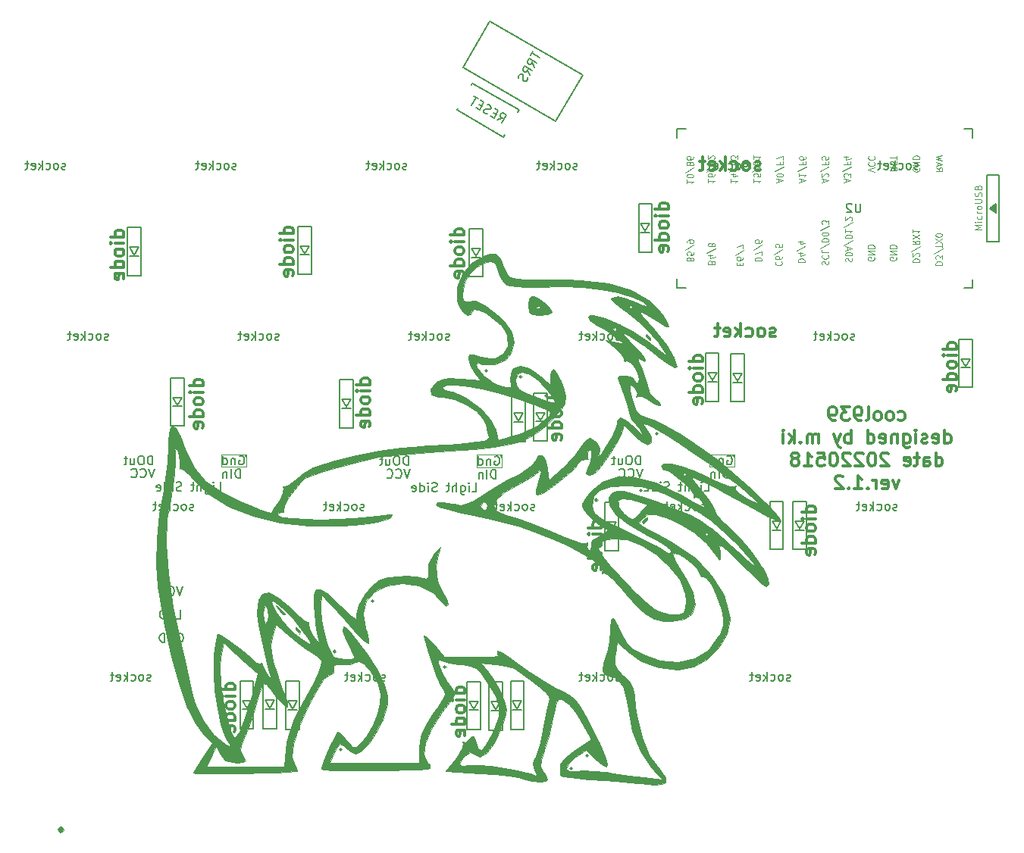
<source format=gbr>
G04 #@! TF.GenerationSoftware,KiCad,Pcbnew,(5.1.6-0-10_14)*
G04 #@! TF.CreationDate,2022-05-29T14:21:09+09:00*
G04 #@! TF.ProjectId,cool939,636f6f6c-3933-4392-9e6b-696361645f70,rev?*
G04 #@! TF.SameCoordinates,Original*
G04 #@! TF.FileFunction,Legend,Bot*
G04 #@! TF.FilePolarity,Positive*
%FSLAX46Y46*%
G04 Gerber Fmt 4.6, Leading zero omitted, Abs format (unit mm)*
G04 Created by KiCad (PCBNEW (5.1.6-0-10_14)) date 2022-05-29 14:21:09*
%MOMM*%
%LPD*%
G01*
G04 APERTURE LIST*
%ADD10C,0.300000*%
%ADD11C,0.150000*%
%ADD12C,0.100000*%
%ADD13C,0.010000*%
%ADD14C,0.120000*%
%ADD15C,0.125000*%
G04 APERTURE END LIST*
D10*
X196868571Y-19414285D02*
X195368571Y-19414285D01*
X196797142Y-19414285D02*
X196868571Y-19271428D01*
X196868571Y-18985714D01*
X196797142Y-18842857D01*
X196725714Y-18771428D01*
X196582857Y-18700000D01*
X196154285Y-18700000D01*
X196011428Y-18771428D01*
X195940000Y-18842857D01*
X195868571Y-18985714D01*
X195868571Y-19271428D01*
X195940000Y-19414285D01*
X196868571Y-20128571D02*
X195868571Y-20128571D01*
X195368571Y-20128571D02*
X195440000Y-20057142D01*
X195511428Y-20128571D01*
X195440000Y-20200000D01*
X195368571Y-20128571D01*
X195511428Y-20128571D01*
X196868571Y-21057142D02*
X196797142Y-20914285D01*
X196725714Y-20842857D01*
X196582857Y-20771428D01*
X196154285Y-20771428D01*
X196011428Y-20842857D01*
X195940000Y-20914285D01*
X195868571Y-21057142D01*
X195868571Y-21271428D01*
X195940000Y-21414285D01*
X196011428Y-21485714D01*
X196154285Y-21557142D01*
X196582857Y-21557142D01*
X196725714Y-21485714D01*
X196797142Y-21414285D01*
X196868571Y-21271428D01*
X196868571Y-21057142D01*
X196868571Y-22842857D02*
X195368571Y-22842857D01*
X196797142Y-22842857D02*
X196868571Y-22700000D01*
X196868571Y-22414285D01*
X196797142Y-22271428D01*
X196725714Y-22200000D01*
X196582857Y-22128571D01*
X196154285Y-22128571D01*
X196011428Y-22200000D01*
X195940000Y-22271428D01*
X195868571Y-22414285D01*
X195868571Y-22700000D01*
X195940000Y-22842857D01*
X196797142Y-24128571D02*
X196868571Y-23985714D01*
X196868571Y-23700000D01*
X196797142Y-23557142D01*
X196654285Y-23485714D01*
X196082857Y-23485714D01*
X195940000Y-23557142D01*
X195868571Y-23700000D01*
X195868571Y-23985714D01*
X195940000Y-24128571D01*
X196082857Y-24200000D01*
X196225714Y-24200000D01*
X196368571Y-23485714D01*
X206928571Y-2394285D02*
X205428571Y-2394285D01*
X206857142Y-2394285D02*
X206928571Y-2251428D01*
X206928571Y-1965714D01*
X206857142Y-1822857D01*
X206785714Y-1751428D01*
X206642857Y-1680000D01*
X206214285Y-1680000D01*
X206071428Y-1751428D01*
X206000000Y-1822857D01*
X205928571Y-1965714D01*
X205928571Y-2251428D01*
X206000000Y-2394285D01*
X206928571Y-3108571D02*
X205928571Y-3108571D01*
X205428571Y-3108571D02*
X205500000Y-3037142D01*
X205571428Y-3108571D01*
X205500000Y-3180000D01*
X205428571Y-3108571D01*
X205571428Y-3108571D01*
X206928571Y-4037142D02*
X206857142Y-3894285D01*
X206785714Y-3822857D01*
X206642857Y-3751428D01*
X206214285Y-3751428D01*
X206071428Y-3822857D01*
X206000000Y-3894285D01*
X205928571Y-4037142D01*
X205928571Y-4251428D01*
X206000000Y-4394285D01*
X206071428Y-4465714D01*
X206214285Y-4537142D01*
X206642857Y-4537142D01*
X206785714Y-4465714D01*
X206857142Y-4394285D01*
X206928571Y-4251428D01*
X206928571Y-4037142D01*
X206928571Y-5822857D02*
X205428571Y-5822857D01*
X206857142Y-5822857D02*
X206928571Y-5680000D01*
X206928571Y-5394285D01*
X206857142Y-5251428D01*
X206785714Y-5180000D01*
X206642857Y-5108571D01*
X206214285Y-5108571D01*
X206071428Y-5180000D01*
X206000000Y-5251428D01*
X205928571Y-5394285D01*
X205928571Y-5680000D01*
X206000000Y-5822857D01*
X206857142Y-7108571D02*
X206928571Y-6965714D01*
X206928571Y-6680000D01*
X206857142Y-6537142D01*
X206714285Y-6465714D01*
X206142857Y-6465714D01*
X206000000Y-6537142D01*
X205928571Y-6680000D01*
X205928571Y-6965714D01*
X206000000Y-7108571D01*
X206142857Y-7180000D01*
X206285714Y-7180000D01*
X206428571Y-6465714D01*
X252678571Y-16714285D02*
X251178571Y-16714285D01*
X252607142Y-16714285D02*
X252678571Y-16571428D01*
X252678571Y-16285714D01*
X252607142Y-16142857D01*
X252535714Y-16071428D01*
X252392857Y-16000000D01*
X251964285Y-16000000D01*
X251821428Y-16071428D01*
X251750000Y-16142857D01*
X251678571Y-16285714D01*
X251678571Y-16571428D01*
X251750000Y-16714285D01*
X252678571Y-17428571D02*
X251678571Y-17428571D01*
X251178571Y-17428571D02*
X251250000Y-17357142D01*
X251321428Y-17428571D01*
X251250000Y-17500000D01*
X251178571Y-17428571D01*
X251321428Y-17428571D01*
X252678571Y-18357142D02*
X252607142Y-18214285D01*
X252535714Y-18142857D01*
X252392857Y-18071428D01*
X251964285Y-18071428D01*
X251821428Y-18142857D01*
X251750000Y-18214285D01*
X251678571Y-18357142D01*
X251678571Y-18571428D01*
X251750000Y-18714285D01*
X251821428Y-18785714D01*
X251964285Y-18857142D01*
X252392857Y-18857142D01*
X252535714Y-18785714D01*
X252607142Y-18714285D01*
X252678571Y-18571428D01*
X252678571Y-18357142D01*
X252678571Y-20142857D02*
X251178571Y-20142857D01*
X252607142Y-20142857D02*
X252678571Y-20000000D01*
X252678571Y-19714285D01*
X252607142Y-19571428D01*
X252535714Y-19500000D01*
X252392857Y-19428571D01*
X251964285Y-19428571D01*
X251821428Y-19500000D01*
X251750000Y-19571428D01*
X251678571Y-19714285D01*
X251678571Y-20000000D01*
X251750000Y-20142857D01*
X252607142Y-21428571D02*
X252678571Y-21285714D01*
X252678571Y-21000000D01*
X252607142Y-20857142D01*
X252464285Y-20785714D01*
X251892857Y-20785714D01*
X251750000Y-20857142D01*
X251678571Y-21000000D01*
X251678571Y-21285714D01*
X251750000Y-21428571D01*
X251892857Y-21500000D01*
X252035714Y-21500000D01*
X252178571Y-20785714D01*
X241378571Y-35294285D02*
X239878571Y-35294285D01*
X241307142Y-35294285D02*
X241378571Y-35151428D01*
X241378571Y-34865714D01*
X241307142Y-34722857D01*
X241235714Y-34651428D01*
X241092857Y-34580000D01*
X240664285Y-34580000D01*
X240521428Y-34651428D01*
X240450000Y-34722857D01*
X240378571Y-34865714D01*
X240378571Y-35151428D01*
X240450000Y-35294285D01*
X241378571Y-36008571D02*
X240378571Y-36008571D01*
X239878571Y-36008571D02*
X239950000Y-35937142D01*
X240021428Y-36008571D01*
X239950000Y-36080000D01*
X239878571Y-36008571D01*
X240021428Y-36008571D01*
X241378571Y-36937142D02*
X241307142Y-36794285D01*
X241235714Y-36722857D01*
X241092857Y-36651428D01*
X240664285Y-36651428D01*
X240521428Y-36722857D01*
X240450000Y-36794285D01*
X240378571Y-36937142D01*
X240378571Y-37151428D01*
X240450000Y-37294285D01*
X240521428Y-37365714D01*
X240664285Y-37437142D01*
X241092857Y-37437142D01*
X241235714Y-37365714D01*
X241307142Y-37294285D01*
X241378571Y-37151428D01*
X241378571Y-36937142D01*
X241378571Y-38722857D02*
X239878571Y-38722857D01*
X241307142Y-38722857D02*
X241378571Y-38580000D01*
X241378571Y-38294285D01*
X241307142Y-38151428D01*
X241235714Y-38080000D01*
X241092857Y-38008571D01*
X240664285Y-38008571D01*
X240521428Y-38080000D01*
X240450000Y-38151428D01*
X240378571Y-38294285D01*
X240378571Y-38580000D01*
X240450000Y-38722857D01*
X241307142Y-40008571D02*
X241378571Y-39865714D01*
X241378571Y-39580000D01*
X241307142Y-39437142D01*
X241164285Y-39365714D01*
X240592857Y-39365714D01*
X240450000Y-39437142D01*
X240378571Y-39580000D01*
X240378571Y-39865714D01*
X240450000Y-40008571D01*
X240592857Y-40080000D01*
X240735714Y-40080000D01*
X240878571Y-39365714D01*
X188028571Y-2764285D02*
X186528571Y-2764285D01*
X187957142Y-2764285D02*
X188028571Y-2621428D01*
X188028571Y-2335714D01*
X187957142Y-2192857D01*
X187885714Y-2121428D01*
X187742857Y-2050000D01*
X187314285Y-2050000D01*
X187171428Y-2121428D01*
X187100000Y-2192857D01*
X187028571Y-2335714D01*
X187028571Y-2621428D01*
X187100000Y-2764285D01*
X188028571Y-3478571D02*
X187028571Y-3478571D01*
X186528571Y-3478571D02*
X186600000Y-3407142D01*
X186671428Y-3478571D01*
X186600000Y-3550000D01*
X186528571Y-3478571D01*
X186671428Y-3478571D01*
X188028571Y-4407142D02*
X187957142Y-4264285D01*
X187885714Y-4192857D01*
X187742857Y-4121428D01*
X187314285Y-4121428D01*
X187171428Y-4192857D01*
X187100000Y-4264285D01*
X187028571Y-4407142D01*
X187028571Y-4621428D01*
X187100000Y-4764285D01*
X187171428Y-4835714D01*
X187314285Y-4907142D01*
X187742857Y-4907142D01*
X187885714Y-4835714D01*
X187957142Y-4764285D01*
X188028571Y-4621428D01*
X188028571Y-4407142D01*
X188028571Y-6192857D02*
X186528571Y-6192857D01*
X187957142Y-6192857D02*
X188028571Y-6050000D01*
X188028571Y-5764285D01*
X187957142Y-5621428D01*
X187885714Y-5550000D01*
X187742857Y-5478571D01*
X187314285Y-5478571D01*
X187171428Y-5550000D01*
X187100000Y-5621428D01*
X187028571Y-5764285D01*
X187028571Y-6050000D01*
X187100000Y-6192857D01*
X187957142Y-7478571D02*
X188028571Y-7335714D01*
X188028571Y-7050000D01*
X187957142Y-6907142D01*
X187814285Y-6835714D01*
X187242857Y-6835714D01*
X187100000Y-6907142D01*
X187028571Y-7050000D01*
X187028571Y-7335714D01*
X187100000Y-7478571D01*
X187242857Y-7550000D01*
X187385714Y-7550000D01*
X187528571Y-6835714D01*
X248838571Y315714D02*
X247338571Y315714D01*
X248767142Y315714D02*
X248838571Y458571D01*
X248838571Y744285D01*
X248767142Y887142D01*
X248695714Y958571D01*
X248552857Y1030000D01*
X248124285Y1030000D01*
X247981428Y958571D01*
X247910000Y887142D01*
X247838571Y744285D01*
X247838571Y458571D01*
X247910000Y315714D01*
X248838571Y-398571D02*
X247838571Y-398571D01*
X247338571Y-398571D02*
X247410000Y-327142D01*
X247481428Y-398571D01*
X247410000Y-470000D01*
X247338571Y-398571D01*
X247481428Y-398571D01*
X248838571Y-1327142D02*
X248767142Y-1184285D01*
X248695714Y-1112857D01*
X248552857Y-1041428D01*
X248124285Y-1041428D01*
X247981428Y-1112857D01*
X247910000Y-1184285D01*
X247838571Y-1327142D01*
X247838571Y-1541428D01*
X247910000Y-1684285D01*
X247981428Y-1755714D01*
X248124285Y-1827142D01*
X248552857Y-1827142D01*
X248695714Y-1755714D01*
X248767142Y-1684285D01*
X248838571Y-1541428D01*
X248838571Y-1327142D01*
X248838571Y-3112857D02*
X247338571Y-3112857D01*
X248767142Y-3112857D02*
X248838571Y-2970000D01*
X248838571Y-2684285D01*
X248767142Y-2541428D01*
X248695714Y-2470000D01*
X248552857Y-2398571D01*
X248124285Y-2398571D01*
X247981428Y-2470000D01*
X247910000Y-2541428D01*
X247838571Y-2684285D01*
X247838571Y-2970000D01*
X247910000Y-3112857D01*
X248767142Y-4398571D02*
X248838571Y-4255714D01*
X248838571Y-3970000D01*
X248767142Y-3827142D01*
X248624285Y-3755714D01*
X248052857Y-3755714D01*
X247910000Y-3827142D01*
X247838571Y-3970000D01*
X247838571Y-4255714D01*
X247910000Y-4398571D01*
X248052857Y-4470000D01*
X248195714Y-4470000D01*
X248338571Y-3755714D01*
X281018571Y-15314285D02*
X279518571Y-15314285D01*
X280947142Y-15314285D02*
X281018571Y-15171428D01*
X281018571Y-14885714D01*
X280947142Y-14742857D01*
X280875714Y-14671428D01*
X280732857Y-14600000D01*
X280304285Y-14600000D01*
X280161428Y-14671428D01*
X280090000Y-14742857D01*
X280018571Y-14885714D01*
X280018571Y-15171428D01*
X280090000Y-15314285D01*
X281018571Y-16028571D02*
X280018571Y-16028571D01*
X279518571Y-16028571D02*
X279590000Y-15957142D01*
X279661428Y-16028571D01*
X279590000Y-16100000D01*
X279518571Y-16028571D01*
X279661428Y-16028571D01*
X281018571Y-16957142D02*
X280947142Y-16814285D01*
X280875714Y-16742857D01*
X280732857Y-16671428D01*
X280304285Y-16671428D01*
X280161428Y-16742857D01*
X280090000Y-16814285D01*
X280018571Y-16957142D01*
X280018571Y-17171428D01*
X280090000Y-17314285D01*
X280161428Y-17385714D01*
X280304285Y-17457142D01*
X280732857Y-17457142D01*
X280875714Y-17385714D01*
X280947142Y-17314285D01*
X281018571Y-17171428D01*
X281018571Y-16957142D01*
X281018571Y-18742857D02*
X279518571Y-18742857D01*
X280947142Y-18742857D02*
X281018571Y-18600000D01*
X281018571Y-18314285D01*
X280947142Y-18171428D01*
X280875714Y-18100000D01*
X280732857Y-18028571D01*
X280304285Y-18028571D01*
X280161428Y-18100000D01*
X280090000Y-18171428D01*
X280018571Y-18314285D01*
X280018571Y-18600000D01*
X280090000Y-18742857D01*
X280947142Y-20028571D02*
X281018571Y-19885714D01*
X281018571Y-19600000D01*
X280947142Y-19457142D01*
X280804285Y-19385714D01*
X280232857Y-19385714D01*
X280090000Y-19457142D01*
X280018571Y-19600000D01*
X280018571Y-19885714D01*
X280090000Y-20028571D01*
X280232857Y-20100000D01*
X280375714Y-20100000D01*
X280518571Y-19385714D01*
X236928571Y-20744285D02*
X235428571Y-20744285D01*
X236857142Y-20744285D02*
X236928571Y-20601428D01*
X236928571Y-20315714D01*
X236857142Y-20172857D01*
X236785714Y-20101428D01*
X236642857Y-20030000D01*
X236214285Y-20030000D01*
X236071428Y-20101428D01*
X236000000Y-20172857D01*
X235928571Y-20315714D01*
X235928571Y-20601428D01*
X236000000Y-20744285D01*
X236928571Y-21458571D02*
X235928571Y-21458571D01*
X235428571Y-21458571D02*
X235500000Y-21387142D01*
X235571428Y-21458571D01*
X235500000Y-21530000D01*
X235428571Y-21458571D01*
X235571428Y-21458571D01*
X236928571Y-22387142D02*
X236857142Y-22244285D01*
X236785714Y-22172857D01*
X236642857Y-22101428D01*
X236214285Y-22101428D01*
X236071428Y-22172857D01*
X236000000Y-22244285D01*
X235928571Y-22387142D01*
X235928571Y-22601428D01*
X236000000Y-22744285D01*
X236071428Y-22815714D01*
X236214285Y-22887142D01*
X236642857Y-22887142D01*
X236785714Y-22815714D01*
X236857142Y-22744285D01*
X236928571Y-22601428D01*
X236928571Y-22387142D01*
X236928571Y-24172857D02*
X235428571Y-24172857D01*
X236857142Y-24172857D02*
X236928571Y-24030000D01*
X236928571Y-23744285D01*
X236857142Y-23601428D01*
X236785714Y-23530000D01*
X236642857Y-23458571D01*
X236214285Y-23458571D01*
X236071428Y-23530000D01*
X236000000Y-23601428D01*
X235928571Y-23744285D01*
X235928571Y-24030000D01*
X236000000Y-24172857D01*
X236857142Y-25458571D02*
X236928571Y-25315714D01*
X236928571Y-25030000D01*
X236857142Y-24887142D01*
X236714285Y-24815714D01*
X236142857Y-24815714D01*
X236000000Y-24887142D01*
X235928571Y-25030000D01*
X235928571Y-25315714D01*
X236000000Y-25458571D01*
X236142857Y-25530000D01*
X236285714Y-25530000D01*
X236428571Y-24815714D01*
X260821428Y-13867142D02*
X260678571Y-13938571D01*
X260392857Y-13938571D01*
X260250000Y-13867142D01*
X260178571Y-13724285D01*
X260178571Y-13652857D01*
X260250000Y-13510000D01*
X260392857Y-13438571D01*
X260607142Y-13438571D01*
X260750000Y-13367142D01*
X260821428Y-13224285D01*
X260821428Y-13152857D01*
X260750000Y-13010000D01*
X260607142Y-12938571D01*
X260392857Y-12938571D01*
X260250000Y-13010000D01*
X259321428Y-13938571D02*
X259464285Y-13867142D01*
X259535714Y-13795714D01*
X259607142Y-13652857D01*
X259607142Y-13224285D01*
X259535714Y-13081428D01*
X259464285Y-13010000D01*
X259321428Y-12938571D01*
X259107142Y-12938571D01*
X258964285Y-13010000D01*
X258892857Y-13081428D01*
X258821428Y-13224285D01*
X258821428Y-13652857D01*
X258892857Y-13795714D01*
X258964285Y-13867142D01*
X259107142Y-13938571D01*
X259321428Y-13938571D01*
X257535714Y-13867142D02*
X257678571Y-13938571D01*
X257964285Y-13938571D01*
X258107142Y-13867142D01*
X258178571Y-13795714D01*
X258250000Y-13652857D01*
X258250000Y-13224285D01*
X258178571Y-13081428D01*
X258107142Y-13010000D01*
X257964285Y-12938571D01*
X257678571Y-12938571D01*
X257535714Y-13010000D01*
X256892857Y-13938571D02*
X256892857Y-12438571D01*
X256750000Y-13367142D02*
X256321428Y-13938571D01*
X256321428Y-12938571D02*
X256892857Y-13510000D01*
X255107142Y-13867142D02*
X255250000Y-13938571D01*
X255535714Y-13938571D01*
X255678571Y-13867142D01*
X255750000Y-13724285D01*
X255750000Y-13152857D01*
X255678571Y-13010000D01*
X255535714Y-12938571D01*
X255250000Y-12938571D01*
X255107142Y-13010000D01*
X255035714Y-13152857D01*
X255035714Y-13295714D01*
X255750000Y-13438571D01*
X254607142Y-12938571D02*
X254035714Y-12938571D01*
X254392857Y-12438571D02*
X254392857Y-13724285D01*
X254321428Y-13867142D01*
X254178571Y-13938571D01*
X254035714Y-13938571D01*
X200438571Y-53384285D02*
X198938571Y-53384285D01*
X200367142Y-53384285D02*
X200438571Y-53241428D01*
X200438571Y-52955714D01*
X200367142Y-52812857D01*
X200295714Y-52741428D01*
X200152857Y-52670000D01*
X199724285Y-52670000D01*
X199581428Y-52741428D01*
X199510000Y-52812857D01*
X199438571Y-52955714D01*
X199438571Y-53241428D01*
X199510000Y-53384285D01*
X200438571Y-54098571D02*
X199438571Y-54098571D01*
X198938571Y-54098571D02*
X199010000Y-54027142D01*
X199081428Y-54098571D01*
X199010000Y-54170000D01*
X198938571Y-54098571D01*
X199081428Y-54098571D01*
X200438571Y-55027142D02*
X200367142Y-54884285D01*
X200295714Y-54812857D01*
X200152857Y-54741428D01*
X199724285Y-54741428D01*
X199581428Y-54812857D01*
X199510000Y-54884285D01*
X199438571Y-55027142D01*
X199438571Y-55241428D01*
X199510000Y-55384285D01*
X199581428Y-55455714D01*
X199724285Y-55527142D01*
X200152857Y-55527142D01*
X200295714Y-55455714D01*
X200367142Y-55384285D01*
X200438571Y-55241428D01*
X200438571Y-55027142D01*
X200438571Y-56812857D02*
X198938571Y-56812857D01*
X200367142Y-56812857D02*
X200438571Y-56670000D01*
X200438571Y-56384285D01*
X200367142Y-56241428D01*
X200295714Y-56170000D01*
X200152857Y-56098571D01*
X199724285Y-56098571D01*
X199581428Y-56170000D01*
X199510000Y-56241428D01*
X199438571Y-56384285D01*
X199438571Y-56670000D01*
X199510000Y-56812857D01*
X200367142Y-58098571D02*
X200438571Y-57955714D01*
X200438571Y-57670000D01*
X200367142Y-57527142D01*
X200224285Y-57455714D01*
X199652857Y-57455714D01*
X199510000Y-57527142D01*
X199438571Y-57670000D01*
X199438571Y-57955714D01*
X199510000Y-58098571D01*
X199652857Y-58170000D01*
X199795714Y-58170000D01*
X199938571Y-57455714D01*
X265288571Y-33554285D02*
X263788571Y-33554285D01*
X265217142Y-33554285D02*
X265288571Y-33411428D01*
X265288571Y-33125714D01*
X265217142Y-32982857D01*
X265145714Y-32911428D01*
X265002857Y-32840000D01*
X264574285Y-32840000D01*
X264431428Y-32911428D01*
X264360000Y-32982857D01*
X264288571Y-33125714D01*
X264288571Y-33411428D01*
X264360000Y-33554285D01*
X265288571Y-34268571D02*
X264288571Y-34268571D01*
X263788571Y-34268571D02*
X263860000Y-34197142D01*
X263931428Y-34268571D01*
X263860000Y-34340000D01*
X263788571Y-34268571D01*
X263931428Y-34268571D01*
X265288571Y-35197142D02*
X265217142Y-35054285D01*
X265145714Y-34982857D01*
X265002857Y-34911428D01*
X264574285Y-34911428D01*
X264431428Y-34982857D01*
X264360000Y-35054285D01*
X264288571Y-35197142D01*
X264288571Y-35411428D01*
X264360000Y-35554285D01*
X264431428Y-35625714D01*
X264574285Y-35697142D01*
X265002857Y-35697142D01*
X265145714Y-35625714D01*
X265217142Y-35554285D01*
X265288571Y-35411428D01*
X265288571Y-35197142D01*
X265288571Y-36982857D02*
X263788571Y-36982857D01*
X265217142Y-36982857D02*
X265288571Y-36840000D01*
X265288571Y-36554285D01*
X265217142Y-36411428D01*
X265145714Y-36340000D01*
X265002857Y-36268571D01*
X264574285Y-36268571D01*
X264431428Y-36340000D01*
X264360000Y-36411428D01*
X264288571Y-36554285D01*
X264288571Y-36840000D01*
X264360000Y-36982857D01*
X265217142Y-38268571D02*
X265288571Y-38125714D01*
X265288571Y-37840000D01*
X265217142Y-37697142D01*
X265074285Y-37625714D01*
X264502857Y-37625714D01*
X264360000Y-37697142D01*
X264288571Y-37840000D01*
X264288571Y-38125714D01*
X264360000Y-38268571D01*
X264502857Y-38340000D01*
X264645714Y-38340000D01*
X264788571Y-37625714D01*
X226028571Y-2584285D02*
X224528571Y-2584285D01*
X225957142Y-2584285D02*
X226028571Y-2441428D01*
X226028571Y-2155714D01*
X225957142Y-2012857D01*
X225885714Y-1941428D01*
X225742857Y-1870000D01*
X225314285Y-1870000D01*
X225171428Y-1941428D01*
X225100000Y-2012857D01*
X225028571Y-2155714D01*
X225028571Y-2441428D01*
X225100000Y-2584285D01*
X226028571Y-3298571D02*
X225028571Y-3298571D01*
X224528571Y-3298571D02*
X224600000Y-3227142D01*
X224671428Y-3298571D01*
X224600000Y-3370000D01*
X224528571Y-3298571D01*
X224671428Y-3298571D01*
X226028571Y-4227142D02*
X225957142Y-4084285D01*
X225885714Y-4012857D01*
X225742857Y-3941428D01*
X225314285Y-3941428D01*
X225171428Y-4012857D01*
X225100000Y-4084285D01*
X225028571Y-4227142D01*
X225028571Y-4441428D01*
X225100000Y-4584285D01*
X225171428Y-4655714D01*
X225314285Y-4727142D01*
X225742857Y-4727142D01*
X225885714Y-4655714D01*
X225957142Y-4584285D01*
X226028571Y-4441428D01*
X226028571Y-4227142D01*
X226028571Y-6012857D02*
X224528571Y-6012857D01*
X225957142Y-6012857D02*
X226028571Y-5870000D01*
X226028571Y-5584285D01*
X225957142Y-5441428D01*
X225885714Y-5370000D01*
X225742857Y-5298571D01*
X225314285Y-5298571D01*
X225171428Y-5370000D01*
X225100000Y-5441428D01*
X225028571Y-5584285D01*
X225028571Y-5870000D01*
X225100000Y-6012857D01*
X225957142Y-7298571D02*
X226028571Y-7155714D01*
X226028571Y-6870000D01*
X225957142Y-6727142D01*
X225814285Y-6655714D01*
X225242857Y-6655714D01*
X225100000Y-6727142D01*
X225028571Y-6870000D01*
X225028571Y-7155714D01*
X225100000Y-7298571D01*
X225242857Y-7370000D01*
X225385714Y-7370000D01*
X225528571Y-6655714D01*
X259141428Y4722857D02*
X258998571Y4651428D01*
X258712857Y4651428D01*
X258570000Y4722857D01*
X258498571Y4865714D01*
X258498571Y4937142D01*
X258570000Y5080000D01*
X258712857Y5151428D01*
X258927142Y5151428D01*
X259070000Y5222857D01*
X259141428Y5365714D01*
X259141428Y5437142D01*
X259070000Y5580000D01*
X258927142Y5651428D01*
X258712857Y5651428D01*
X258570000Y5580000D01*
X257641428Y4651428D02*
X257784285Y4722857D01*
X257855714Y4794285D01*
X257927142Y4937142D01*
X257927142Y5365714D01*
X257855714Y5508571D01*
X257784285Y5580000D01*
X257641428Y5651428D01*
X257427142Y5651428D01*
X257284285Y5580000D01*
X257212857Y5508571D01*
X257141428Y5365714D01*
X257141428Y4937142D01*
X257212857Y4794285D01*
X257284285Y4722857D01*
X257427142Y4651428D01*
X257641428Y4651428D01*
X255855714Y4722857D02*
X255998571Y4651428D01*
X256284285Y4651428D01*
X256427142Y4722857D01*
X256498571Y4794285D01*
X256570000Y4937142D01*
X256570000Y5365714D01*
X256498571Y5508571D01*
X256427142Y5580000D01*
X256284285Y5651428D01*
X255998571Y5651428D01*
X255855714Y5580000D01*
X255212857Y4651428D02*
X255212857Y6151428D01*
X255070000Y5222857D02*
X254641428Y4651428D01*
X254641428Y5651428D02*
X255212857Y5080000D01*
X253427142Y4722857D02*
X253570000Y4651428D01*
X253855714Y4651428D01*
X253998571Y4722857D01*
X254070000Y4865714D01*
X254070000Y5437142D01*
X253998571Y5580000D01*
X253855714Y5651428D01*
X253570000Y5651428D01*
X253427142Y5580000D01*
X253355714Y5437142D01*
X253355714Y5294285D01*
X254070000Y5151428D01*
X252927142Y5651428D02*
X252355714Y5651428D01*
X252712857Y6151428D02*
X252712857Y4865714D01*
X252641428Y4722857D01*
X252498571Y4651428D01*
X252355714Y4651428D01*
X274555714Y-23232142D02*
X274698571Y-23303571D01*
X274984285Y-23303571D01*
X275127142Y-23232142D01*
X275198571Y-23160714D01*
X275270000Y-23017857D01*
X275270000Y-22589285D01*
X275198571Y-22446428D01*
X275127142Y-22375000D01*
X274984285Y-22303571D01*
X274698571Y-22303571D01*
X274555714Y-22375000D01*
X273698571Y-23303571D02*
X273841428Y-23232142D01*
X273912857Y-23160714D01*
X273984285Y-23017857D01*
X273984285Y-22589285D01*
X273912857Y-22446428D01*
X273841428Y-22375000D01*
X273698571Y-22303571D01*
X273484285Y-22303571D01*
X273341428Y-22375000D01*
X273270000Y-22446428D01*
X273198571Y-22589285D01*
X273198571Y-23017857D01*
X273270000Y-23160714D01*
X273341428Y-23232142D01*
X273484285Y-23303571D01*
X273698571Y-23303571D01*
X272341428Y-23303571D02*
X272484285Y-23232142D01*
X272555714Y-23160714D01*
X272627142Y-23017857D01*
X272627142Y-22589285D01*
X272555714Y-22446428D01*
X272484285Y-22375000D01*
X272341428Y-22303571D01*
X272127142Y-22303571D01*
X271984285Y-22375000D01*
X271912857Y-22446428D01*
X271841428Y-22589285D01*
X271841428Y-23017857D01*
X271912857Y-23160714D01*
X271984285Y-23232142D01*
X272127142Y-23303571D01*
X272341428Y-23303571D01*
X270984285Y-23303571D02*
X271127142Y-23232142D01*
X271198571Y-23089285D01*
X271198571Y-21803571D01*
X270341428Y-23303571D02*
X270055714Y-23303571D01*
X269912857Y-23232142D01*
X269841428Y-23160714D01*
X269698571Y-22946428D01*
X269627142Y-22660714D01*
X269627142Y-22089285D01*
X269698571Y-21946428D01*
X269770000Y-21875000D01*
X269912857Y-21803571D01*
X270198571Y-21803571D01*
X270341428Y-21875000D01*
X270412857Y-21946428D01*
X270484285Y-22089285D01*
X270484285Y-22446428D01*
X270412857Y-22589285D01*
X270341428Y-22660714D01*
X270198571Y-22732142D01*
X269912857Y-22732142D01*
X269770000Y-22660714D01*
X269698571Y-22589285D01*
X269627142Y-22446428D01*
X269127142Y-21803571D02*
X268198571Y-21803571D01*
X268698571Y-22375000D01*
X268484285Y-22375000D01*
X268341428Y-22446428D01*
X268270000Y-22517857D01*
X268198571Y-22660714D01*
X268198571Y-23017857D01*
X268270000Y-23160714D01*
X268341428Y-23232142D01*
X268484285Y-23303571D01*
X268912857Y-23303571D01*
X269055714Y-23232142D01*
X269127142Y-23160714D01*
X267484285Y-23303571D02*
X267198571Y-23303571D01*
X267055714Y-23232142D01*
X266984285Y-23160714D01*
X266841428Y-22946428D01*
X266770000Y-22660714D01*
X266770000Y-22089285D01*
X266841428Y-21946428D01*
X266912857Y-21875000D01*
X267055714Y-21803571D01*
X267341428Y-21803571D01*
X267484285Y-21875000D01*
X267555714Y-21946428D01*
X267627142Y-22089285D01*
X267627142Y-22446428D01*
X267555714Y-22589285D01*
X267484285Y-22660714D01*
X267341428Y-22732142D01*
X267055714Y-22732142D01*
X266912857Y-22660714D01*
X266841428Y-22589285D01*
X266770000Y-22446428D01*
X279698571Y-25853571D02*
X279698571Y-24353571D01*
X279698571Y-25782142D02*
X279841428Y-25853571D01*
X280127142Y-25853571D01*
X280270000Y-25782142D01*
X280341428Y-25710714D01*
X280412857Y-25567857D01*
X280412857Y-25139285D01*
X280341428Y-24996428D01*
X280270000Y-24925000D01*
X280127142Y-24853571D01*
X279841428Y-24853571D01*
X279698571Y-24925000D01*
X278412857Y-25782142D02*
X278555714Y-25853571D01*
X278841428Y-25853571D01*
X278984285Y-25782142D01*
X279055714Y-25639285D01*
X279055714Y-25067857D01*
X278984285Y-24925000D01*
X278841428Y-24853571D01*
X278555714Y-24853571D01*
X278412857Y-24925000D01*
X278341428Y-25067857D01*
X278341428Y-25210714D01*
X279055714Y-25353571D01*
X277770000Y-25782142D02*
X277627142Y-25853571D01*
X277341428Y-25853571D01*
X277198571Y-25782142D01*
X277127142Y-25639285D01*
X277127142Y-25567857D01*
X277198571Y-25425000D01*
X277341428Y-25353571D01*
X277555714Y-25353571D01*
X277698571Y-25282142D01*
X277770000Y-25139285D01*
X277770000Y-25067857D01*
X277698571Y-24925000D01*
X277555714Y-24853571D01*
X277341428Y-24853571D01*
X277198571Y-24925000D01*
X276484285Y-25853571D02*
X276484285Y-24853571D01*
X276484285Y-24353571D02*
X276555714Y-24425000D01*
X276484285Y-24496428D01*
X276412857Y-24425000D01*
X276484285Y-24353571D01*
X276484285Y-24496428D01*
X275127142Y-24853571D02*
X275127142Y-26067857D01*
X275198571Y-26210714D01*
X275270000Y-26282142D01*
X275412857Y-26353571D01*
X275627142Y-26353571D01*
X275770000Y-26282142D01*
X275127142Y-25782142D02*
X275270000Y-25853571D01*
X275555714Y-25853571D01*
X275698571Y-25782142D01*
X275770000Y-25710714D01*
X275841428Y-25567857D01*
X275841428Y-25139285D01*
X275770000Y-24996428D01*
X275698571Y-24925000D01*
X275555714Y-24853571D01*
X275270000Y-24853571D01*
X275127142Y-24925000D01*
X274412857Y-24853571D02*
X274412857Y-25853571D01*
X274412857Y-24996428D02*
X274341428Y-24925000D01*
X274198571Y-24853571D01*
X273984285Y-24853571D01*
X273841428Y-24925000D01*
X273770000Y-25067857D01*
X273770000Y-25853571D01*
X272484285Y-25782142D02*
X272627142Y-25853571D01*
X272912857Y-25853571D01*
X273055714Y-25782142D01*
X273127142Y-25639285D01*
X273127142Y-25067857D01*
X273055714Y-24925000D01*
X272912857Y-24853571D01*
X272627142Y-24853571D01*
X272484285Y-24925000D01*
X272412857Y-25067857D01*
X272412857Y-25210714D01*
X273127142Y-25353571D01*
X271127142Y-25853571D02*
X271127142Y-24353571D01*
X271127142Y-25782142D02*
X271270000Y-25853571D01*
X271555714Y-25853571D01*
X271698571Y-25782142D01*
X271770000Y-25710714D01*
X271841428Y-25567857D01*
X271841428Y-25139285D01*
X271770000Y-24996428D01*
X271698571Y-24925000D01*
X271555714Y-24853571D01*
X271270000Y-24853571D01*
X271127142Y-24925000D01*
X269270000Y-25853571D02*
X269270000Y-24353571D01*
X269270000Y-24925000D02*
X269127142Y-24853571D01*
X268841428Y-24853571D01*
X268698571Y-24925000D01*
X268627142Y-24996428D01*
X268555714Y-25139285D01*
X268555714Y-25567857D01*
X268627142Y-25710714D01*
X268698571Y-25782142D01*
X268841428Y-25853571D01*
X269127142Y-25853571D01*
X269270000Y-25782142D01*
X268055714Y-24853571D02*
X267698571Y-25853571D01*
X267341428Y-24853571D02*
X267698571Y-25853571D01*
X267841428Y-26210714D01*
X267912857Y-26282142D01*
X268055714Y-26353571D01*
X265627142Y-25853571D02*
X265627142Y-24853571D01*
X265627142Y-24996428D02*
X265555714Y-24925000D01*
X265412857Y-24853571D01*
X265198571Y-24853571D01*
X265055714Y-24925000D01*
X264984285Y-25067857D01*
X264984285Y-25853571D01*
X264984285Y-25067857D02*
X264912857Y-24925000D01*
X264770000Y-24853571D01*
X264555714Y-24853571D01*
X264412857Y-24925000D01*
X264341428Y-25067857D01*
X264341428Y-25853571D01*
X263627142Y-25710714D02*
X263555714Y-25782142D01*
X263627142Y-25853571D01*
X263698571Y-25782142D01*
X263627142Y-25710714D01*
X263627142Y-25853571D01*
X262912857Y-25853571D02*
X262912857Y-24353571D01*
X262770000Y-25282142D02*
X262341428Y-25853571D01*
X262341428Y-24853571D02*
X262912857Y-25425000D01*
X261698571Y-25853571D02*
X261698571Y-24853571D01*
X261698571Y-24353571D02*
X261770000Y-24425000D01*
X261698571Y-24496428D01*
X261627142Y-24425000D01*
X261698571Y-24353571D01*
X261698571Y-24496428D01*
X278734285Y-28403571D02*
X278734285Y-26903571D01*
X278734285Y-28332142D02*
X278877142Y-28403571D01*
X279162857Y-28403571D01*
X279305714Y-28332142D01*
X279377142Y-28260714D01*
X279448571Y-28117857D01*
X279448571Y-27689285D01*
X279377142Y-27546428D01*
X279305714Y-27475000D01*
X279162857Y-27403571D01*
X278877142Y-27403571D01*
X278734285Y-27475000D01*
X277377142Y-28403571D02*
X277377142Y-27617857D01*
X277448571Y-27475000D01*
X277591428Y-27403571D01*
X277877142Y-27403571D01*
X278020000Y-27475000D01*
X277377142Y-28332142D02*
X277520000Y-28403571D01*
X277877142Y-28403571D01*
X278020000Y-28332142D01*
X278091428Y-28189285D01*
X278091428Y-28046428D01*
X278020000Y-27903571D01*
X277877142Y-27832142D01*
X277520000Y-27832142D01*
X277377142Y-27760714D01*
X276877142Y-27403571D02*
X276305714Y-27403571D01*
X276662857Y-26903571D02*
X276662857Y-28189285D01*
X276591428Y-28332142D01*
X276448571Y-28403571D01*
X276305714Y-28403571D01*
X275234285Y-28332142D02*
X275377142Y-28403571D01*
X275662857Y-28403571D01*
X275805714Y-28332142D01*
X275877142Y-28189285D01*
X275877142Y-27617857D01*
X275805714Y-27475000D01*
X275662857Y-27403571D01*
X275377142Y-27403571D01*
X275234285Y-27475000D01*
X275162857Y-27617857D01*
X275162857Y-27760714D01*
X275877142Y-27903571D01*
X273448571Y-27046428D02*
X273377142Y-26975000D01*
X273234285Y-26903571D01*
X272877142Y-26903571D01*
X272734285Y-26975000D01*
X272662857Y-27046428D01*
X272591428Y-27189285D01*
X272591428Y-27332142D01*
X272662857Y-27546428D01*
X273520000Y-28403571D01*
X272591428Y-28403571D01*
X271662857Y-26903571D02*
X271520000Y-26903571D01*
X271377142Y-26975000D01*
X271305714Y-27046428D01*
X271234285Y-27189285D01*
X271162857Y-27475000D01*
X271162857Y-27832142D01*
X271234285Y-28117857D01*
X271305714Y-28260714D01*
X271377142Y-28332142D01*
X271520000Y-28403571D01*
X271662857Y-28403571D01*
X271805714Y-28332142D01*
X271877142Y-28260714D01*
X271948571Y-28117857D01*
X272020000Y-27832142D01*
X272020000Y-27475000D01*
X271948571Y-27189285D01*
X271877142Y-27046428D01*
X271805714Y-26975000D01*
X271662857Y-26903571D01*
X270591428Y-27046428D02*
X270520000Y-26975000D01*
X270377142Y-26903571D01*
X270020000Y-26903571D01*
X269877142Y-26975000D01*
X269805714Y-27046428D01*
X269734285Y-27189285D01*
X269734285Y-27332142D01*
X269805714Y-27546428D01*
X270662857Y-28403571D01*
X269734285Y-28403571D01*
X269162857Y-27046428D02*
X269091428Y-26975000D01*
X268948571Y-26903571D01*
X268591428Y-26903571D01*
X268448571Y-26975000D01*
X268377142Y-27046428D01*
X268305714Y-27189285D01*
X268305714Y-27332142D01*
X268377142Y-27546428D01*
X269234285Y-28403571D01*
X268305714Y-28403571D01*
X267377142Y-26903571D02*
X267234285Y-26903571D01*
X267091428Y-26975000D01*
X267020000Y-27046428D01*
X266948571Y-27189285D01*
X266877142Y-27475000D01*
X266877142Y-27832142D01*
X266948571Y-28117857D01*
X267020000Y-28260714D01*
X267091428Y-28332142D01*
X267234285Y-28403571D01*
X267377142Y-28403571D01*
X267520000Y-28332142D01*
X267591428Y-28260714D01*
X267662857Y-28117857D01*
X267734285Y-27832142D01*
X267734285Y-27475000D01*
X267662857Y-27189285D01*
X267591428Y-27046428D01*
X267520000Y-26975000D01*
X267377142Y-26903571D01*
X265520000Y-26903571D02*
X266234285Y-26903571D01*
X266305714Y-27617857D01*
X266234285Y-27546428D01*
X266091428Y-27475000D01*
X265734285Y-27475000D01*
X265591428Y-27546428D01*
X265520000Y-27617857D01*
X265448571Y-27760714D01*
X265448571Y-28117857D01*
X265520000Y-28260714D01*
X265591428Y-28332142D01*
X265734285Y-28403571D01*
X266091428Y-28403571D01*
X266234285Y-28332142D01*
X266305714Y-28260714D01*
X264020000Y-28403571D02*
X264877142Y-28403571D01*
X264448571Y-28403571D02*
X264448571Y-26903571D01*
X264591428Y-27117857D01*
X264734285Y-27260714D01*
X264877142Y-27332142D01*
X263162857Y-27546428D02*
X263305714Y-27475000D01*
X263377142Y-27403571D01*
X263448571Y-27260714D01*
X263448571Y-27189285D01*
X263377142Y-27046428D01*
X263305714Y-26975000D01*
X263162857Y-26903571D01*
X262877142Y-26903571D01*
X262734285Y-26975000D01*
X262662857Y-27046428D01*
X262591428Y-27189285D01*
X262591428Y-27260714D01*
X262662857Y-27403571D01*
X262734285Y-27475000D01*
X262877142Y-27546428D01*
X263162857Y-27546428D01*
X263305714Y-27617857D01*
X263377142Y-27689285D01*
X263448571Y-27832142D01*
X263448571Y-28117857D01*
X263377142Y-28260714D01*
X263305714Y-28332142D01*
X263162857Y-28403571D01*
X262877142Y-28403571D01*
X262734285Y-28332142D01*
X262662857Y-28260714D01*
X262591428Y-28117857D01*
X262591428Y-27832142D01*
X262662857Y-27689285D01*
X262734285Y-27617857D01*
X262877142Y-27546428D01*
X274627142Y-29953571D02*
X274270000Y-30953571D01*
X273912857Y-29953571D01*
X272770000Y-30882142D02*
X272912857Y-30953571D01*
X273198571Y-30953571D01*
X273341428Y-30882142D01*
X273412857Y-30739285D01*
X273412857Y-30167857D01*
X273341428Y-30025000D01*
X273198571Y-29953571D01*
X272912857Y-29953571D01*
X272770000Y-30025000D01*
X272698571Y-30167857D01*
X272698571Y-30310714D01*
X273412857Y-30453571D01*
X272055714Y-30953571D02*
X272055714Y-29953571D01*
X272055714Y-30239285D02*
X271984285Y-30096428D01*
X271912857Y-30025000D01*
X271770000Y-29953571D01*
X271627142Y-29953571D01*
X271127142Y-30810714D02*
X271055714Y-30882142D01*
X271127142Y-30953571D01*
X271198571Y-30882142D01*
X271127142Y-30810714D01*
X271127142Y-30953571D01*
X269627142Y-30953571D02*
X270484285Y-30953571D01*
X270055714Y-30953571D02*
X270055714Y-29453571D01*
X270198571Y-29667857D01*
X270341428Y-29810714D01*
X270484285Y-29882142D01*
X268984285Y-30810714D02*
X268912857Y-30882142D01*
X268984285Y-30953571D01*
X269055714Y-30882142D01*
X268984285Y-30810714D01*
X268984285Y-30953571D01*
X268341428Y-29596428D02*
X268270000Y-29525000D01*
X268127142Y-29453571D01*
X267770000Y-29453571D01*
X267627142Y-29525000D01*
X267555714Y-29596428D01*
X267484285Y-29739285D01*
X267484285Y-29882142D01*
X267555714Y-30096428D01*
X268412857Y-30953571D01*
X267484285Y-30953571D01*
X226138571Y-53814285D02*
X224638571Y-53814285D01*
X226067142Y-53814285D02*
X226138571Y-53671428D01*
X226138571Y-53385714D01*
X226067142Y-53242857D01*
X225995714Y-53171428D01*
X225852857Y-53100000D01*
X225424285Y-53100000D01*
X225281428Y-53171428D01*
X225210000Y-53242857D01*
X225138571Y-53385714D01*
X225138571Y-53671428D01*
X225210000Y-53814285D01*
X226138571Y-54528571D02*
X225138571Y-54528571D01*
X224638571Y-54528571D02*
X224710000Y-54457142D01*
X224781428Y-54528571D01*
X224710000Y-54600000D01*
X224638571Y-54528571D01*
X224781428Y-54528571D01*
X226138571Y-55457142D02*
X226067142Y-55314285D01*
X225995714Y-55242857D01*
X225852857Y-55171428D01*
X225424285Y-55171428D01*
X225281428Y-55242857D01*
X225210000Y-55314285D01*
X225138571Y-55457142D01*
X225138571Y-55671428D01*
X225210000Y-55814285D01*
X225281428Y-55885714D01*
X225424285Y-55957142D01*
X225852857Y-55957142D01*
X225995714Y-55885714D01*
X226067142Y-55814285D01*
X226138571Y-55671428D01*
X226138571Y-55457142D01*
X226138571Y-57242857D02*
X224638571Y-57242857D01*
X226067142Y-57242857D02*
X226138571Y-57100000D01*
X226138571Y-56814285D01*
X226067142Y-56671428D01*
X225995714Y-56600000D01*
X225852857Y-56528571D01*
X225424285Y-56528571D01*
X225281428Y-56600000D01*
X225210000Y-56671428D01*
X225138571Y-56814285D01*
X225138571Y-57100000D01*
X225210000Y-57242857D01*
X226067142Y-58528571D02*
X226138571Y-58385714D01*
X226138571Y-58100000D01*
X226067142Y-57957142D01*
X225924285Y-57885714D01*
X225352857Y-57885714D01*
X225210000Y-57957142D01*
X225138571Y-58100000D01*
X225138571Y-58385714D01*
X225210000Y-58528571D01*
X225352857Y-58600000D01*
X225495714Y-58600000D01*
X225638571Y-57885714D01*
X215528571Y-19274285D02*
X214028571Y-19274285D01*
X215457142Y-19274285D02*
X215528571Y-19131428D01*
X215528571Y-18845714D01*
X215457142Y-18702857D01*
X215385714Y-18631428D01*
X215242857Y-18560000D01*
X214814285Y-18560000D01*
X214671428Y-18631428D01*
X214600000Y-18702857D01*
X214528571Y-18845714D01*
X214528571Y-19131428D01*
X214600000Y-19274285D01*
X215528571Y-19988571D02*
X214528571Y-19988571D01*
X214028571Y-19988571D02*
X214100000Y-19917142D01*
X214171428Y-19988571D01*
X214100000Y-20060000D01*
X214028571Y-19988571D01*
X214171428Y-19988571D01*
X215528571Y-20917142D02*
X215457142Y-20774285D01*
X215385714Y-20702857D01*
X215242857Y-20631428D01*
X214814285Y-20631428D01*
X214671428Y-20702857D01*
X214600000Y-20774285D01*
X214528571Y-20917142D01*
X214528571Y-21131428D01*
X214600000Y-21274285D01*
X214671428Y-21345714D01*
X214814285Y-21417142D01*
X215242857Y-21417142D01*
X215385714Y-21345714D01*
X215457142Y-21274285D01*
X215528571Y-21131428D01*
X215528571Y-20917142D01*
X215528571Y-22702857D02*
X214028571Y-22702857D01*
X215457142Y-22702857D02*
X215528571Y-22560000D01*
X215528571Y-22274285D01*
X215457142Y-22131428D01*
X215385714Y-22060000D01*
X215242857Y-21988571D01*
X214814285Y-21988571D01*
X214671428Y-22060000D01*
X214600000Y-22131428D01*
X214528571Y-22274285D01*
X214528571Y-22560000D01*
X214600000Y-22702857D01*
X215457142Y-23988571D02*
X215528571Y-23845714D01*
X215528571Y-23560000D01*
X215457142Y-23417142D01*
X215314285Y-23345714D01*
X214742857Y-23345714D01*
X214600000Y-23417142D01*
X214528571Y-23560000D01*
X214528571Y-23845714D01*
X214600000Y-23988571D01*
X214742857Y-24060000D01*
X214885714Y-24060000D01*
X215028571Y-23345714D01*
D11*
X253750000Y-18840000D02*
X253250000Y-17940000D01*
X253250000Y-17940000D02*
X254250000Y-17940000D01*
X254250000Y-17940000D02*
X253750000Y-18840000D01*
X253250000Y-18940000D02*
X254250000Y-18940000D01*
X253000000Y-15740000D02*
X253000000Y-21140000D01*
X253000000Y-21140000D02*
X254500000Y-21140000D01*
X254500000Y-21140000D02*
X254500000Y-15740000D01*
X254500000Y-15740000D02*
X253000000Y-15740000D01*
X226976924Y14415544D02*
X232173076Y11415544D01*
X232173076Y11415544D02*
X232048076Y11199038D01*
X226976924Y14415544D02*
X226851924Y14199038D01*
X225226924Y11384456D02*
X225351924Y11600962D01*
X225226924Y11384456D02*
X230423076Y8384456D01*
X230423076Y8384456D02*
X230548076Y8600962D01*
X249810000Y-8490000D02*
X249810000Y-7480000D01*
X249810000Y9310000D02*
X249810000Y8310000D01*
X250810000Y-8490000D02*
X249810000Y-8490000D01*
X250860000Y9310000D02*
X249810000Y9310000D01*
X282860000Y-8490000D02*
X282860000Y-7540000D01*
X282860000Y9310000D02*
X282860000Y8310000D01*
X282860000Y-8490000D02*
X281860000Y-8490000D01*
X282860000Y9310000D02*
X281860000Y9310000D01*
X285760000Y4160000D02*
X284460000Y4160000D01*
X284460000Y4160000D02*
X284460000Y-3340000D01*
X284460000Y-3340000D02*
X285760000Y-3340000D01*
X285760000Y-3340000D02*
X285760000Y4160000D01*
X285410000Y910000D02*
X285410000Y-90000D01*
X285410000Y-90000D02*
X284760000Y410000D01*
X284760000Y410000D02*
X285410000Y910000D01*
X285260000Y760000D02*
X285260000Y60000D01*
X285110000Y660000D02*
X285110000Y160000D01*
X284960000Y560000D02*
X284960000Y260000D01*
D12*
X256220000Y-27480000D02*
X255920000Y-27080000D01*
X256170000Y-27080000D02*
X256220000Y-27480000D01*
X256220000Y-27330000D02*
X256170000Y-27080000D01*
X256020000Y-27080000D02*
X256220000Y-27330000D01*
X256220000Y-28480000D02*
X253420000Y-28480000D01*
X256220000Y-27080000D02*
X256220000Y-28480000D01*
X253420000Y-27080000D02*
X256220000Y-27080000D01*
X253420000Y-28480000D02*
X253420000Y-27080000D01*
D11*
X204360000Y-55470000D02*
X203860000Y-54570000D01*
X203860000Y-54570000D02*
X204860000Y-54570000D01*
X204860000Y-54570000D02*
X204360000Y-55470000D01*
X203860000Y-55570000D02*
X204860000Y-55570000D01*
X203610000Y-52370000D02*
X203610000Y-57770000D01*
X203610000Y-57770000D02*
X205110000Y-57770000D01*
X205110000Y-57770000D02*
X205110000Y-52370000D01*
X205110000Y-52370000D02*
X203610000Y-52370000D01*
X242500000Y-35560000D02*
X242000000Y-34660000D01*
X242000000Y-34660000D02*
X243000000Y-34660000D01*
X243000000Y-34660000D02*
X242500000Y-35560000D01*
X242000000Y-35660000D02*
X243000000Y-35660000D01*
X241750000Y-32460000D02*
X241750000Y-37860000D01*
X241750000Y-37860000D02*
X243250000Y-37860000D01*
X243250000Y-37860000D02*
X243250000Y-32460000D01*
X243250000Y-32460000D02*
X241750000Y-32460000D01*
X246280000Y-2170000D02*
X245780000Y-1270000D01*
X245780000Y-1270000D02*
X246780000Y-1270000D01*
X246780000Y-1270000D02*
X246280000Y-2170000D01*
X245780000Y-2270000D02*
X246780000Y-2270000D01*
X245530000Y930000D02*
X245530000Y-4470000D01*
X245530000Y-4470000D02*
X247030000Y-4470000D01*
X247030000Y-4470000D02*
X247030000Y930000D01*
X247030000Y930000D02*
X245530000Y930000D01*
X282060000Y-17310000D02*
X281560000Y-16410000D01*
X281560000Y-16410000D02*
X282560000Y-16410000D01*
X282560000Y-16410000D02*
X282060000Y-17310000D01*
X281560000Y-17410000D02*
X282560000Y-17410000D01*
X281310000Y-14210000D02*
X281310000Y-19610000D01*
X281310000Y-19610000D02*
X282810000Y-19610000D01*
X282810000Y-19610000D02*
X282810000Y-14210000D01*
X282810000Y-14210000D02*
X281310000Y-14210000D01*
X263490000Y-35430000D02*
X262990000Y-34530000D01*
X262990000Y-34530000D02*
X263990000Y-34530000D01*
X263990000Y-34530000D02*
X263490000Y-35430000D01*
X262990000Y-35530000D02*
X263990000Y-35530000D01*
X262740000Y-32330000D02*
X262740000Y-37730000D01*
X262740000Y-37730000D02*
X264240000Y-37730000D01*
X264240000Y-37730000D02*
X264240000Y-32330000D01*
X264240000Y-32330000D02*
X262740000Y-32330000D01*
X227850000Y-52480000D02*
X226350000Y-52480000D01*
X227850000Y-57880000D02*
X227850000Y-52480000D01*
X226350000Y-57880000D02*
X227850000Y-57880000D01*
X226350000Y-52480000D02*
X226350000Y-57880000D01*
X226600000Y-55680000D02*
X227600000Y-55680000D01*
X227600000Y-54680000D02*
X227100000Y-55580000D01*
X226600000Y-54680000D02*
X227600000Y-54680000D01*
X227100000Y-55580000D02*
X226600000Y-54680000D01*
D12*
X227470000Y-28540000D02*
X227470000Y-27140000D01*
X227470000Y-27140000D02*
X230270000Y-27140000D01*
X230270000Y-27140000D02*
X230270000Y-28540000D01*
X230270000Y-28540000D02*
X227470000Y-28540000D01*
X230070000Y-27140000D02*
X230270000Y-27390000D01*
X230270000Y-27390000D02*
X230220000Y-27140000D01*
X230220000Y-27140000D02*
X230270000Y-27540000D01*
X230270000Y-27540000D02*
X229970000Y-27140000D01*
D11*
X239282305Y15348076D02*
X228890000Y21348076D01*
X236282305Y10151924D02*
X239282305Y15348076D01*
X225890000Y16151924D02*
X236282305Y10151924D01*
X228890000Y21348076D02*
X225890000Y16151924D01*
X231970000Y-55550000D02*
X231470000Y-54650000D01*
X231470000Y-54650000D02*
X232470000Y-54650000D01*
X232470000Y-54650000D02*
X231970000Y-55550000D01*
X231470000Y-55650000D02*
X232470000Y-55650000D01*
X231220000Y-52450000D02*
X231220000Y-57850000D01*
X231220000Y-57850000D02*
X232720000Y-57850000D01*
X232720000Y-57850000D02*
X232720000Y-52450000D01*
X232720000Y-52450000D02*
X231220000Y-52450000D01*
D12*
X201720000Y-27480000D02*
X201420000Y-27080000D01*
X201670000Y-27080000D02*
X201720000Y-27480000D01*
X201720000Y-27330000D02*
X201670000Y-27080000D01*
X201520000Y-27080000D02*
X201720000Y-27330000D01*
X201720000Y-28480000D02*
X198920000Y-28480000D01*
X201720000Y-27080000D02*
X201720000Y-28480000D01*
X198920000Y-27080000D02*
X201720000Y-27080000D01*
X198920000Y-28480000D02*
X198920000Y-27080000D01*
D11*
X256560000Y-18920000D02*
X256060000Y-18020000D01*
X256060000Y-18020000D02*
X257060000Y-18020000D01*
X257060000Y-18020000D02*
X256560000Y-18920000D01*
X256060000Y-19020000D02*
X257060000Y-19020000D01*
X255810000Y-15820000D02*
X255810000Y-21220000D01*
X255810000Y-21220000D02*
X257310000Y-21220000D01*
X257310000Y-21220000D02*
X257310000Y-15820000D01*
X257310000Y-15820000D02*
X255810000Y-15820000D01*
X227340000Y-4950000D02*
X226840000Y-4050000D01*
X226840000Y-4050000D02*
X227840000Y-4050000D01*
X227840000Y-4050000D02*
X227340000Y-4950000D01*
X226840000Y-5050000D02*
X227840000Y-5050000D01*
X226590000Y-1850000D02*
X226590000Y-7250000D01*
X226590000Y-7250000D02*
X228090000Y-7250000D01*
X228090000Y-7250000D02*
X228090000Y-1850000D01*
X228090000Y-1850000D02*
X226590000Y-1850000D01*
X208240000Y-4690000D02*
X207740000Y-3790000D01*
X207740000Y-3790000D02*
X208740000Y-3790000D01*
X208740000Y-3790000D02*
X208240000Y-4690000D01*
X207740000Y-4790000D02*
X208740000Y-4790000D01*
X207490000Y-1590000D02*
X207490000Y-6990000D01*
X207490000Y-6990000D02*
X208990000Y-6990000D01*
X208990000Y-6990000D02*
X208990000Y-1590000D01*
X208990000Y-1590000D02*
X207490000Y-1590000D01*
X201760000Y-55490000D02*
X201260000Y-54590000D01*
X201260000Y-54590000D02*
X202260000Y-54590000D01*
X202260000Y-54590000D02*
X201760000Y-55490000D01*
X201260000Y-55590000D02*
X202260000Y-55590000D01*
X201010000Y-52390000D02*
X201010000Y-57790000D01*
X201010000Y-57790000D02*
X202510000Y-57790000D01*
X202510000Y-57790000D02*
X202510000Y-52390000D01*
X202510000Y-52390000D02*
X201010000Y-52390000D01*
X232080000Y-23340000D02*
X231580000Y-22440000D01*
X231580000Y-22440000D02*
X232580000Y-22440000D01*
X232580000Y-22440000D02*
X232080000Y-23340000D01*
X231580000Y-23440000D02*
X232580000Y-23440000D01*
X231330000Y-20240000D02*
X231330000Y-25640000D01*
X231330000Y-25640000D02*
X232830000Y-25640000D01*
X232830000Y-25640000D02*
X232830000Y-20240000D01*
X232830000Y-20240000D02*
X231330000Y-20240000D01*
X194010000Y-21620000D02*
X193510000Y-20720000D01*
X193510000Y-20720000D02*
X194510000Y-20720000D01*
X194510000Y-20720000D02*
X194010000Y-21620000D01*
X193510000Y-21720000D02*
X194510000Y-21720000D01*
X193260000Y-18520000D02*
X193260000Y-23920000D01*
X193260000Y-23920000D02*
X194760000Y-23920000D01*
X194760000Y-23920000D02*
X194760000Y-18520000D01*
X194760000Y-18520000D02*
X193260000Y-18520000D01*
X206870000Y-55540000D02*
X206370000Y-54640000D01*
X206370000Y-54640000D02*
X207370000Y-54640000D01*
X207370000Y-54640000D02*
X206870000Y-55540000D01*
X206370000Y-55640000D02*
X207370000Y-55640000D01*
X206120000Y-52440000D02*
X206120000Y-57840000D01*
X206120000Y-57840000D02*
X207620000Y-57840000D01*
X207620000Y-57840000D02*
X207620000Y-52440000D01*
X207620000Y-52440000D02*
X206120000Y-52440000D01*
X260940000Y-35430000D02*
X260440000Y-34530000D01*
X260440000Y-34530000D02*
X261440000Y-34530000D01*
X261440000Y-34530000D02*
X260940000Y-35430000D01*
X260440000Y-35530000D02*
X261440000Y-35530000D01*
X260190000Y-32330000D02*
X260190000Y-37730000D01*
X260190000Y-37730000D02*
X261690000Y-37730000D01*
X261690000Y-37730000D02*
X261690000Y-32330000D01*
X261690000Y-32330000D02*
X260190000Y-32330000D01*
X229540000Y-55610000D02*
X229040000Y-54710000D01*
X229040000Y-54710000D02*
X230040000Y-54710000D01*
X230040000Y-54710000D02*
X229540000Y-55610000D01*
X229040000Y-55710000D02*
X230040000Y-55710000D01*
X228790000Y-52510000D02*
X228790000Y-57910000D01*
X228790000Y-57910000D02*
X230290000Y-57910000D01*
X230290000Y-57910000D02*
X230290000Y-52510000D01*
X230290000Y-52510000D02*
X228790000Y-52510000D01*
X212880000Y-21810000D02*
X212380000Y-20910000D01*
X212380000Y-20910000D02*
X213380000Y-20910000D01*
X213380000Y-20910000D02*
X212880000Y-21810000D01*
X212380000Y-21910000D02*
X213380000Y-21910000D01*
X212130000Y-18710000D02*
X212130000Y-24110000D01*
X212130000Y-24110000D02*
X213630000Y-24110000D01*
X213630000Y-24110000D02*
X213630000Y-18710000D01*
X213630000Y-18710000D02*
X212130000Y-18710000D01*
X189180000Y-4820000D02*
X188680000Y-3920000D01*
X188680000Y-3920000D02*
X189680000Y-3920000D01*
X189680000Y-3920000D02*
X189180000Y-4820000D01*
X188680000Y-4920000D02*
X189680000Y-4920000D01*
X188430000Y-1720000D02*
X188430000Y-7120000D01*
X188430000Y-7120000D02*
X189930000Y-7120000D01*
X189930000Y-7120000D02*
X189930000Y-1720000D01*
X189930000Y-1720000D02*
X188430000Y-1720000D01*
X234570000Y-23320000D02*
X234070000Y-22420000D01*
X234070000Y-22420000D02*
X235070000Y-22420000D01*
X235070000Y-22420000D02*
X234570000Y-23320000D01*
X234070000Y-23420000D02*
X235070000Y-23420000D01*
X233820000Y-20220000D02*
X233820000Y-25620000D01*
X233820000Y-25620000D02*
X235320000Y-25620000D01*
X235320000Y-25620000D02*
X235320000Y-20220000D01*
X235320000Y-20220000D02*
X233820000Y-20220000D01*
D13*
G36*
X180648584Y-68927344D02*
G01*
X180638333Y-69011666D01*
X180906788Y-69354193D01*
X180991111Y-69364444D01*
X181333637Y-69095989D01*
X181343889Y-69011666D01*
X181075434Y-68669140D01*
X180991111Y-68658889D01*
X180648584Y-68927344D01*
G37*
X180648584Y-68927344D02*
X180638333Y-69011666D01*
X180906788Y-69354193D01*
X180991111Y-69364444D01*
X181333637Y-69095989D01*
X181343889Y-69011666D01*
X181075434Y-68669140D01*
X180991111Y-68658889D01*
X180648584Y-68927344D01*
G36*
X228408974Y-4815445D02*
G01*
X226888149Y-5689500D01*
X225806136Y-6919955D01*
X225238136Y-8363756D01*
X225259354Y-9877847D01*
X225443546Y-10456435D01*
X225870521Y-11129940D01*
X226368794Y-11499124D01*
X226752064Y-11471452D01*
X226852222Y-11156111D01*
X227078895Y-10837991D01*
X227662984Y-10921585D01*
X228460589Y-11312128D01*
X229327812Y-11914852D01*
X230120755Y-12634992D01*
X230695520Y-13377779D01*
X230879200Y-13808144D01*
X230893169Y-14976776D01*
X230391446Y-15875784D01*
X229500202Y-16346521D01*
X228849647Y-16360118D01*
X227851302Y-16162905D01*
X227116805Y-15934625D01*
X226633002Y-15928841D01*
X226491744Y-16373364D01*
X226686444Y-17105383D01*
X227198222Y-17946535D01*
X227897000Y-18834887D01*
X225678758Y-18656828D01*
X224350021Y-18594150D01*
X223515386Y-18689596D01*
X222975181Y-18972892D01*
X222863314Y-19075972D01*
X222298628Y-19858037D01*
X222392162Y-20393069D01*
X223132707Y-20656915D01*
X223608155Y-20681111D01*
X224895057Y-20906260D01*
X226234142Y-21493530D01*
X227416597Y-22310657D01*
X228233608Y-23225375D01*
X228458874Y-23753607D01*
X228662034Y-24625276D01*
X228802104Y-25156124D01*
X228725825Y-25366248D01*
X228310212Y-25544075D01*
X227484284Y-25699071D01*
X226177065Y-25840700D01*
X224317575Y-25978430D01*
X221834837Y-26121723D01*
X221384166Y-26145325D01*
X219085252Y-26350791D01*
X216552749Y-26719750D01*
X214002490Y-27209066D01*
X211650309Y-27775598D01*
X209712038Y-28376210D01*
X209172311Y-28586098D01*
X208083323Y-29202625D01*
X207136468Y-29984969D01*
X207133581Y-29988046D01*
X206481539Y-30531382D01*
X205982034Y-30689957D01*
X205932546Y-30669898D01*
X205747429Y-30680459D01*
X205829745Y-30859567D01*
X205808486Y-31385593D01*
X205441156Y-32184009D01*
X205292939Y-32413380D01*
X204779830Y-33158674D01*
X204478095Y-33601110D01*
X204451251Y-33641927D01*
X204125887Y-33555188D01*
X203296899Y-33252263D01*
X202111935Y-32788354D01*
X201426591Y-32511030D01*
X198982216Y-31335499D01*
X197151102Y-30028295D01*
X195842733Y-28507749D01*
X194966589Y-26692191D01*
X194961769Y-26678257D01*
X194335512Y-25052959D01*
X193819031Y-24110703D01*
X193419927Y-23853185D01*
X193145800Y-24282100D01*
X193004249Y-25399143D01*
X192985555Y-26237493D01*
X192901160Y-27914533D01*
X192682770Y-29795116D01*
X192454758Y-31088187D01*
X192003994Y-33763431D01*
X191735129Y-36617644D01*
X191661632Y-39391190D01*
X191796970Y-41824434D01*
X191869179Y-42376944D01*
X192533679Y-46221852D01*
X193301478Y-49686662D01*
X194151956Y-52707330D01*
X195064492Y-55219808D01*
X196018468Y-57160051D01*
X196993262Y-58464013D01*
X197073095Y-58540379D01*
X197945427Y-59349251D01*
X196883022Y-60917264D01*
X196289261Y-61822050D01*
X195900570Y-62468821D01*
X195813718Y-62661666D01*
X196140182Y-62712805D01*
X197029957Y-62741763D01*
X198341225Y-62750905D01*
X199932169Y-62742597D01*
X201660973Y-62719201D01*
X203385817Y-62683084D01*
X204964885Y-62636609D01*
X206256360Y-62582140D01*
X207118424Y-62522043D01*
X207407557Y-62468368D01*
X207333445Y-62122760D01*
X207100940Y-61784872D01*
X206789241Y-60870667D01*
X206936096Y-59459998D01*
X207533645Y-57585804D01*
X208574032Y-55281025D01*
X208722280Y-54988750D01*
X209660608Y-53268380D01*
X210383955Y-52193648D01*
X210907292Y-51743163D01*
X211005710Y-51725555D01*
X211456603Y-51513836D01*
X211447190Y-51077257D01*
X211435295Y-50641382D01*
X211837986Y-50531674D01*
X212365392Y-50588605D01*
X213292067Y-50579677D01*
X213942671Y-50341966D01*
X214262543Y-50230643D01*
X210081992Y-50230643D01*
X210014232Y-50768267D01*
X209654977Y-51696579D01*
X209133882Y-52718756D01*
X207937966Y-54905237D01*
X207088982Y-56642667D01*
X206533038Y-58062641D01*
X206216241Y-59296753D01*
X206109310Y-60104028D01*
X205950964Y-61956111D01*
X197200770Y-61956111D01*
X197782466Y-60831234D01*
X198364163Y-59706357D01*
X198842642Y-60619567D01*
X199361702Y-61275364D01*
X200155893Y-61517388D01*
X200580518Y-61532778D01*
X201395126Y-61503135D01*
X201630098Y-61328291D01*
X201411167Y-60879376D01*
X201333933Y-60760549D01*
X201041452Y-60167873D01*
X201093216Y-59580590D01*
X201469204Y-58767355D01*
X201904406Y-57763601D01*
X202380789Y-56402181D01*
X202719055Y-55253333D01*
X203062245Y-54047854D01*
X203369257Y-53120306D01*
X203567439Y-52682359D01*
X203883122Y-52781075D01*
X204426179Y-53338894D01*
X204794369Y-53828886D01*
X205437322Y-54646687D01*
X205979044Y-55154819D01*
X206310859Y-55281015D01*
X206324091Y-54953005D01*
X206273315Y-54812361D01*
X206080837Y-54286750D01*
X205727982Y-53286320D01*
X205282595Y-52003879D01*
X205165113Y-51662885D01*
X204699040Y-50228203D01*
X204467934Y-49224261D01*
X204442901Y-48427436D01*
X204595052Y-47614108D01*
X204626579Y-47494609D01*
X205019655Y-46034837D01*
X206350098Y-47236812D01*
X207390279Y-48104497D01*
X208441855Y-48873158D01*
X208788651Y-49093364D01*
X209578176Y-49656275D01*
X210055500Y-50174653D01*
X210081992Y-50230643D01*
X214262543Y-50230643D01*
X214339797Y-50203757D01*
X214834884Y-50501008D01*
X215526940Y-51263775D01*
X216365627Y-52556110D01*
X216676717Y-53899279D01*
X216638664Y-54997317D01*
X216365897Y-56030852D01*
X215815847Y-57299634D01*
X215140132Y-58498801D01*
X214490371Y-59323490D01*
X214484416Y-59328905D01*
X213969059Y-59745082D01*
X213594270Y-59745019D01*
X213104539Y-59277055D01*
X212866022Y-59001686D01*
X212288455Y-58386427D01*
X211936451Y-58116705D01*
X211903277Y-58123045D01*
X211525707Y-58749026D01*
X211056559Y-59679950D01*
X210591246Y-60702418D01*
X210225184Y-61603029D01*
X210053787Y-62168384D01*
X210058392Y-62249207D01*
X210442688Y-62326669D01*
X211390147Y-62380670D01*
X212758815Y-62412527D01*
X214406734Y-62423554D01*
X216191949Y-62415068D01*
X217972503Y-62388384D01*
X219606440Y-62344818D01*
X220951804Y-62285685D01*
X221866639Y-62212301D01*
X222203162Y-62136652D01*
X222163180Y-61765709D01*
X221978009Y-61526898D01*
X221549421Y-60616339D01*
X221681346Y-59341795D01*
X222358761Y-57747406D01*
X223566644Y-55877312D01*
X224165922Y-55098174D01*
X224767781Y-54294952D01*
X224956738Y-53801697D01*
X224785594Y-53398348D01*
X224620348Y-53204271D01*
X224118526Y-52474105D01*
X223591087Y-51456873D01*
X223489868Y-51224558D01*
X223155632Y-50381991D01*
X223114033Y-50044957D01*
X223374902Y-50072591D01*
X223564608Y-50153514D01*
X224303257Y-50359972D01*
X225393654Y-50537711D01*
X225825315Y-50583625D01*
X226720512Y-50702864D01*
X227345948Y-50962964D01*
X227900079Y-51510092D01*
X228581358Y-52490414D01*
X228733939Y-52725913D01*
X229558393Y-54141711D01*
X229930778Y-55282775D01*
X229869156Y-56400472D01*
X229391593Y-57746172D01*
X229134943Y-58306099D01*
X228491813Y-59523472D01*
X228005881Y-60083436D01*
X227638444Y-60006396D01*
X227350800Y-59312756D01*
X227335892Y-59254603D01*
X227130394Y-58634664D01*
X226895733Y-58631144D01*
X226676929Y-58896342D01*
X226219585Y-59256708D01*
X225967031Y-59216600D01*
X225835614Y-59200600D01*
X225908566Y-59356447D01*
X225838829Y-59840337D01*
X225407545Y-60629629D01*
X225049998Y-61120336D01*
X223963634Y-62485278D01*
X227789178Y-62717448D01*
X229469066Y-62848954D01*
X230979661Y-63020427D01*
X232123711Y-63206595D01*
X232607827Y-63334809D01*
X233596147Y-63612866D01*
X234523929Y-63710078D01*
X235163882Y-63618075D01*
X235318889Y-63434648D01*
X235130510Y-62952371D01*
X234829858Y-62480507D01*
X234532364Y-61885839D01*
X234620195Y-61216100D01*
X234810922Y-60737386D01*
X235113409Y-59864249D01*
X235472957Y-58563241D01*
X235816808Y-57100004D01*
X235849440Y-56945849D01*
X236143907Y-55594998D01*
X236373065Y-54814032D01*
X236607751Y-54480542D01*
X236918804Y-54472118D01*
X237212378Y-54590649D01*
X237795646Y-55082218D01*
X238513811Y-55996719D01*
X239107007Y-56955077D01*
X240207121Y-58957500D01*
X238468560Y-60106739D01*
X237326529Y-60992799D01*
X236773661Y-61736090D01*
X236730000Y-61958822D01*
X236727274Y-62669384D01*
X236724039Y-62926250D01*
X237047882Y-63062708D01*
X237921961Y-63210257D01*
X239191772Y-63346149D01*
X239987234Y-63406651D01*
X241832018Y-63540430D01*
X243778202Y-63700692D01*
X245463419Y-63857223D01*
X245767848Y-63888656D01*
X247241343Y-64001444D01*
X248129301Y-63954254D01*
X248534688Y-63741283D01*
X248540413Y-63732365D01*
X248492873Y-63206120D01*
X247990422Y-62465926D01*
X247899951Y-62368416D01*
X246779264Y-60787943D01*
X245893607Y-58706376D01*
X245314264Y-56308914D01*
X245185545Y-55316137D01*
X245021079Y-53930760D01*
X244804905Y-53034824D01*
X244452958Y-52412960D01*
X243881171Y-51849796D01*
X243808510Y-51788286D01*
X243094028Y-51105304D01*
X242831258Y-50480432D01*
X242891368Y-49570810D01*
X242916207Y-49413592D01*
X243148017Y-47983573D01*
X244281845Y-49117400D01*
X245800523Y-50189137D01*
X247750669Y-50887763D01*
X249925094Y-51140054D01*
X250004300Y-51139890D01*
X251685878Y-50816448D01*
X253224793Y-49960140D01*
X254493402Y-48709862D01*
X255364066Y-47204510D01*
X255709141Y-45582980D01*
X255701951Y-45448473D01*
X254996065Y-45448473D01*
X254953153Y-46250682D01*
X254598106Y-47135087D01*
X254486442Y-47354967D01*
X253328112Y-48914480D01*
X251797965Y-49909226D01*
X249971100Y-50320405D01*
X247922612Y-50129214D01*
X246041948Y-49469158D01*
X244899393Y-48853223D01*
X244187411Y-48181803D01*
X243657735Y-47207108D01*
X243572504Y-47004482D01*
X243139903Y-46069988D01*
X242774618Y-45481278D01*
X242639028Y-45376878D01*
X242472195Y-45688814D01*
X242380520Y-46468200D01*
X242374444Y-46763701D01*
X242297140Y-47899538D01*
X242107617Y-48866535D01*
X242073322Y-48968562D01*
X241609058Y-50381277D01*
X241474139Y-51254892D01*
X241664197Y-51671952D01*
X241926751Y-51737292D01*
X242989137Y-52080587D01*
X243757790Y-53055347D01*
X244222413Y-54646917D01*
X244284562Y-55093310D01*
X244823009Y-57981790D01*
X245705712Y-60297897D01*
X246900592Y-62038527D01*
X248163138Y-63436014D01*
X246062541Y-63198945D01*
X244444120Y-62994684D01*
X242703380Y-62743319D01*
X241932220Y-62619632D01*
X240565695Y-62466853D01*
X239271652Y-62447525D01*
X238669026Y-62508788D01*
X237755566Y-62536453D01*
X237415695Y-62224054D01*
X237656872Y-61652609D01*
X238486558Y-60903132D01*
X238519024Y-60879880D01*
X239602493Y-60108382D01*
X240566800Y-61032246D01*
X241416893Y-61767231D01*
X241899897Y-61981412D01*
X242014750Y-61658470D01*
X241760387Y-60782087D01*
X241135746Y-59335945D01*
X240351142Y-57722778D01*
X239589130Y-56226795D01*
X239006328Y-55211783D01*
X238468941Y-54526384D01*
X238365966Y-54442929D01*
X235546565Y-54442929D01*
X235497147Y-54717800D01*
X235328710Y-55409415D01*
X235088105Y-56555027D01*
X234825773Y-57913813D01*
X234811381Y-57991771D01*
X234524945Y-59317874D01*
X234213581Y-60404722D01*
X233941126Y-61032163D01*
X233922833Y-61056026D01*
X233682947Y-61635432D01*
X233924337Y-62339830D01*
X234169354Y-62888148D01*
X233980843Y-62969801D01*
X233684234Y-62868754D01*
X233020520Y-62678916D01*
X231898711Y-62418937D01*
X230555156Y-62143394D01*
X230482848Y-62129508D01*
X229022937Y-61911332D01*
X227655263Y-61809849D01*
X226690487Y-61845682D01*
X225764901Y-61885213D01*
X225467914Y-61613300D01*
X225808877Y-61046277D01*
X226080928Y-60780882D01*
X226702094Y-60417334D01*
X227103749Y-60584860D01*
X227772149Y-60858182D01*
X228517603Y-60471756D01*
X229295273Y-59460785D01*
X229807095Y-58462523D01*
X230297987Y-57239494D01*
X230633622Y-56156202D01*
X230732777Y-55556773D01*
X230527290Y-54591200D01*
X229996809Y-53346645D01*
X229270311Y-52084240D01*
X228555711Y-51148908D01*
X227864065Y-50395873D01*
X229563005Y-50570738D01*
X230691147Y-50755743D01*
X231580419Y-51021432D01*
X231820051Y-51147385D01*
X233388880Y-52287288D01*
X234462242Y-53105518D01*
X235123840Y-53683351D01*
X235457380Y-54102063D01*
X235546565Y-54442929D01*
X238365966Y-54442929D01*
X237843175Y-54019242D01*
X236995234Y-53539002D01*
X236377222Y-53227273D01*
X234836219Y-52364065D01*
X233180101Y-51293114D01*
X232036458Y-50453686D01*
X231022331Y-49699087D01*
X230219572Y-49198747D01*
X229780089Y-49045451D01*
X229753619Y-49059344D01*
X229775007Y-49415589D01*
X229928829Y-49548078D01*
X229787507Y-49650902D01*
X229071492Y-49719363D01*
X227911177Y-49744785D01*
X227096390Y-49736598D01*
X223853611Y-49671514D01*
X222707083Y-48346703D01*
X222060018Y-47655367D01*
X221645525Y-47320810D01*
X221563250Y-47345251D01*
X221690184Y-48048500D01*
X222010733Y-49169065D01*
X222444939Y-50473905D01*
X222912847Y-51729976D01*
X223334501Y-52704236D01*
X223513229Y-53028706D01*
X223795967Y-53515149D01*
X223858835Y-53944937D01*
X223648877Y-54490821D01*
X223113134Y-55325552D01*
X222574117Y-56092153D01*
X221738103Y-57349102D01*
X221268401Y-58314692D01*
X221068379Y-59230001D01*
X221037149Y-59926547D01*
X221031389Y-61601149D01*
X210988637Y-61603333D01*
X211556338Y-60412852D01*
X211949106Y-59655945D01*
X212242606Y-59456776D01*
X212631344Y-59731598D01*
X212785352Y-59883686D01*
X213448508Y-60384953D01*
X213909831Y-60545000D01*
X214610917Y-60232008D01*
X215411237Y-59395286D01*
X216211708Y-58188213D01*
X216913246Y-56764169D01*
X217416765Y-55276532D01*
X217476524Y-55023881D01*
X217503601Y-54023148D01*
X217159553Y-52809095D01*
X216410286Y-51314751D01*
X215221708Y-49473145D01*
X213559724Y-47217303D01*
X213390979Y-46998419D01*
X212811119Y-46393305D01*
X212509407Y-46366394D01*
X212507174Y-46838734D01*
X212825749Y-47731373D01*
X213062064Y-48215920D01*
X213504944Y-49099007D01*
X213767968Y-49687995D01*
X213799444Y-49796141D01*
X213502854Y-49930612D01*
X212814556Y-49950917D01*
X212036759Y-49870510D01*
X211471673Y-49702847D01*
X211453271Y-49691681D01*
X211077680Y-49155238D01*
X210761012Y-48333888D01*
X208922475Y-48333888D01*
X208554867Y-48177519D01*
X207704252Y-47561173D01*
X207066424Y-47061266D01*
X206343551Y-46385856D01*
X205644771Y-45570374D01*
X205414228Y-45249203D01*
X204179207Y-45249203D01*
X204081203Y-45640139D01*
X203853354Y-46072666D01*
X203717204Y-45850455D01*
X203664815Y-45640139D01*
X203615036Y-44739997D01*
X203664815Y-44405417D01*
X203807844Y-43972889D01*
X203987571Y-44195100D01*
X204081203Y-44405417D01*
X204179207Y-45249203D01*
X205414228Y-45249203D01*
X205051369Y-44743704D01*
X204644634Y-44034732D01*
X204505852Y-43572344D01*
X204716311Y-43485426D01*
X204849546Y-43546279D01*
X205762398Y-44256014D01*
X206928904Y-45505835D01*
X208271847Y-47212665D01*
X208327224Y-47288016D01*
X208836714Y-48035610D01*
X208922475Y-48333888D01*
X210761012Y-48333888D01*
X210684837Y-48136313D01*
X210331904Y-46854049D01*
X210076043Y-45527585D01*
X209974413Y-44376061D01*
X209985152Y-44063306D01*
X210095278Y-42729722D01*
X211565634Y-44317222D01*
X212583577Y-45432499D01*
X213594732Y-46565805D01*
X214094118Y-47139201D01*
X214755061Y-47830558D01*
X215228456Y-48180552D01*
X215342166Y-48183760D01*
X215352759Y-47766098D01*
X215157317Y-46935320D01*
X215023605Y-46517961D01*
X214751254Y-44869997D01*
X215103001Y-43475472D01*
X216021748Y-42404022D01*
X217450401Y-41725281D01*
X219131730Y-41507687D01*
X221016497Y-41745745D01*
X222525717Y-42531398D01*
X223560184Y-43602826D01*
X223998755Y-44015073D01*
X224193425Y-43910407D01*
X224124007Y-43441063D01*
X223770315Y-42759277D01*
X223687502Y-42642686D01*
X223057373Y-41248293D01*
X222912550Y-39564544D01*
X223125592Y-38320000D01*
X223378047Y-37438055D01*
X222616650Y-38306751D01*
X222021171Y-39422285D01*
X222000257Y-40163429D01*
X222040527Y-40842759D01*
X221784609Y-40991846D01*
X221411937Y-40882234D01*
X220646910Y-40743279D01*
X219497426Y-40683900D01*
X218763659Y-40695480D01*
X217454327Y-40834212D01*
X216535336Y-41185567D01*
X215809794Y-41753814D01*
X214927595Y-42784506D01*
X214277680Y-43922017D01*
X213964154Y-44950094D01*
X214005436Y-45501879D01*
X213870789Y-45508402D01*
X213342972Y-45089860D01*
X212519712Y-44327970D01*
X212054598Y-43870598D01*
X210839236Y-42725442D01*
X210006181Y-42151108D01*
X209500420Y-42164739D01*
X209266943Y-42783477D01*
X209250737Y-44024465D01*
X209295122Y-44730499D01*
X209424408Y-46026314D01*
X209589532Y-47118195D01*
X209723600Y-47668611D01*
X209821108Y-48047923D01*
X209601824Y-47896249D01*
X209252431Y-47492222D01*
X208789241Y-46758383D01*
X208672070Y-46191506D01*
X208677729Y-46173537D01*
X208646610Y-45827968D01*
X208529441Y-45820760D01*
X208147117Y-45628465D01*
X207443944Y-45043705D01*
X206607794Y-44229028D01*
X205309924Y-43074811D01*
X204267409Y-42552652D01*
X203500554Y-42659514D01*
X203029666Y-43392361D01*
X202875051Y-44748158D01*
X202875381Y-44787047D01*
X202970036Y-45666634D01*
X203207582Y-46994447D01*
X203537105Y-48540296D01*
X203907691Y-50073992D01*
X204268425Y-51365343D01*
X204449069Y-51901944D01*
X204539543Y-52260277D01*
X204307171Y-52050945D01*
X204056008Y-51725555D01*
X203980724Y-51603747D01*
X202990486Y-51603747D01*
X202381596Y-53869512D01*
X201888147Y-55544264D01*
X201379858Y-56995721D01*
X200910095Y-58091867D01*
X200532223Y-58700686D01*
X200396151Y-58781111D01*
X200152238Y-58477963D01*
X199846162Y-57723681D01*
X199762975Y-57458194D01*
X199176405Y-55055472D01*
X198837020Y-52750671D01*
X198769289Y-50751634D01*
X198863535Y-49817545D01*
X199164696Y-48085924D01*
X201077591Y-49844836D01*
X202990486Y-51603747D01*
X203980724Y-51603747D01*
X203621459Y-51022472D01*
X203490967Y-50556796D01*
X203492175Y-50552806D01*
X203372355Y-50407925D01*
X203271999Y-50456292D01*
X202837823Y-50367062D01*
X202293120Y-49912286D01*
X201714539Y-49373803D01*
X200857739Y-48685827D01*
X199917218Y-47990855D01*
X199087478Y-47431384D01*
X198563020Y-47149911D01*
X198508342Y-47139444D01*
X198396044Y-47462338D01*
X198255534Y-48315882D01*
X198114289Y-49527376D01*
X198092488Y-49753232D01*
X198044685Y-51517378D01*
X198177235Y-53495331D01*
X198457563Y-55480352D01*
X198853091Y-57265704D01*
X199331243Y-58644648D01*
X199560800Y-59071512D01*
X199897954Y-59634401D01*
X199799129Y-59718059D01*
X199391727Y-59516729D01*
X198039577Y-58443797D01*
X196860547Y-56839820D01*
X195965776Y-54876579D01*
X195636564Y-53712538D01*
X195260680Y-52048018D01*
X194818796Y-50119172D01*
X194413711Y-48374167D01*
X193515079Y-44093999D01*
X192960425Y-40367388D01*
X192744855Y-37134624D01*
X192863476Y-34335995D01*
X193127159Y-32675555D01*
X193421153Y-31012305D01*
X193635911Y-29265762D01*
X193721144Y-27913055D01*
X193750164Y-26803786D01*
X193810723Y-26330217D01*
X193925998Y-26422542D01*
X194072515Y-26854722D01*
X194249860Y-27746688D01*
X194222622Y-28372350D01*
X194228851Y-28679357D01*
X194350079Y-28647404D01*
X194718639Y-28792203D01*
X195339272Y-29363215D01*
X195783135Y-29875453D01*
X197513767Y-31522738D01*
X199794224Y-32913415D01*
X202500850Y-34001190D01*
X205509986Y-34739768D01*
X208697978Y-35082855D01*
X209742500Y-35101524D01*
X212458822Y-35038873D01*
X214690215Y-34882709D01*
X216375574Y-34640584D01*
X217453795Y-34320050D01*
X217769262Y-34109504D01*
X217952913Y-33815461D01*
X217631617Y-33765784D01*
X217044274Y-33858481D01*
X215493295Y-34086248D01*
X213722028Y-34246582D01*
X211850878Y-34341035D01*
X210000249Y-34371159D01*
X208290548Y-34338506D01*
X206842180Y-34244628D01*
X205775548Y-34091076D01*
X205211059Y-33879402D01*
X205173937Y-33705495D01*
X205595600Y-33524664D01*
X205705891Y-33570068D01*
X205893869Y-33503137D01*
X205845003Y-33287785D01*
X205953533Y-32782209D01*
X206400571Y-31966147D01*
X207044081Y-31045725D01*
X207742026Y-30227067D01*
X208272658Y-29764743D01*
X208910859Y-29479685D01*
X210055845Y-29085757D01*
X211527467Y-28635109D01*
X213145575Y-28179893D01*
X214730018Y-27772260D01*
X216100648Y-27464362D01*
X216445278Y-27398868D01*
X217539066Y-27246393D01*
X219157968Y-27075658D01*
X221122396Y-26903083D01*
X223252759Y-26745087D01*
X224382777Y-26673169D01*
X227187899Y-26478668D01*
X229403105Y-26247381D01*
X231144028Y-25945712D01*
X232526301Y-25540068D01*
X233665557Y-24996854D01*
X234677428Y-24282475D01*
X235637355Y-23403425D01*
X236541896Y-22443226D01*
X235664477Y-22443226D01*
X235568958Y-22701908D01*
X235397368Y-22905966D01*
X234201134Y-23847389D01*
X232457919Y-24692975D01*
X231261944Y-25105306D01*
X229850833Y-25530362D01*
X229550946Y-24339365D01*
X229004754Y-23233469D01*
X227957294Y-22021681D01*
X227643957Y-21733740D01*
X226121414Y-20639427D01*
X224718158Y-20108419D01*
X224687062Y-20103271D01*
X223867732Y-19885770D01*
X223536715Y-19611626D01*
X223555141Y-19534905D01*
X224064995Y-19326779D01*
X225118723Y-19324558D01*
X226591884Y-19507954D01*
X228360036Y-19856679D01*
X230298738Y-20350446D01*
X232221535Y-20947773D01*
X233847287Y-21508677D01*
X234899273Y-21905576D01*
X235473126Y-22197437D01*
X235664477Y-22443226D01*
X236541896Y-22443226D01*
X236677588Y-22299185D01*
X237233264Y-21436343D01*
X237253813Y-21303712D01*
X236145014Y-21303712D01*
X235709214Y-21282890D01*
X234724198Y-20961733D01*
X234272350Y-20796753D01*
X232970921Y-20270200D01*
X232214867Y-19808293D01*
X231867440Y-19295348D01*
X231791111Y-18697637D01*
X232003842Y-18045425D01*
X232570523Y-17881778D01*
X233383887Y-18161326D01*
X234336669Y-18838697D01*
X235321600Y-19868522D01*
X235682526Y-20343584D01*
X236109987Y-20999007D01*
X236145014Y-21303712D01*
X237253813Y-21303712D01*
X237362087Y-20604893D01*
X237121760Y-19594832D01*
X236868084Y-18924361D01*
X236381712Y-17932407D01*
X235987707Y-17548744D01*
X235736356Y-17794377D01*
X235671666Y-18424600D01*
X235671666Y-19343090D01*
X234424669Y-18248212D01*
X233256229Y-17437058D01*
X232266123Y-17162232D01*
X231547057Y-17430508D01*
X231235454Y-18015227D01*
X231152805Y-18816662D01*
X231249552Y-19249950D01*
X231242457Y-19562851D01*
X230768112Y-19600369D01*
X229997749Y-19387371D01*
X229102596Y-18948728D01*
X229079598Y-18934781D01*
X228212503Y-18273926D01*
X227598450Y-17577219D01*
X227561799Y-17513626D01*
X227345866Y-16998873D01*
X227599422Y-16902452D01*
X228068451Y-17003826D01*
X229491702Y-17071136D01*
X230637760Y-16536061D01*
X231263013Y-15740156D01*
X231624443Y-14546217D01*
X231388837Y-13404706D01*
X230523105Y-12211456D01*
X229972645Y-11677939D01*
X228496985Y-10532040D01*
X227255919Y-9957476D01*
X226326119Y-9969028D01*
X225904194Y-9889712D01*
X225803607Y-9257936D01*
X226029154Y-8151805D01*
X226184914Y-7670257D01*
X226667985Y-6847002D01*
X227402861Y-6167556D01*
X228229752Y-5702050D01*
X228988868Y-5520614D01*
X229520419Y-5693381D01*
X229674444Y-6138727D01*
X229870123Y-6892649D01*
X230236523Y-7568267D01*
X230474102Y-7876440D01*
X230760428Y-8098885D01*
X231201870Y-8247537D01*
X231904798Y-8334330D01*
X232975580Y-8371198D01*
X234520586Y-8370075D01*
X236646185Y-8342896D01*
X237082777Y-8336396D01*
X239223776Y-8399360D01*
X241322540Y-8630498D01*
X243239496Y-8998182D01*
X244835076Y-9470780D01*
X245969707Y-10016663D01*
X246434570Y-10455703D01*
X246298147Y-10527931D01*
X245699366Y-10304511D01*
X245241946Y-10080098D01*
X244159925Y-9645224D01*
X243163763Y-9449054D01*
X242910615Y-9455080D01*
X242503246Y-9544704D01*
X242443238Y-9732401D01*
X242797131Y-10104577D01*
X243631465Y-10747638D01*
X244256416Y-11202687D01*
X245548657Y-12251735D01*
X246772231Y-13437436D01*
X247664246Y-14504814D01*
X247670655Y-14514104D01*
X248824697Y-16191447D01*
X246476201Y-14391423D01*
X244975916Y-13380473D01*
X244446849Y-13096389D01*
X243080000Y-13096389D01*
X242903611Y-13272778D01*
X242727222Y-13096389D01*
X242903611Y-12920000D01*
X243080000Y-13096389D01*
X244446849Y-13096389D01*
X243343065Y-12503710D01*
X241782995Y-11855355D01*
X240501055Y-11529626D01*
X240193748Y-11508889D01*
X239888474Y-11687213D01*
X240041580Y-12081055D01*
X240549934Y-12478713D01*
X240698750Y-12545507D01*
X241485049Y-12958553D01*
X242461558Y-13599175D01*
X242727222Y-13794502D01*
X243961944Y-14729897D01*
X241845278Y-14284259D01*
X242903611Y-15198059D01*
X243554039Y-15863897D01*
X243863023Y-16390000D01*
X243865009Y-16482429D01*
X243982996Y-16696052D01*
X244105455Y-16644486D01*
X244526490Y-16742784D01*
X244996140Y-17225927D01*
X245369684Y-17949320D01*
X245536299Y-18638109D01*
X245474000Y-19081896D01*
X245190912Y-19090054D01*
X244951373Y-18723204D01*
X244980152Y-18628262D01*
X244784167Y-18439726D01*
X244106877Y-18314221D01*
X244070666Y-18311450D01*
X243354743Y-18323755D01*
X243185863Y-18574429D01*
X243270739Y-18840617D01*
X243889145Y-20398400D01*
X244309485Y-21668571D01*
X244475308Y-22480154D01*
X244475626Y-22489999D01*
X244742371Y-23184151D01*
X245039538Y-23519318D01*
X245647019Y-24218261D01*
X245938709Y-24709041D01*
X245931938Y-24889394D01*
X245551770Y-24596464D01*
X245058889Y-24086657D01*
X244168024Y-23268910D01*
X243501858Y-22986990D01*
X243131760Y-23257814D01*
X243080000Y-23617572D01*
X242911601Y-24205407D01*
X242495863Y-25126601D01*
X241966972Y-26121007D01*
X241459113Y-26928480D01*
X241228273Y-27207500D01*
X241004399Y-27353449D01*
X241104282Y-27126596D01*
X241145476Y-26465343D01*
X240802377Y-25745841D01*
X240257506Y-25298788D01*
X240078036Y-25267222D01*
X239575798Y-25552510D01*
X239066851Y-26241119D01*
X239054953Y-26263873D01*
X238499010Y-27065489D01*
X237630346Y-28044030D01*
X237017421Y-28638239D01*
X235495277Y-30015955D01*
X235318889Y-28639304D01*
X235075177Y-27646415D01*
X234717732Y-27154052D01*
X234338133Y-27231676D01*
X234092831Y-27709367D01*
X233661762Y-28267965D01*
X232806476Y-28915970D01*
X232167562Y-29279153D01*
X230962314Y-29927641D01*
X229506629Y-30771203D01*
X228267394Y-31532201D01*
X227095632Y-32251317D01*
X226293337Y-32634966D01*
X225647299Y-32745545D01*
X224944309Y-32645456D01*
X224682002Y-32581540D01*
X223760639Y-32410425D01*
X223156381Y-32413544D01*
X223076590Y-32453039D01*
X222938261Y-32597803D01*
X222901970Y-32722564D01*
X223047449Y-32851340D01*
X223454430Y-33008146D01*
X224202647Y-33216999D01*
X225371831Y-33501915D01*
X227041714Y-33886910D01*
X229292031Y-34396001D01*
X230228384Y-34607236D01*
X232020071Y-35089994D01*
X233912884Y-35733592D01*
X235801233Y-36485743D01*
X237579525Y-37294159D01*
X239142167Y-38106550D01*
X240383567Y-38870629D01*
X241198133Y-39534108D01*
X241480272Y-40044698D01*
X241444601Y-40161390D01*
X241428289Y-40379747D01*
X241593021Y-40307166D01*
X241981679Y-40453548D01*
X242681217Y-41073187D01*
X243587293Y-42068904D01*
X243931064Y-42484751D01*
X245193466Y-43951739D01*
X246253226Y-44910769D01*
X247269569Y-45459573D01*
X248401721Y-45695882D01*
X249215534Y-45728333D01*
X250633020Y-45507781D01*
X251502664Y-44870137D01*
X251817459Y-43851419D01*
X251747397Y-43464676D01*
X250839792Y-43464676D01*
X250771122Y-44304882D01*
X250605926Y-44787592D01*
X249978167Y-45000385D01*
X248961963Y-44955754D01*
X247820637Y-44666468D01*
X247777271Y-44650425D01*
X247152159Y-44253828D01*
X246187057Y-43450447D01*
X245014333Y-42357604D01*
X243782549Y-41109726D01*
X242356539Y-39548617D01*
X241445484Y-38387996D01*
X241033235Y-37563876D01*
X241103642Y-37012268D01*
X241640558Y-36669186D01*
X242612224Y-36472561D01*
X244212880Y-36588635D01*
X245903372Y-37230261D01*
X247542604Y-38277531D01*
X248989481Y-39610536D01*
X250102907Y-41109367D01*
X250741786Y-42654115D01*
X250839792Y-43464676D01*
X251747397Y-43464676D01*
X251570396Y-42487645D01*
X250754467Y-40814833D01*
X250306120Y-40123512D01*
X249636140Y-39028889D01*
X249388572Y-38327337D01*
X249464578Y-38122241D01*
X249931325Y-38192068D01*
X250662640Y-38617294D01*
X251448595Y-39231144D01*
X252079261Y-39866847D01*
X252344711Y-40357628D01*
X252340416Y-40406892D01*
X252509011Y-40705998D01*
X252654901Y-40701250D01*
X253127116Y-40930579D01*
X253686967Y-41693495D01*
X254247946Y-42839860D01*
X254723548Y-44219534D01*
X254760899Y-44356356D01*
X254996065Y-45448473D01*
X255701951Y-45448473D01*
X255676257Y-44967807D01*
X255028791Y-42742817D01*
X253722286Y-40620943D01*
X251801278Y-38652492D01*
X249310303Y-36887765D01*
X247789619Y-36059903D01*
X246573389Y-35454627D01*
X245878494Y-35075067D01*
X245599932Y-34822108D01*
X245632706Y-34596632D01*
X245871815Y-34299525D01*
X245895147Y-34271581D01*
X246532993Y-33835222D01*
X247451891Y-33810008D01*
X248747811Y-34208392D01*
X250065074Y-34812693D01*
X251775374Y-35816039D01*
X253106498Y-37000970D01*
X254290303Y-38537323D01*
X254583242Y-38905680D01*
X254669719Y-38734852D01*
X254612776Y-38033555D01*
X254569948Y-37518939D01*
X254639401Y-37285745D01*
X254907762Y-37382127D01*
X255461660Y-37856238D01*
X256387722Y-38756230D01*
X256992713Y-39356471D01*
X258074121Y-40406787D01*
X258976064Y-41238371D01*
X259579855Y-41744260D01*
X259757046Y-41847778D01*
X260064134Y-41605859D01*
X259962311Y-40952984D01*
X259519237Y-39998471D01*
X259230054Y-39535709D01*
X258497374Y-39535709D01*
X258195320Y-39371619D01*
X257444114Y-38722417D01*
X256981031Y-38290975D01*
X255766365Y-37176658D01*
X254528600Y-36096075D01*
X254444280Y-36026944D01*
X253310555Y-36026944D01*
X253134166Y-36203333D01*
X252957777Y-36026944D01*
X253134166Y-35850555D01*
X253310555Y-36026944D01*
X254444280Y-36026944D01*
X253522146Y-35270921D01*
X253464391Y-35226514D01*
X252444202Y-34508015D01*
X251502424Y-33942626D01*
X251171335Y-33784118D01*
X248575883Y-32750429D01*
X248495385Y-32720069D01*
X246537475Y-32720069D01*
X245778876Y-33542507D01*
X245156549Y-34181566D01*
X244744513Y-34332146D01*
X244263188Y-34013537D01*
X243896487Y-33672395D01*
X243202842Y-32834529D01*
X243127404Y-32264941D01*
X243619871Y-32006292D01*
X244629942Y-32101240D01*
X245461650Y-32345034D01*
X246537475Y-32720069D01*
X248495385Y-32720069D01*
X246549987Y-31986359D01*
X245018170Y-31475628D01*
X243904952Y-31201952D01*
X243134857Y-31149050D01*
X242632406Y-31300638D01*
X242322122Y-31640436D01*
X242223724Y-31853930D01*
X242250427Y-32747111D01*
X242963597Y-33758412D01*
X244355384Y-34880516D01*
X246417939Y-36106106D01*
X247238615Y-36529099D01*
X248313328Y-37128014D01*
X249026030Y-37647474D01*
X249239944Y-37986640D01*
X249233470Y-37999811D01*
X248804650Y-38104131D01*
X248249854Y-37799351D01*
X247573748Y-37386836D01*
X246467012Y-36800121D01*
X245143743Y-36151600D01*
X244843889Y-36011357D01*
X243076298Y-35180170D01*
X241851266Y-34559220D01*
X241065217Y-34075338D01*
X240614576Y-33655356D01*
X240395766Y-33226107D01*
X240316333Y-32813003D01*
X240451945Y-31797940D01*
X241161972Y-31095444D01*
X242473194Y-30690210D01*
X244246314Y-30566733D01*
X245738571Y-30654616D01*
X247176533Y-30967589D01*
X248718132Y-31564234D01*
X250521302Y-32503130D01*
X252252222Y-33536272D01*
X253580574Y-34487856D01*
X255087767Y-35764586D01*
X256561612Y-37168706D01*
X257789923Y-38502461D01*
X258331388Y-39201944D01*
X258497374Y-39535709D01*
X259230054Y-39535709D01*
X258802574Y-38851640D01*
X257879981Y-37621812D01*
X256819119Y-36418306D01*
X255789243Y-35436968D01*
X254880324Y-34573416D01*
X254240845Y-33811542D01*
X254016284Y-33342584D01*
X253795040Y-32790417D01*
X253220723Y-31932204D01*
X252571489Y-31133714D01*
X251802901Y-30247240D01*
X251472278Y-29794725D01*
X251547386Y-29684087D01*
X251995991Y-29823242D01*
X252130517Y-29874017D01*
X253015098Y-30265660D01*
X254183344Y-30851532D01*
X254898055Y-31236859D01*
X257120562Y-32467201D01*
X258798673Y-33379655D01*
X259999807Y-34007750D01*
X260791382Y-34385017D01*
X261240815Y-34544985D01*
X261415523Y-34521182D01*
X261424444Y-34482695D01*
X261172109Y-34060778D01*
X260486992Y-33287525D01*
X259940117Y-32733889D01*
X259131389Y-32733889D01*
X257619623Y-31985640D01*
X256712468Y-31438476D01*
X256331461Y-30982946D01*
X256351213Y-30843633D01*
X256378188Y-30614402D01*
X256214571Y-30684726D01*
X255741897Y-30645818D01*
X254823717Y-30334043D01*
X253635286Y-29811894D01*
X253285564Y-29640319D01*
X252586826Y-29324166D01*
X250841111Y-29324166D01*
X250664722Y-29500555D01*
X250488333Y-29324166D01*
X250664722Y-29147778D01*
X250841111Y-29324166D01*
X252586826Y-29324166D01*
X251705778Y-28925525D01*
X250266518Y-28415623D01*
X249090498Y-28139609D01*
X248300433Y-28126482D01*
X248018889Y-28395772D01*
X248292525Y-28773399D01*
X248423528Y-28795000D01*
X248966634Y-29007391D01*
X249735953Y-29540321D01*
X250556518Y-30237421D01*
X251253360Y-30942324D01*
X251651510Y-31498663D01*
X251672679Y-31698733D01*
X251660030Y-31912419D01*
X251827237Y-31838237D01*
X252267794Y-31914034D01*
X252599712Y-32312897D01*
X252848014Y-32864571D01*
X252854016Y-33028333D01*
X252511022Y-32865537D01*
X251703017Y-32430243D01*
X250576388Y-31802089D01*
X250018641Y-31485803D01*
X247473267Y-30265812D01*
X245177173Y-29637185D01*
X243163478Y-29601095D01*
X241465301Y-30158716D01*
X240259362Y-31140149D01*
X239616722Y-31971093D01*
X239240291Y-32649311D01*
X239199444Y-32827675D01*
X239457259Y-33339095D01*
X240091969Y-34053861D01*
X240895474Y-34780875D01*
X241659673Y-35329035D01*
X242122136Y-35511586D01*
X242128897Y-35636856D01*
X241610569Y-35930559D01*
X241404305Y-36023723D01*
X240498977Y-36630472D01*
X240257778Y-37265456D01*
X240123068Y-37765034D01*
X239899245Y-37787277D01*
X239714246Y-37346280D01*
X239777364Y-37182783D01*
X239792472Y-36964262D01*
X239644811Y-37028054D01*
X239172232Y-36996712D01*
X238242665Y-36711703D01*
X237032595Y-36230040D01*
X236656610Y-36062718D01*
X235066835Y-35381369D01*
X233388384Y-34729727D01*
X231977398Y-34245864D01*
X231944222Y-34235776D01*
X230792222Y-33862734D01*
X229915068Y-33533759D01*
X229551206Y-33350853D01*
X229357594Y-32851944D01*
X228616111Y-32851944D01*
X228437111Y-33291001D01*
X228236875Y-33313495D01*
X227872398Y-32949294D01*
X227857639Y-32851944D01*
X228132283Y-32438301D01*
X228236875Y-32390393D01*
X228558551Y-32560686D01*
X228616111Y-32851944D01*
X229357594Y-32851944D01*
X229333682Y-32790329D01*
X229674454Y-32074424D01*
X230483019Y-31325001D01*
X231486242Y-30745345D01*
X232632215Y-30156152D01*
X233613540Y-29552999D01*
X233974600Y-29277980D01*
X234497865Y-28846196D01*
X234619907Y-28951758D01*
X234491272Y-29555976D01*
X234238068Y-30480269D01*
X234047928Y-31055282D01*
X234046220Y-31528062D01*
X234221995Y-31617222D01*
X234794512Y-31397887D01*
X235690604Y-30835087D01*
X236722628Y-30071634D01*
X237702940Y-29250337D01*
X238443896Y-28514007D01*
X238650085Y-28247141D01*
X239173491Y-27692277D01*
X239619953Y-27602158D01*
X239622227Y-27603543D01*
X239857712Y-27637998D01*
X239806395Y-27509747D01*
X239790396Y-26957548D01*
X239922875Y-26661490D01*
X240163211Y-26478182D01*
X240260731Y-26787765D01*
X240220425Y-27393229D01*
X240047284Y-28097564D01*
X239876418Y-28495628D01*
X239628336Y-29195690D01*
X239896060Y-29416872D01*
X240391986Y-29291537D01*
X240908509Y-28866600D01*
X241615338Y-28011417D01*
X242377836Y-26922018D01*
X243061362Y-25794431D01*
X243531277Y-24824684D01*
X243604302Y-24614559D01*
X243855510Y-23785507D01*
X244983855Y-24879142D01*
X245760951Y-25546381D01*
X246383489Y-25933547D01*
X246536378Y-25972778D01*
X246903809Y-25717865D01*
X246899237Y-25104451D01*
X246544379Y-24359519D01*
X246360078Y-24130092D01*
X245981515Y-23676039D01*
X246120238Y-23617715D01*
X246682006Y-23817270D01*
X247425598Y-24198276D01*
X248601575Y-24913279D01*
X250078662Y-25871899D01*
X251725584Y-26983754D01*
X253411066Y-28158465D01*
X255003835Y-29305649D01*
X256372614Y-30334927D01*
X257386130Y-31155918D01*
X257543889Y-31295526D01*
X259131389Y-32733889D01*
X259940117Y-32733889D01*
X259476925Y-32264972D01*
X258249739Y-31095156D01*
X256913267Y-29880111D01*
X255575340Y-28721873D01*
X254343790Y-27722479D01*
X254016111Y-27472573D01*
X252069716Y-26079373D01*
X250192605Y-24853227D01*
X248510259Y-23868581D01*
X247148157Y-23199883D01*
X246384235Y-22944601D01*
X245724753Y-22698421D01*
X245268672Y-22160930D01*
X244860673Y-21139911D01*
X244816897Y-21004935D01*
X244513217Y-19866741D01*
X244517210Y-19326445D01*
X244824564Y-19400356D01*
X245150410Y-19743431D01*
X245360087Y-20286421D01*
X245281800Y-20505546D01*
X245263638Y-20639012D01*
X245419785Y-20566088D01*
X245940783Y-20608578D01*
X246679295Y-21016403D01*
X246761280Y-21078914D01*
X247451612Y-21517545D01*
X247899620Y-21614478D01*
X247927988Y-21595159D01*
X247846090Y-21258810D01*
X247380244Y-20829382D01*
X246793675Y-20213095D01*
X246600030Y-19690968D01*
X246455033Y-19024121D01*
X246097448Y-18028725D01*
X245891146Y-17548348D01*
X245519786Y-16658574D01*
X245477190Y-16321500D01*
X245722505Y-16445016D01*
X246163341Y-16682790D01*
X246255000Y-16490581D01*
X246019029Y-16047803D01*
X245407838Y-15308237D01*
X244755694Y-14632921D01*
X243973109Y-13854190D01*
X243675411Y-13493867D01*
X243831902Y-13488717D01*
X244314722Y-13724514D01*
X245102972Y-14216277D01*
X246208973Y-15005211D01*
X247411839Y-15932772D01*
X247577916Y-16066714D01*
X248782058Y-16983953D01*
X249520667Y-17405354D01*
X249782388Y-17324510D01*
X249782777Y-17310772D01*
X249504058Y-16265450D01*
X248704055Y-14898005D01*
X247437002Y-13294468D01*
X246828277Y-12624003D01*
X245991325Y-11675966D01*
X245690881Y-11185425D01*
X245926076Y-11152674D01*
X246696039Y-11578009D01*
X247774617Y-12302947D01*
X248571297Y-12785867D01*
X248880026Y-12770216D01*
X248703925Y-12249170D01*
X248181591Y-11412967D01*
X247427224Y-10626944D01*
X244843889Y-10626944D01*
X244667500Y-10803333D01*
X244491111Y-10626944D01*
X244667500Y-10450555D01*
X244843889Y-10626944D01*
X247427224Y-10626944D01*
X246739309Y-9910163D01*
X244718373Y-8770510D01*
X242152033Y-8005903D01*
X239073539Y-7628234D01*
X237487767Y-7587725D01*
X235824746Y-7577833D01*
X234049373Y-7548678D01*
X233027851Y-7521579D01*
X231846952Y-7461695D01*
X231174496Y-7316650D01*
X230813457Y-6990088D01*
X230566810Y-6385656D01*
X230540505Y-6305154D01*
X230087744Y-5190952D01*
X229576431Y-4678620D01*
X228865191Y-4669352D01*
X228408974Y-4815445D01*
G37*
X228408974Y-4815445D02*
X226888149Y-5689500D01*
X225806136Y-6919955D01*
X225238136Y-8363756D01*
X225259354Y-9877847D01*
X225443546Y-10456435D01*
X225870521Y-11129940D01*
X226368794Y-11499124D01*
X226752064Y-11471452D01*
X226852222Y-11156111D01*
X227078895Y-10837991D01*
X227662984Y-10921585D01*
X228460589Y-11312128D01*
X229327812Y-11914852D01*
X230120755Y-12634992D01*
X230695520Y-13377779D01*
X230879200Y-13808144D01*
X230893169Y-14976776D01*
X230391446Y-15875784D01*
X229500202Y-16346521D01*
X228849647Y-16360118D01*
X227851302Y-16162905D01*
X227116805Y-15934625D01*
X226633002Y-15928841D01*
X226491744Y-16373364D01*
X226686444Y-17105383D01*
X227198222Y-17946535D01*
X227897000Y-18834887D01*
X225678758Y-18656828D01*
X224350021Y-18594150D01*
X223515386Y-18689596D01*
X222975181Y-18972892D01*
X222863314Y-19075972D01*
X222298628Y-19858037D01*
X222392162Y-20393069D01*
X223132707Y-20656915D01*
X223608155Y-20681111D01*
X224895057Y-20906260D01*
X226234142Y-21493530D01*
X227416597Y-22310657D01*
X228233608Y-23225375D01*
X228458874Y-23753607D01*
X228662034Y-24625276D01*
X228802104Y-25156124D01*
X228725825Y-25366248D01*
X228310212Y-25544075D01*
X227484284Y-25699071D01*
X226177065Y-25840700D01*
X224317575Y-25978430D01*
X221834837Y-26121723D01*
X221384166Y-26145325D01*
X219085252Y-26350791D01*
X216552749Y-26719750D01*
X214002490Y-27209066D01*
X211650309Y-27775598D01*
X209712038Y-28376210D01*
X209172311Y-28586098D01*
X208083323Y-29202625D01*
X207136468Y-29984969D01*
X207133581Y-29988046D01*
X206481539Y-30531382D01*
X205982034Y-30689957D01*
X205932546Y-30669898D01*
X205747429Y-30680459D01*
X205829745Y-30859567D01*
X205808486Y-31385593D01*
X205441156Y-32184009D01*
X205292939Y-32413380D01*
X204779830Y-33158674D01*
X204478095Y-33601110D01*
X204451251Y-33641927D01*
X204125887Y-33555188D01*
X203296899Y-33252263D01*
X202111935Y-32788354D01*
X201426591Y-32511030D01*
X198982216Y-31335499D01*
X197151102Y-30028295D01*
X195842733Y-28507749D01*
X194966589Y-26692191D01*
X194961769Y-26678257D01*
X194335512Y-25052959D01*
X193819031Y-24110703D01*
X193419927Y-23853185D01*
X193145800Y-24282100D01*
X193004249Y-25399143D01*
X192985555Y-26237493D01*
X192901160Y-27914533D01*
X192682770Y-29795116D01*
X192454758Y-31088187D01*
X192003994Y-33763431D01*
X191735129Y-36617644D01*
X191661632Y-39391190D01*
X191796970Y-41824434D01*
X191869179Y-42376944D01*
X192533679Y-46221852D01*
X193301478Y-49686662D01*
X194151956Y-52707330D01*
X195064492Y-55219808D01*
X196018468Y-57160051D01*
X196993262Y-58464013D01*
X197073095Y-58540379D01*
X197945427Y-59349251D01*
X196883022Y-60917264D01*
X196289261Y-61822050D01*
X195900570Y-62468821D01*
X195813718Y-62661666D01*
X196140182Y-62712805D01*
X197029957Y-62741763D01*
X198341225Y-62750905D01*
X199932169Y-62742597D01*
X201660973Y-62719201D01*
X203385817Y-62683084D01*
X204964885Y-62636609D01*
X206256360Y-62582140D01*
X207118424Y-62522043D01*
X207407557Y-62468368D01*
X207333445Y-62122760D01*
X207100940Y-61784872D01*
X206789241Y-60870667D01*
X206936096Y-59459998D01*
X207533645Y-57585804D01*
X208574032Y-55281025D01*
X208722280Y-54988750D01*
X209660608Y-53268380D01*
X210383955Y-52193648D01*
X210907292Y-51743163D01*
X211005710Y-51725555D01*
X211456603Y-51513836D01*
X211447190Y-51077257D01*
X211435295Y-50641382D01*
X211837986Y-50531674D01*
X212365392Y-50588605D01*
X213292067Y-50579677D01*
X213942671Y-50341966D01*
X214262543Y-50230643D01*
X210081992Y-50230643D01*
X210014232Y-50768267D01*
X209654977Y-51696579D01*
X209133882Y-52718756D01*
X207937966Y-54905237D01*
X207088982Y-56642667D01*
X206533038Y-58062641D01*
X206216241Y-59296753D01*
X206109310Y-60104028D01*
X205950964Y-61956111D01*
X197200770Y-61956111D01*
X197782466Y-60831234D01*
X198364163Y-59706357D01*
X198842642Y-60619567D01*
X199361702Y-61275364D01*
X200155893Y-61517388D01*
X200580518Y-61532778D01*
X201395126Y-61503135D01*
X201630098Y-61328291D01*
X201411167Y-60879376D01*
X201333933Y-60760549D01*
X201041452Y-60167873D01*
X201093216Y-59580590D01*
X201469204Y-58767355D01*
X201904406Y-57763601D01*
X202380789Y-56402181D01*
X202719055Y-55253333D01*
X203062245Y-54047854D01*
X203369257Y-53120306D01*
X203567439Y-52682359D01*
X203883122Y-52781075D01*
X204426179Y-53338894D01*
X204794369Y-53828886D01*
X205437322Y-54646687D01*
X205979044Y-55154819D01*
X206310859Y-55281015D01*
X206324091Y-54953005D01*
X206273315Y-54812361D01*
X206080837Y-54286750D01*
X205727982Y-53286320D01*
X205282595Y-52003879D01*
X205165113Y-51662885D01*
X204699040Y-50228203D01*
X204467934Y-49224261D01*
X204442901Y-48427436D01*
X204595052Y-47614108D01*
X204626579Y-47494609D01*
X205019655Y-46034837D01*
X206350098Y-47236812D01*
X207390279Y-48104497D01*
X208441855Y-48873158D01*
X208788651Y-49093364D01*
X209578176Y-49656275D01*
X210055500Y-50174653D01*
X210081992Y-50230643D01*
X214262543Y-50230643D01*
X214339797Y-50203757D01*
X214834884Y-50501008D01*
X215526940Y-51263775D01*
X216365627Y-52556110D01*
X216676717Y-53899279D01*
X216638664Y-54997317D01*
X216365897Y-56030852D01*
X215815847Y-57299634D01*
X215140132Y-58498801D01*
X214490371Y-59323490D01*
X214484416Y-59328905D01*
X213969059Y-59745082D01*
X213594270Y-59745019D01*
X213104539Y-59277055D01*
X212866022Y-59001686D01*
X212288455Y-58386427D01*
X211936451Y-58116705D01*
X211903277Y-58123045D01*
X211525707Y-58749026D01*
X211056559Y-59679950D01*
X210591246Y-60702418D01*
X210225184Y-61603029D01*
X210053787Y-62168384D01*
X210058392Y-62249207D01*
X210442688Y-62326669D01*
X211390147Y-62380670D01*
X212758815Y-62412527D01*
X214406734Y-62423554D01*
X216191949Y-62415068D01*
X217972503Y-62388384D01*
X219606440Y-62344818D01*
X220951804Y-62285685D01*
X221866639Y-62212301D01*
X222203162Y-62136652D01*
X222163180Y-61765709D01*
X221978009Y-61526898D01*
X221549421Y-60616339D01*
X221681346Y-59341795D01*
X222358761Y-57747406D01*
X223566644Y-55877312D01*
X224165922Y-55098174D01*
X224767781Y-54294952D01*
X224956738Y-53801697D01*
X224785594Y-53398348D01*
X224620348Y-53204271D01*
X224118526Y-52474105D01*
X223591087Y-51456873D01*
X223489868Y-51224558D01*
X223155632Y-50381991D01*
X223114033Y-50044957D01*
X223374902Y-50072591D01*
X223564608Y-50153514D01*
X224303257Y-50359972D01*
X225393654Y-50537711D01*
X225825315Y-50583625D01*
X226720512Y-50702864D01*
X227345948Y-50962964D01*
X227900079Y-51510092D01*
X228581358Y-52490414D01*
X228733939Y-52725913D01*
X229558393Y-54141711D01*
X229930778Y-55282775D01*
X229869156Y-56400472D01*
X229391593Y-57746172D01*
X229134943Y-58306099D01*
X228491813Y-59523472D01*
X228005881Y-60083436D01*
X227638444Y-60006396D01*
X227350800Y-59312756D01*
X227335892Y-59254603D01*
X227130394Y-58634664D01*
X226895733Y-58631144D01*
X226676929Y-58896342D01*
X226219585Y-59256708D01*
X225967031Y-59216600D01*
X225835614Y-59200600D01*
X225908566Y-59356447D01*
X225838829Y-59840337D01*
X225407545Y-60629629D01*
X225049998Y-61120336D01*
X223963634Y-62485278D01*
X227789178Y-62717448D01*
X229469066Y-62848954D01*
X230979661Y-63020427D01*
X232123711Y-63206595D01*
X232607827Y-63334809D01*
X233596147Y-63612866D01*
X234523929Y-63710078D01*
X235163882Y-63618075D01*
X235318889Y-63434648D01*
X235130510Y-62952371D01*
X234829858Y-62480507D01*
X234532364Y-61885839D01*
X234620195Y-61216100D01*
X234810922Y-60737386D01*
X235113409Y-59864249D01*
X235472957Y-58563241D01*
X235816808Y-57100004D01*
X235849440Y-56945849D01*
X236143907Y-55594998D01*
X236373065Y-54814032D01*
X236607751Y-54480542D01*
X236918804Y-54472118D01*
X237212378Y-54590649D01*
X237795646Y-55082218D01*
X238513811Y-55996719D01*
X239107007Y-56955077D01*
X240207121Y-58957500D01*
X238468560Y-60106739D01*
X237326529Y-60992799D01*
X236773661Y-61736090D01*
X236730000Y-61958822D01*
X236727274Y-62669384D01*
X236724039Y-62926250D01*
X237047882Y-63062708D01*
X237921961Y-63210257D01*
X239191772Y-63346149D01*
X239987234Y-63406651D01*
X241832018Y-63540430D01*
X243778202Y-63700692D01*
X245463419Y-63857223D01*
X245767848Y-63888656D01*
X247241343Y-64001444D01*
X248129301Y-63954254D01*
X248534688Y-63741283D01*
X248540413Y-63732365D01*
X248492873Y-63206120D01*
X247990422Y-62465926D01*
X247899951Y-62368416D01*
X246779264Y-60787943D01*
X245893607Y-58706376D01*
X245314264Y-56308914D01*
X245185545Y-55316137D01*
X245021079Y-53930760D01*
X244804905Y-53034824D01*
X244452958Y-52412960D01*
X243881171Y-51849796D01*
X243808510Y-51788286D01*
X243094028Y-51105304D01*
X242831258Y-50480432D01*
X242891368Y-49570810D01*
X242916207Y-49413592D01*
X243148017Y-47983573D01*
X244281845Y-49117400D01*
X245800523Y-50189137D01*
X247750669Y-50887763D01*
X249925094Y-51140054D01*
X250004300Y-51139890D01*
X251685878Y-50816448D01*
X253224793Y-49960140D01*
X254493402Y-48709862D01*
X255364066Y-47204510D01*
X255709141Y-45582980D01*
X255701951Y-45448473D01*
X254996065Y-45448473D01*
X254953153Y-46250682D01*
X254598106Y-47135087D01*
X254486442Y-47354967D01*
X253328112Y-48914480D01*
X251797965Y-49909226D01*
X249971100Y-50320405D01*
X247922612Y-50129214D01*
X246041948Y-49469158D01*
X244899393Y-48853223D01*
X244187411Y-48181803D01*
X243657735Y-47207108D01*
X243572504Y-47004482D01*
X243139903Y-46069988D01*
X242774618Y-45481278D01*
X242639028Y-45376878D01*
X242472195Y-45688814D01*
X242380520Y-46468200D01*
X242374444Y-46763701D01*
X242297140Y-47899538D01*
X242107617Y-48866535D01*
X242073322Y-48968562D01*
X241609058Y-50381277D01*
X241474139Y-51254892D01*
X241664197Y-51671952D01*
X241926751Y-51737292D01*
X242989137Y-52080587D01*
X243757790Y-53055347D01*
X244222413Y-54646917D01*
X244284562Y-55093310D01*
X244823009Y-57981790D01*
X245705712Y-60297897D01*
X246900592Y-62038527D01*
X248163138Y-63436014D01*
X246062541Y-63198945D01*
X244444120Y-62994684D01*
X242703380Y-62743319D01*
X241932220Y-62619632D01*
X240565695Y-62466853D01*
X239271652Y-62447525D01*
X238669026Y-62508788D01*
X237755566Y-62536453D01*
X237415695Y-62224054D01*
X237656872Y-61652609D01*
X238486558Y-60903132D01*
X238519024Y-60879880D01*
X239602493Y-60108382D01*
X240566800Y-61032246D01*
X241416893Y-61767231D01*
X241899897Y-61981412D01*
X242014750Y-61658470D01*
X241760387Y-60782087D01*
X241135746Y-59335945D01*
X240351142Y-57722778D01*
X239589130Y-56226795D01*
X239006328Y-55211783D01*
X238468941Y-54526384D01*
X238365966Y-54442929D01*
X235546565Y-54442929D01*
X235497147Y-54717800D01*
X235328710Y-55409415D01*
X235088105Y-56555027D01*
X234825773Y-57913813D01*
X234811381Y-57991771D01*
X234524945Y-59317874D01*
X234213581Y-60404722D01*
X233941126Y-61032163D01*
X233922833Y-61056026D01*
X233682947Y-61635432D01*
X233924337Y-62339830D01*
X234169354Y-62888148D01*
X233980843Y-62969801D01*
X233684234Y-62868754D01*
X233020520Y-62678916D01*
X231898711Y-62418937D01*
X230555156Y-62143394D01*
X230482848Y-62129508D01*
X229022937Y-61911332D01*
X227655263Y-61809849D01*
X226690487Y-61845682D01*
X225764901Y-61885213D01*
X225467914Y-61613300D01*
X225808877Y-61046277D01*
X226080928Y-60780882D01*
X226702094Y-60417334D01*
X227103749Y-60584860D01*
X227772149Y-60858182D01*
X228517603Y-60471756D01*
X229295273Y-59460785D01*
X229807095Y-58462523D01*
X230297987Y-57239494D01*
X230633622Y-56156202D01*
X230732777Y-55556773D01*
X230527290Y-54591200D01*
X229996809Y-53346645D01*
X229270311Y-52084240D01*
X228555711Y-51148908D01*
X227864065Y-50395873D01*
X229563005Y-50570738D01*
X230691147Y-50755743D01*
X231580419Y-51021432D01*
X231820051Y-51147385D01*
X233388880Y-52287288D01*
X234462242Y-53105518D01*
X235123840Y-53683351D01*
X235457380Y-54102063D01*
X235546565Y-54442929D01*
X238365966Y-54442929D01*
X237843175Y-54019242D01*
X236995234Y-53539002D01*
X236377222Y-53227273D01*
X234836219Y-52364065D01*
X233180101Y-51293114D01*
X232036458Y-50453686D01*
X231022331Y-49699087D01*
X230219572Y-49198747D01*
X229780089Y-49045451D01*
X229753619Y-49059344D01*
X229775007Y-49415589D01*
X229928829Y-49548078D01*
X229787507Y-49650902D01*
X229071492Y-49719363D01*
X227911177Y-49744785D01*
X227096390Y-49736598D01*
X223853611Y-49671514D01*
X222707083Y-48346703D01*
X222060018Y-47655367D01*
X221645525Y-47320810D01*
X221563250Y-47345251D01*
X221690184Y-48048500D01*
X222010733Y-49169065D01*
X222444939Y-50473905D01*
X222912847Y-51729976D01*
X223334501Y-52704236D01*
X223513229Y-53028706D01*
X223795967Y-53515149D01*
X223858835Y-53944937D01*
X223648877Y-54490821D01*
X223113134Y-55325552D01*
X222574117Y-56092153D01*
X221738103Y-57349102D01*
X221268401Y-58314692D01*
X221068379Y-59230001D01*
X221037149Y-59926547D01*
X221031389Y-61601149D01*
X210988637Y-61603333D01*
X211556338Y-60412852D01*
X211949106Y-59655945D01*
X212242606Y-59456776D01*
X212631344Y-59731598D01*
X212785352Y-59883686D01*
X213448508Y-60384953D01*
X213909831Y-60545000D01*
X214610917Y-60232008D01*
X215411237Y-59395286D01*
X216211708Y-58188213D01*
X216913246Y-56764169D01*
X217416765Y-55276532D01*
X217476524Y-55023881D01*
X217503601Y-54023148D01*
X217159553Y-52809095D01*
X216410286Y-51314751D01*
X215221708Y-49473145D01*
X213559724Y-47217303D01*
X213390979Y-46998419D01*
X212811119Y-46393305D01*
X212509407Y-46366394D01*
X212507174Y-46838734D01*
X212825749Y-47731373D01*
X213062064Y-48215920D01*
X213504944Y-49099007D01*
X213767968Y-49687995D01*
X213799444Y-49796141D01*
X213502854Y-49930612D01*
X212814556Y-49950917D01*
X212036759Y-49870510D01*
X211471673Y-49702847D01*
X211453271Y-49691681D01*
X211077680Y-49155238D01*
X210761012Y-48333888D01*
X208922475Y-48333888D01*
X208554867Y-48177519D01*
X207704252Y-47561173D01*
X207066424Y-47061266D01*
X206343551Y-46385856D01*
X205644771Y-45570374D01*
X205414228Y-45249203D01*
X204179207Y-45249203D01*
X204081203Y-45640139D01*
X203853354Y-46072666D01*
X203717204Y-45850455D01*
X203664815Y-45640139D01*
X203615036Y-44739997D01*
X203664815Y-44405417D01*
X203807844Y-43972889D01*
X203987571Y-44195100D01*
X204081203Y-44405417D01*
X204179207Y-45249203D01*
X205414228Y-45249203D01*
X205051369Y-44743704D01*
X204644634Y-44034732D01*
X204505852Y-43572344D01*
X204716311Y-43485426D01*
X204849546Y-43546279D01*
X205762398Y-44256014D01*
X206928904Y-45505835D01*
X208271847Y-47212665D01*
X208327224Y-47288016D01*
X208836714Y-48035610D01*
X208922475Y-48333888D01*
X210761012Y-48333888D01*
X210684837Y-48136313D01*
X210331904Y-46854049D01*
X210076043Y-45527585D01*
X209974413Y-44376061D01*
X209985152Y-44063306D01*
X210095278Y-42729722D01*
X211565634Y-44317222D01*
X212583577Y-45432499D01*
X213594732Y-46565805D01*
X214094118Y-47139201D01*
X214755061Y-47830558D01*
X215228456Y-48180552D01*
X215342166Y-48183760D01*
X215352759Y-47766098D01*
X215157317Y-46935320D01*
X215023605Y-46517961D01*
X214751254Y-44869997D01*
X215103001Y-43475472D01*
X216021748Y-42404022D01*
X217450401Y-41725281D01*
X219131730Y-41507687D01*
X221016497Y-41745745D01*
X222525717Y-42531398D01*
X223560184Y-43602826D01*
X223998755Y-44015073D01*
X224193425Y-43910407D01*
X224124007Y-43441063D01*
X223770315Y-42759277D01*
X223687502Y-42642686D01*
X223057373Y-41248293D01*
X222912550Y-39564544D01*
X223125592Y-38320000D01*
X223378047Y-37438055D01*
X222616650Y-38306751D01*
X222021171Y-39422285D01*
X222000257Y-40163429D01*
X222040527Y-40842759D01*
X221784609Y-40991846D01*
X221411937Y-40882234D01*
X220646910Y-40743279D01*
X219497426Y-40683900D01*
X218763659Y-40695480D01*
X217454327Y-40834212D01*
X216535336Y-41185567D01*
X215809794Y-41753814D01*
X214927595Y-42784506D01*
X214277680Y-43922017D01*
X213964154Y-44950094D01*
X214005436Y-45501879D01*
X213870789Y-45508402D01*
X213342972Y-45089860D01*
X212519712Y-44327970D01*
X212054598Y-43870598D01*
X210839236Y-42725442D01*
X210006181Y-42151108D01*
X209500420Y-42164739D01*
X209266943Y-42783477D01*
X209250737Y-44024465D01*
X209295122Y-44730499D01*
X209424408Y-46026314D01*
X209589532Y-47118195D01*
X209723600Y-47668611D01*
X209821108Y-48047923D01*
X209601824Y-47896249D01*
X209252431Y-47492222D01*
X208789241Y-46758383D01*
X208672070Y-46191506D01*
X208677729Y-46173537D01*
X208646610Y-45827968D01*
X208529441Y-45820760D01*
X208147117Y-45628465D01*
X207443944Y-45043705D01*
X206607794Y-44229028D01*
X205309924Y-43074811D01*
X204267409Y-42552652D01*
X203500554Y-42659514D01*
X203029666Y-43392361D01*
X202875051Y-44748158D01*
X202875381Y-44787047D01*
X202970036Y-45666634D01*
X203207582Y-46994447D01*
X203537105Y-48540296D01*
X203907691Y-50073992D01*
X204268425Y-51365343D01*
X204449069Y-51901944D01*
X204539543Y-52260277D01*
X204307171Y-52050945D01*
X204056008Y-51725555D01*
X203980724Y-51603747D01*
X202990486Y-51603747D01*
X202381596Y-53869512D01*
X201888147Y-55544264D01*
X201379858Y-56995721D01*
X200910095Y-58091867D01*
X200532223Y-58700686D01*
X200396151Y-58781111D01*
X200152238Y-58477963D01*
X199846162Y-57723681D01*
X199762975Y-57458194D01*
X199176405Y-55055472D01*
X198837020Y-52750671D01*
X198769289Y-50751634D01*
X198863535Y-49817545D01*
X199164696Y-48085924D01*
X201077591Y-49844836D01*
X202990486Y-51603747D01*
X203980724Y-51603747D01*
X203621459Y-51022472D01*
X203490967Y-50556796D01*
X203492175Y-50552806D01*
X203372355Y-50407925D01*
X203271999Y-50456292D01*
X202837823Y-50367062D01*
X202293120Y-49912286D01*
X201714539Y-49373803D01*
X200857739Y-48685827D01*
X199917218Y-47990855D01*
X199087478Y-47431384D01*
X198563020Y-47149911D01*
X198508342Y-47139444D01*
X198396044Y-47462338D01*
X198255534Y-48315882D01*
X198114289Y-49527376D01*
X198092488Y-49753232D01*
X198044685Y-51517378D01*
X198177235Y-53495331D01*
X198457563Y-55480352D01*
X198853091Y-57265704D01*
X199331243Y-58644648D01*
X199560800Y-59071512D01*
X199897954Y-59634401D01*
X199799129Y-59718059D01*
X199391727Y-59516729D01*
X198039577Y-58443797D01*
X196860547Y-56839820D01*
X195965776Y-54876579D01*
X195636564Y-53712538D01*
X195260680Y-52048018D01*
X194818796Y-50119172D01*
X194413711Y-48374167D01*
X193515079Y-44093999D01*
X192960425Y-40367388D01*
X192744855Y-37134624D01*
X192863476Y-34335995D01*
X193127159Y-32675555D01*
X193421153Y-31012305D01*
X193635911Y-29265762D01*
X193721144Y-27913055D01*
X193750164Y-26803786D01*
X193810723Y-26330217D01*
X193925998Y-26422542D01*
X194072515Y-26854722D01*
X194249860Y-27746688D01*
X194222622Y-28372350D01*
X194228851Y-28679357D01*
X194350079Y-28647404D01*
X194718639Y-28792203D01*
X195339272Y-29363215D01*
X195783135Y-29875453D01*
X197513767Y-31522738D01*
X199794224Y-32913415D01*
X202500850Y-34001190D01*
X205509986Y-34739768D01*
X208697978Y-35082855D01*
X209742500Y-35101524D01*
X212458822Y-35038873D01*
X214690215Y-34882709D01*
X216375574Y-34640584D01*
X217453795Y-34320050D01*
X217769262Y-34109504D01*
X217952913Y-33815461D01*
X217631617Y-33765784D01*
X217044274Y-33858481D01*
X215493295Y-34086248D01*
X213722028Y-34246582D01*
X211850878Y-34341035D01*
X210000249Y-34371159D01*
X208290548Y-34338506D01*
X206842180Y-34244628D01*
X205775548Y-34091076D01*
X205211059Y-33879402D01*
X205173937Y-33705495D01*
X205595600Y-33524664D01*
X205705891Y-33570068D01*
X205893869Y-33503137D01*
X205845003Y-33287785D01*
X205953533Y-32782209D01*
X206400571Y-31966147D01*
X207044081Y-31045725D01*
X207742026Y-30227067D01*
X208272658Y-29764743D01*
X208910859Y-29479685D01*
X210055845Y-29085757D01*
X211527467Y-28635109D01*
X213145575Y-28179893D01*
X214730018Y-27772260D01*
X216100648Y-27464362D01*
X216445278Y-27398868D01*
X217539066Y-27246393D01*
X219157968Y-27075658D01*
X221122396Y-26903083D01*
X223252759Y-26745087D01*
X224382777Y-26673169D01*
X227187899Y-26478668D01*
X229403105Y-26247381D01*
X231144028Y-25945712D01*
X232526301Y-25540068D01*
X233665557Y-24996854D01*
X234677428Y-24282475D01*
X235637355Y-23403425D01*
X236541896Y-22443226D01*
X235664477Y-22443226D01*
X235568958Y-22701908D01*
X235397368Y-22905966D01*
X234201134Y-23847389D01*
X232457919Y-24692975D01*
X231261944Y-25105306D01*
X229850833Y-25530362D01*
X229550946Y-24339365D01*
X229004754Y-23233469D01*
X227957294Y-22021681D01*
X227643957Y-21733740D01*
X226121414Y-20639427D01*
X224718158Y-20108419D01*
X224687062Y-20103271D01*
X223867732Y-19885770D01*
X223536715Y-19611626D01*
X223555141Y-19534905D01*
X224064995Y-19326779D01*
X225118723Y-19324558D01*
X226591884Y-19507954D01*
X228360036Y-19856679D01*
X230298738Y-20350446D01*
X232221535Y-20947773D01*
X233847287Y-21508677D01*
X234899273Y-21905576D01*
X235473126Y-22197437D01*
X235664477Y-22443226D01*
X236541896Y-22443226D01*
X236677588Y-22299185D01*
X237233264Y-21436343D01*
X237253813Y-21303712D01*
X236145014Y-21303712D01*
X235709214Y-21282890D01*
X234724198Y-20961733D01*
X234272350Y-20796753D01*
X232970921Y-20270200D01*
X232214867Y-19808293D01*
X231867440Y-19295348D01*
X231791111Y-18697637D01*
X232003842Y-18045425D01*
X232570523Y-17881778D01*
X233383887Y-18161326D01*
X234336669Y-18838697D01*
X235321600Y-19868522D01*
X235682526Y-20343584D01*
X236109987Y-20999007D01*
X236145014Y-21303712D01*
X237253813Y-21303712D01*
X237362087Y-20604893D01*
X237121760Y-19594832D01*
X236868084Y-18924361D01*
X236381712Y-17932407D01*
X235987707Y-17548744D01*
X235736356Y-17794377D01*
X235671666Y-18424600D01*
X235671666Y-19343090D01*
X234424669Y-18248212D01*
X233256229Y-17437058D01*
X232266123Y-17162232D01*
X231547057Y-17430508D01*
X231235454Y-18015227D01*
X231152805Y-18816662D01*
X231249552Y-19249950D01*
X231242457Y-19562851D01*
X230768112Y-19600369D01*
X229997749Y-19387371D01*
X229102596Y-18948728D01*
X229079598Y-18934781D01*
X228212503Y-18273926D01*
X227598450Y-17577219D01*
X227561799Y-17513626D01*
X227345866Y-16998873D01*
X227599422Y-16902452D01*
X228068451Y-17003826D01*
X229491702Y-17071136D01*
X230637760Y-16536061D01*
X231263013Y-15740156D01*
X231624443Y-14546217D01*
X231388837Y-13404706D01*
X230523105Y-12211456D01*
X229972645Y-11677939D01*
X228496985Y-10532040D01*
X227255919Y-9957476D01*
X226326119Y-9969028D01*
X225904194Y-9889712D01*
X225803607Y-9257936D01*
X226029154Y-8151805D01*
X226184914Y-7670257D01*
X226667985Y-6847002D01*
X227402861Y-6167556D01*
X228229752Y-5702050D01*
X228988868Y-5520614D01*
X229520419Y-5693381D01*
X229674444Y-6138727D01*
X229870123Y-6892649D01*
X230236523Y-7568267D01*
X230474102Y-7876440D01*
X230760428Y-8098885D01*
X231201870Y-8247537D01*
X231904798Y-8334330D01*
X232975580Y-8371198D01*
X234520586Y-8370075D01*
X236646185Y-8342896D01*
X237082777Y-8336396D01*
X239223776Y-8399360D01*
X241322540Y-8630498D01*
X243239496Y-8998182D01*
X244835076Y-9470780D01*
X245969707Y-10016663D01*
X246434570Y-10455703D01*
X246298147Y-10527931D01*
X245699366Y-10304511D01*
X245241946Y-10080098D01*
X244159925Y-9645224D01*
X243163763Y-9449054D01*
X242910615Y-9455080D01*
X242503246Y-9544704D01*
X242443238Y-9732401D01*
X242797131Y-10104577D01*
X243631465Y-10747638D01*
X244256416Y-11202687D01*
X245548657Y-12251735D01*
X246772231Y-13437436D01*
X247664246Y-14504814D01*
X247670655Y-14514104D01*
X248824697Y-16191447D01*
X246476201Y-14391423D01*
X244975916Y-13380473D01*
X244446849Y-13096389D01*
X243080000Y-13096389D01*
X242903611Y-13272778D01*
X242727222Y-13096389D01*
X242903611Y-12920000D01*
X243080000Y-13096389D01*
X244446849Y-13096389D01*
X243343065Y-12503710D01*
X241782995Y-11855355D01*
X240501055Y-11529626D01*
X240193748Y-11508889D01*
X239888474Y-11687213D01*
X240041580Y-12081055D01*
X240549934Y-12478713D01*
X240698750Y-12545507D01*
X241485049Y-12958553D01*
X242461558Y-13599175D01*
X242727222Y-13794502D01*
X243961944Y-14729897D01*
X241845278Y-14284259D01*
X242903611Y-15198059D01*
X243554039Y-15863897D01*
X243863023Y-16390000D01*
X243865009Y-16482429D01*
X243982996Y-16696052D01*
X244105455Y-16644486D01*
X244526490Y-16742784D01*
X244996140Y-17225927D01*
X245369684Y-17949320D01*
X245536299Y-18638109D01*
X245474000Y-19081896D01*
X245190912Y-19090054D01*
X244951373Y-18723204D01*
X244980152Y-18628262D01*
X244784167Y-18439726D01*
X244106877Y-18314221D01*
X244070666Y-18311450D01*
X243354743Y-18323755D01*
X243185863Y-18574429D01*
X243270739Y-18840617D01*
X243889145Y-20398400D01*
X244309485Y-21668571D01*
X244475308Y-22480154D01*
X244475626Y-22489999D01*
X244742371Y-23184151D01*
X245039538Y-23519318D01*
X245647019Y-24218261D01*
X245938709Y-24709041D01*
X245931938Y-24889394D01*
X245551770Y-24596464D01*
X245058889Y-24086657D01*
X244168024Y-23268910D01*
X243501858Y-22986990D01*
X243131760Y-23257814D01*
X243080000Y-23617572D01*
X242911601Y-24205407D01*
X242495863Y-25126601D01*
X241966972Y-26121007D01*
X241459113Y-26928480D01*
X241228273Y-27207500D01*
X241004399Y-27353449D01*
X241104282Y-27126596D01*
X241145476Y-26465343D01*
X240802377Y-25745841D01*
X240257506Y-25298788D01*
X240078036Y-25267222D01*
X239575798Y-25552510D01*
X239066851Y-26241119D01*
X239054953Y-26263873D01*
X238499010Y-27065489D01*
X237630346Y-28044030D01*
X237017421Y-28638239D01*
X235495277Y-30015955D01*
X235318889Y-28639304D01*
X235075177Y-27646415D01*
X234717732Y-27154052D01*
X234338133Y-27231676D01*
X234092831Y-27709367D01*
X233661762Y-28267965D01*
X232806476Y-28915970D01*
X232167562Y-29279153D01*
X230962314Y-29927641D01*
X229506629Y-30771203D01*
X228267394Y-31532201D01*
X227095632Y-32251317D01*
X226293337Y-32634966D01*
X225647299Y-32745545D01*
X224944309Y-32645456D01*
X224682002Y-32581540D01*
X223760639Y-32410425D01*
X223156381Y-32413544D01*
X223076590Y-32453039D01*
X222938261Y-32597803D01*
X222901970Y-32722564D01*
X223047449Y-32851340D01*
X223454430Y-33008146D01*
X224202647Y-33216999D01*
X225371831Y-33501915D01*
X227041714Y-33886910D01*
X229292031Y-34396001D01*
X230228384Y-34607236D01*
X232020071Y-35089994D01*
X233912884Y-35733592D01*
X235801233Y-36485743D01*
X237579525Y-37294159D01*
X239142167Y-38106550D01*
X240383567Y-38870629D01*
X241198133Y-39534108D01*
X241480272Y-40044698D01*
X241444601Y-40161390D01*
X241428289Y-40379747D01*
X241593021Y-40307166D01*
X241981679Y-40453548D01*
X242681217Y-41073187D01*
X243587293Y-42068904D01*
X243931064Y-42484751D01*
X245193466Y-43951739D01*
X246253226Y-44910769D01*
X247269569Y-45459573D01*
X248401721Y-45695882D01*
X249215534Y-45728333D01*
X250633020Y-45507781D01*
X251502664Y-44870137D01*
X251817459Y-43851419D01*
X251747397Y-43464676D01*
X250839792Y-43464676D01*
X250771122Y-44304882D01*
X250605926Y-44787592D01*
X249978167Y-45000385D01*
X248961963Y-44955754D01*
X247820637Y-44666468D01*
X247777271Y-44650425D01*
X247152159Y-44253828D01*
X246187057Y-43450447D01*
X245014333Y-42357604D01*
X243782549Y-41109726D01*
X242356539Y-39548617D01*
X241445484Y-38387996D01*
X241033235Y-37563876D01*
X241103642Y-37012268D01*
X241640558Y-36669186D01*
X242612224Y-36472561D01*
X244212880Y-36588635D01*
X245903372Y-37230261D01*
X247542604Y-38277531D01*
X248989481Y-39610536D01*
X250102907Y-41109367D01*
X250741786Y-42654115D01*
X250839792Y-43464676D01*
X251747397Y-43464676D01*
X251570396Y-42487645D01*
X250754467Y-40814833D01*
X250306120Y-40123512D01*
X249636140Y-39028889D01*
X249388572Y-38327337D01*
X249464578Y-38122241D01*
X249931325Y-38192068D01*
X250662640Y-38617294D01*
X251448595Y-39231144D01*
X252079261Y-39866847D01*
X252344711Y-40357628D01*
X252340416Y-40406892D01*
X252509011Y-40705998D01*
X252654901Y-40701250D01*
X253127116Y-40930579D01*
X253686967Y-41693495D01*
X254247946Y-42839860D01*
X254723548Y-44219534D01*
X254760899Y-44356356D01*
X254996065Y-45448473D01*
X255701951Y-45448473D01*
X255676257Y-44967807D01*
X255028791Y-42742817D01*
X253722286Y-40620943D01*
X251801278Y-38652492D01*
X249310303Y-36887765D01*
X247789619Y-36059903D01*
X246573389Y-35454627D01*
X245878494Y-35075067D01*
X245599932Y-34822108D01*
X245632706Y-34596632D01*
X245871815Y-34299525D01*
X245895147Y-34271581D01*
X246532993Y-33835222D01*
X247451891Y-33810008D01*
X248747811Y-34208392D01*
X250065074Y-34812693D01*
X251775374Y-35816039D01*
X253106498Y-37000970D01*
X254290303Y-38537323D01*
X254583242Y-38905680D01*
X254669719Y-38734852D01*
X254612776Y-38033555D01*
X254569948Y-37518939D01*
X254639401Y-37285745D01*
X254907762Y-37382127D01*
X255461660Y-37856238D01*
X256387722Y-38756230D01*
X256992713Y-39356471D01*
X258074121Y-40406787D01*
X258976064Y-41238371D01*
X259579855Y-41744260D01*
X259757046Y-41847778D01*
X260064134Y-41605859D01*
X259962311Y-40952984D01*
X259519237Y-39998471D01*
X259230054Y-39535709D01*
X258497374Y-39535709D01*
X258195320Y-39371619D01*
X257444114Y-38722417D01*
X256981031Y-38290975D01*
X255766365Y-37176658D01*
X254528600Y-36096075D01*
X254444280Y-36026944D01*
X253310555Y-36026944D01*
X253134166Y-36203333D01*
X252957777Y-36026944D01*
X253134166Y-35850555D01*
X253310555Y-36026944D01*
X254444280Y-36026944D01*
X253522146Y-35270921D01*
X253464391Y-35226514D01*
X252444202Y-34508015D01*
X251502424Y-33942626D01*
X251171335Y-33784118D01*
X248575883Y-32750429D01*
X248495385Y-32720069D01*
X246537475Y-32720069D01*
X245778876Y-33542507D01*
X245156549Y-34181566D01*
X244744513Y-34332146D01*
X244263188Y-34013537D01*
X243896487Y-33672395D01*
X243202842Y-32834529D01*
X243127404Y-32264941D01*
X243619871Y-32006292D01*
X244629942Y-32101240D01*
X245461650Y-32345034D01*
X246537475Y-32720069D01*
X248495385Y-32720069D01*
X246549987Y-31986359D01*
X245018170Y-31475628D01*
X243904952Y-31201952D01*
X243134857Y-31149050D01*
X242632406Y-31300638D01*
X242322122Y-31640436D01*
X242223724Y-31853930D01*
X242250427Y-32747111D01*
X242963597Y-33758412D01*
X244355384Y-34880516D01*
X246417939Y-36106106D01*
X247238615Y-36529099D01*
X248313328Y-37128014D01*
X249026030Y-37647474D01*
X249239944Y-37986640D01*
X249233470Y-37999811D01*
X248804650Y-38104131D01*
X248249854Y-37799351D01*
X247573748Y-37386836D01*
X246467012Y-36800121D01*
X245143743Y-36151600D01*
X244843889Y-36011357D01*
X243076298Y-35180170D01*
X241851266Y-34559220D01*
X241065217Y-34075338D01*
X240614576Y-33655356D01*
X240395766Y-33226107D01*
X240316333Y-32813003D01*
X240451945Y-31797940D01*
X241161972Y-31095444D01*
X242473194Y-30690210D01*
X244246314Y-30566733D01*
X245738571Y-30654616D01*
X247176533Y-30967589D01*
X248718132Y-31564234D01*
X250521302Y-32503130D01*
X252252222Y-33536272D01*
X253580574Y-34487856D01*
X255087767Y-35764586D01*
X256561612Y-37168706D01*
X257789923Y-38502461D01*
X258331388Y-39201944D01*
X258497374Y-39535709D01*
X259230054Y-39535709D01*
X258802574Y-38851640D01*
X257879981Y-37621812D01*
X256819119Y-36418306D01*
X255789243Y-35436968D01*
X254880324Y-34573416D01*
X254240845Y-33811542D01*
X254016284Y-33342584D01*
X253795040Y-32790417D01*
X253220723Y-31932204D01*
X252571489Y-31133714D01*
X251802901Y-30247240D01*
X251472278Y-29794725D01*
X251547386Y-29684087D01*
X251995991Y-29823242D01*
X252130517Y-29874017D01*
X253015098Y-30265660D01*
X254183344Y-30851532D01*
X254898055Y-31236859D01*
X257120562Y-32467201D01*
X258798673Y-33379655D01*
X259999807Y-34007750D01*
X260791382Y-34385017D01*
X261240815Y-34544985D01*
X261415523Y-34521182D01*
X261424444Y-34482695D01*
X261172109Y-34060778D01*
X260486992Y-33287525D01*
X259940117Y-32733889D01*
X259131389Y-32733889D01*
X257619623Y-31985640D01*
X256712468Y-31438476D01*
X256331461Y-30982946D01*
X256351213Y-30843633D01*
X256378188Y-30614402D01*
X256214571Y-30684726D01*
X255741897Y-30645818D01*
X254823717Y-30334043D01*
X253635286Y-29811894D01*
X253285564Y-29640319D01*
X252586826Y-29324166D01*
X250841111Y-29324166D01*
X250664722Y-29500555D01*
X250488333Y-29324166D01*
X250664722Y-29147778D01*
X250841111Y-29324166D01*
X252586826Y-29324166D01*
X251705778Y-28925525D01*
X250266518Y-28415623D01*
X249090498Y-28139609D01*
X248300433Y-28126482D01*
X248018889Y-28395772D01*
X248292525Y-28773399D01*
X248423528Y-28795000D01*
X248966634Y-29007391D01*
X249735953Y-29540321D01*
X250556518Y-30237421D01*
X251253360Y-30942324D01*
X251651510Y-31498663D01*
X251672679Y-31698733D01*
X251660030Y-31912419D01*
X251827237Y-31838237D01*
X252267794Y-31914034D01*
X252599712Y-32312897D01*
X252848014Y-32864571D01*
X252854016Y-33028333D01*
X252511022Y-32865537D01*
X251703017Y-32430243D01*
X250576388Y-31802089D01*
X250018641Y-31485803D01*
X247473267Y-30265812D01*
X245177173Y-29637185D01*
X243163478Y-29601095D01*
X241465301Y-30158716D01*
X240259362Y-31140149D01*
X239616722Y-31971093D01*
X239240291Y-32649311D01*
X239199444Y-32827675D01*
X239457259Y-33339095D01*
X240091969Y-34053861D01*
X240895474Y-34780875D01*
X241659673Y-35329035D01*
X242122136Y-35511586D01*
X242128897Y-35636856D01*
X241610569Y-35930559D01*
X241404305Y-36023723D01*
X240498977Y-36630472D01*
X240257778Y-37265456D01*
X240123068Y-37765034D01*
X239899245Y-37787277D01*
X239714246Y-37346280D01*
X239777364Y-37182783D01*
X239792472Y-36964262D01*
X239644811Y-37028054D01*
X239172232Y-36996712D01*
X238242665Y-36711703D01*
X237032595Y-36230040D01*
X236656610Y-36062718D01*
X235066835Y-35381369D01*
X233388384Y-34729727D01*
X231977398Y-34245864D01*
X231944222Y-34235776D01*
X230792222Y-33862734D01*
X229915068Y-33533759D01*
X229551206Y-33350853D01*
X229357594Y-32851944D01*
X228616111Y-32851944D01*
X228437111Y-33291001D01*
X228236875Y-33313495D01*
X227872398Y-32949294D01*
X227857639Y-32851944D01*
X228132283Y-32438301D01*
X228236875Y-32390393D01*
X228558551Y-32560686D01*
X228616111Y-32851944D01*
X229357594Y-32851944D01*
X229333682Y-32790329D01*
X229674454Y-32074424D01*
X230483019Y-31325001D01*
X231486242Y-30745345D01*
X232632215Y-30156152D01*
X233613540Y-29552999D01*
X233974600Y-29277980D01*
X234497865Y-28846196D01*
X234619907Y-28951758D01*
X234491272Y-29555976D01*
X234238068Y-30480269D01*
X234047928Y-31055282D01*
X234046220Y-31528062D01*
X234221995Y-31617222D01*
X234794512Y-31397887D01*
X235690604Y-30835087D01*
X236722628Y-30071634D01*
X237702940Y-29250337D01*
X238443896Y-28514007D01*
X238650085Y-28247141D01*
X239173491Y-27692277D01*
X239619953Y-27602158D01*
X239622227Y-27603543D01*
X239857712Y-27637998D01*
X239806395Y-27509747D01*
X239790396Y-26957548D01*
X239922875Y-26661490D01*
X240163211Y-26478182D01*
X240260731Y-26787765D01*
X240220425Y-27393229D01*
X240047284Y-28097564D01*
X239876418Y-28495628D01*
X239628336Y-29195690D01*
X239896060Y-29416872D01*
X240391986Y-29291537D01*
X240908509Y-28866600D01*
X241615338Y-28011417D01*
X242377836Y-26922018D01*
X243061362Y-25794431D01*
X243531277Y-24824684D01*
X243604302Y-24614559D01*
X243855510Y-23785507D01*
X244983855Y-24879142D01*
X245760951Y-25546381D01*
X246383489Y-25933547D01*
X246536378Y-25972778D01*
X246903809Y-25717865D01*
X246899237Y-25104451D01*
X246544379Y-24359519D01*
X246360078Y-24130092D01*
X245981515Y-23676039D01*
X246120238Y-23617715D01*
X246682006Y-23817270D01*
X247425598Y-24198276D01*
X248601575Y-24913279D01*
X250078662Y-25871899D01*
X251725584Y-26983754D01*
X253411066Y-28158465D01*
X255003835Y-29305649D01*
X256372614Y-30334927D01*
X257386130Y-31155918D01*
X257543889Y-31295526D01*
X259131389Y-32733889D01*
X259940117Y-32733889D01*
X259476925Y-32264972D01*
X258249739Y-31095156D01*
X256913267Y-29880111D01*
X255575340Y-28721873D01*
X254343790Y-27722479D01*
X254016111Y-27472573D01*
X252069716Y-26079373D01*
X250192605Y-24853227D01*
X248510259Y-23868581D01*
X247148157Y-23199883D01*
X246384235Y-22944601D01*
X245724753Y-22698421D01*
X245268672Y-22160930D01*
X244860673Y-21139911D01*
X244816897Y-21004935D01*
X244513217Y-19866741D01*
X244517210Y-19326445D01*
X244824564Y-19400356D01*
X245150410Y-19743431D01*
X245360087Y-20286421D01*
X245281800Y-20505546D01*
X245263638Y-20639012D01*
X245419785Y-20566088D01*
X245940783Y-20608578D01*
X246679295Y-21016403D01*
X246761280Y-21078914D01*
X247451612Y-21517545D01*
X247899620Y-21614478D01*
X247927988Y-21595159D01*
X247846090Y-21258810D01*
X247380244Y-20829382D01*
X246793675Y-20213095D01*
X246600030Y-19690968D01*
X246455033Y-19024121D01*
X246097448Y-18028725D01*
X245891146Y-17548348D01*
X245519786Y-16658574D01*
X245477190Y-16321500D01*
X245722505Y-16445016D01*
X246163341Y-16682790D01*
X246255000Y-16490581D01*
X246019029Y-16047803D01*
X245407838Y-15308237D01*
X244755694Y-14632921D01*
X243973109Y-13854190D01*
X243675411Y-13493867D01*
X243831902Y-13488717D01*
X244314722Y-13724514D01*
X245102972Y-14216277D01*
X246208973Y-15005211D01*
X247411839Y-15932772D01*
X247577916Y-16066714D01*
X248782058Y-16983953D01*
X249520667Y-17405354D01*
X249782388Y-17324510D01*
X249782777Y-17310772D01*
X249504058Y-16265450D01*
X248704055Y-14898005D01*
X247437002Y-13294468D01*
X246828277Y-12624003D01*
X245991325Y-11675966D01*
X245690881Y-11185425D01*
X245926076Y-11152674D01*
X246696039Y-11578009D01*
X247774617Y-12302947D01*
X248571297Y-12785867D01*
X248880026Y-12770216D01*
X248703925Y-12249170D01*
X248181591Y-11412967D01*
X247427224Y-10626944D01*
X244843889Y-10626944D01*
X244667500Y-10803333D01*
X244491111Y-10626944D01*
X244667500Y-10450555D01*
X244843889Y-10626944D01*
X247427224Y-10626944D01*
X246739309Y-9910163D01*
X244718373Y-8770510D01*
X242152033Y-8005903D01*
X239073539Y-7628234D01*
X237487767Y-7587725D01*
X235824746Y-7577833D01*
X234049373Y-7548678D01*
X233027851Y-7521579D01*
X231846952Y-7461695D01*
X231174496Y-7316650D01*
X230813457Y-6990088D01*
X230566810Y-6385656D01*
X230540505Y-6305154D01*
X230087744Y-5190952D01*
X229576431Y-4678620D01*
X228865191Y-4669352D01*
X228408974Y-4815445D01*
G36*
X223677222Y-50843611D02*
G01*
X223853611Y-51020000D01*
X224030000Y-50843611D01*
X223853611Y-50667222D01*
X223677222Y-50843611D01*
G37*
X223677222Y-50843611D02*
X223853611Y-51020000D01*
X224030000Y-50843611D01*
X223853611Y-50667222D01*
X223677222Y-50843611D01*
G36*
X246309507Y-34229368D02*
G01*
X245930784Y-34584578D01*
X246008473Y-34788788D01*
X246057791Y-34792222D01*
X246356176Y-34541651D01*
X246465076Y-34384937D01*
X246506655Y-34143533D01*
X246309507Y-34229368D01*
G37*
X246309507Y-34229368D02*
X245930784Y-34584578D01*
X246008473Y-34788788D01*
X246057791Y-34792222D01*
X246356176Y-34541651D01*
X246465076Y-34384937D01*
X246506655Y-34143533D01*
X246309507Y-34229368D01*
G36*
X237788333Y-62132500D02*
G01*
X237964722Y-62308889D01*
X238141111Y-62132500D01*
X237964722Y-61956111D01*
X237788333Y-62132500D01*
G37*
X237788333Y-62132500D02*
X237964722Y-62308889D01*
X238141111Y-62132500D01*
X237964722Y-61956111D01*
X237788333Y-62132500D01*
G36*
X239552222Y-60721389D02*
G01*
X239728611Y-60897778D01*
X239905000Y-60721389D01*
X239728611Y-60545000D01*
X239552222Y-60721389D01*
G37*
X239552222Y-60721389D02*
X239728611Y-60897778D01*
X239905000Y-60721389D01*
X239728611Y-60545000D01*
X239552222Y-60721389D01*
G36*
X212035555Y-60015833D02*
G01*
X212211944Y-60192222D01*
X212388333Y-60015833D01*
X212211944Y-59839444D01*
X212035555Y-60015833D01*
G37*
X212035555Y-60015833D02*
X212211944Y-60192222D01*
X212388333Y-60015833D01*
X212211944Y-59839444D01*
X212035555Y-60015833D01*
G36*
X211330000Y-49079722D02*
G01*
X211506389Y-49256111D01*
X211682778Y-49079722D01*
X211506389Y-48903333D01*
X211330000Y-49079722D01*
G37*
X211330000Y-49079722D02*
X211506389Y-49256111D01*
X211682778Y-49079722D01*
X211506389Y-48903333D01*
X211330000Y-49079722D01*
G36*
X215563333Y-43435278D02*
G01*
X215739722Y-43611667D01*
X215916111Y-43435278D01*
X215739722Y-43258889D01*
X215563333Y-43435278D01*
G37*
X215563333Y-43435278D02*
X215739722Y-43611667D01*
X215916111Y-43435278D01*
X215739722Y-43258889D01*
X215563333Y-43435278D01*
G36*
X228263333Y-17682500D02*
G01*
X228439722Y-17858889D01*
X228616111Y-17682500D01*
X228439722Y-17506111D01*
X228263333Y-17682500D01*
G37*
X228263333Y-17682500D02*
X228439722Y-17858889D01*
X228616111Y-17682500D01*
X228439722Y-17506111D01*
X228263333Y-17682500D01*
G36*
X246365680Y-13853431D02*
G01*
X246431389Y-13978333D01*
X246763781Y-14315237D01*
X246825806Y-14331111D01*
X246849875Y-14103235D01*
X246784166Y-13978333D01*
X246451774Y-13641429D01*
X246389749Y-13625555D01*
X246365680Y-13853431D01*
G37*
X246365680Y-13853431D02*
X246431389Y-13978333D01*
X246763781Y-14315237D01*
X246825806Y-14331111D01*
X246849875Y-14103235D01*
X246784166Y-13978333D01*
X246451774Y-13641429D01*
X246389749Y-13625555D01*
X246365680Y-13853431D01*
G36*
X233317409Y-9698620D02*
G01*
X233202254Y-10436916D01*
X233202222Y-10450555D01*
X233272908Y-11165808D01*
X233628540Y-11455966D01*
X234416124Y-11508889D01*
X235289352Y-11422785D01*
X235808233Y-11212533D01*
X235831383Y-11183087D01*
X235703532Y-10808847D01*
X235465928Y-10568148D01*
X234495740Y-10568148D01*
X234447315Y-10777874D01*
X234260555Y-10803333D01*
X233970179Y-10674257D01*
X234025370Y-10568148D01*
X234444035Y-10525927D01*
X234495740Y-10568148D01*
X235465928Y-10568148D01*
X235175994Y-10274438D01*
X234469333Y-9755993D01*
X233804113Y-9429641D01*
X233588736Y-9392222D01*
X233317409Y-9698620D01*
G37*
X233317409Y-9698620D02*
X233202254Y-10436916D01*
X233202222Y-10450555D01*
X233272908Y-11165808D01*
X233628540Y-11455966D01*
X234416124Y-11508889D01*
X235289352Y-11422785D01*
X235808233Y-11212533D01*
X235831383Y-11183087D01*
X235703532Y-10808847D01*
X235465928Y-10568148D01*
X234495740Y-10568148D01*
X234447315Y-10777874D01*
X234260555Y-10803333D01*
X233970179Y-10674257D01*
X234025370Y-10568148D01*
X234444035Y-10525927D01*
X234495740Y-10568148D01*
X235465928Y-10568148D01*
X235175994Y-10274438D01*
X234469333Y-9755993D01*
X233804113Y-9429641D01*
X233588736Y-9392222D01*
X233317409Y-9698620D01*
G36*
X207207346Y-46661765D02*
G01*
X207273055Y-46786667D01*
X207605448Y-47123570D01*
X207667473Y-47139444D01*
X207691542Y-46911568D01*
X207625833Y-46786667D01*
X207293441Y-46449763D01*
X207231416Y-46433889D01*
X207207346Y-46661765D01*
G37*
X207207346Y-46661765D02*
X207273055Y-46786667D01*
X207605448Y-47123570D01*
X207667473Y-47139444D01*
X207691542Y-46911568D01*
X207625833Y-46786667D01*
X207293441Y-46449763D01*
X207231416Y-46433889D01*
X207207346Y-46661765D01*
G36*
X205090710Y-44149808D02*
G01*
X205287779Y-44405417D01*
X205802696Y-44953873D01*
X206032541Y-44951487D01*
X206038333Y-44889584D01*
X205797254Y-44595107D01*
X205420972Y-44272223D01*
X205003109Y-43967124D01*
X205090710Y-44149808D01*
G37*
X205090710Y-44149808D02*
X205287779Y-44405417D01*
X205802696Y-44953873D01*
X206032541Y-44951487D01*
X206038333Y-44889584D01*
X205797254Y-44595107D01*
X205420972Y-44272223D01*
X205003109Y-43967124D01*
X205090710Y-44149808D01*
G36*
X240610555Y-32146389D02*
G01*
X240786944Y-32322778D01*
X240963333Y-32146389D01*
X240786944Y-31970000D01*
X240610555Y-32146389D01*
G37*
X240610555Y-32146389D02*
X240786944Y-32322778D01*
X240963333Y-32146389D01*
X240786944Y-31970000D01*
X240610555Y-32146389D01*
G36*
X245549444Y-31088055D02*
G01*
X245725833Y-31264444D01*
X245902222Y-31088055D01*
X245725833Y-30911666D01*
X245549444Y-31088055D01*
G37*
X245549444Y-31088055D02*
X245725833Y-31264444D01*
X245902222Y-31088055D01*
X245725833Y-30911666D01*
X245549444Y-31088055D01*
G36*
X247313333Y-24738055D02*
G01*
X247489722Y-24914444D01*
X247666111Y-24738055D01*
X247489722Y-24561667D01*
X247313333Y-24738055D01*
G37*
X247313333Y-24738055D02*
X247489722Y-24914444D01*
X247666111Y-24738055D01*
X247489722Y-24561667D01*
X247313333Y-24738055D01*
G36*
X234966111Y-20504722D02*
G01*
X235142500Y-20681111D01*
X235318889Y-20504722D01*
X235142500Y-20328333D01*
X234966111Y-20504722D01*
G37*
X234966111Y-20504722D02*
X235142500Y-20681111D01*
X235318889Y-20504722D01*
X235142500Y-20328333D01*
X234966111Y-20504722D01*
G36*
X232143889Y-18388055D02*
G01*
X232320277Y-18564444D01*
X232496666Y-18388055D01*
X232320277Y-18211666D01*
X232143889Y-18388055D01*
G37*
X232143889Y-18388055D02*
X232320277Y-18564444D01*
X232496666Y-18388055D01*
X232320277Y-18211666D01*
X232143889Y-18388055D01*
D11*
X229731608Y10282036D02*
X230258378Y10527762D01*
X230226479Y9996321D02*
X230726479Y10862347D01*
X230396565Y11052823D01*
X230290277Y11059203D01*
X230225228Y11041773D01*
X230136370Y10983104D01*
X230064941Y10859386D01*
X230058561Y10753098D01*
X230075991Y10688049D01*
X230134660Y10599191D01*
X230464575Y10408714D01*
X229622359Y10949954D02*
X229333684Y11116620D01*
X228948061Y10734417D02*
X229360454Y10496321D01*
X229860454Y11362347D01*
X229448061Y11600442D01*
X228641956Y10966132D02*
X228494429Y10996321D01*
X228288232Y11115369D01*
X228229563Y11204227D01*
X228212133Y11269276D01*
X228218513Y11375564D01*
X228266132Y11458043D01*
X228354990Y11516712D01*
X228420039Y11534142D01*
X228526327Y11527762D01*
X228715094Y11473763D01*
X228821382Y11467383D01*
X228886431Y11484813D01*
X228975289Y11543482D01*
X229022908Y11625961D01*
X229029288Y11732249D01*
X229011858Y11797298D01*
X228953189Y11886156D01*
X228746993Y12005204D01*
X228599465Y12035393D01*
X228014026Y11878525D02*
X227725351Y12045192D01*
X227339728Y11662988D02*
X227752121Y11424893D01*
X228252121Y12290918D01*
X227839728Y12529013D01*
X227592292Y12671871D02*
X227097421Y12957585D01*
X226844856Y11948702D02*
X227344856Y12814728D01*
X270321904Y957619D02*
X270321904Y148095D01*
X270274285Y52857D01*
X270226666Y5238D01*
X270131428Y-42380D01*
X269940952Y-42380D01*
X269845714Y5238D01*
X269798095Y52857D01*
X269750476Y148095D01*
X269750476Y957619D01*
X269321904Y862380D02*
X269274285Y910000D01*
X269179047Y957619D01*
X268940952Y957619D01*
X268845714Y910000D01*
X268798095Y862380D01*
X268750476Y767142D01*
X268750476Y671904D01*
X268798095Y529047D01*
X269369523Y-42380D01*
X268750476Y-42380D01*
D14*
X283849285Y-1986428D02*
X283099285Y-1986428D01*
X283635000Y-1736428D01*
X283099285Y-1486428D01*
X283849285Y-1486428D01*
X283849285Y-1129285D02*
X283349285Y-1129285D01*
X283099285Y-1129285D02*
X283135000Y-1165000D01*
X283170714Y-1129285D01*
X283135000Y-1093571D01*
X283099285Y-1129285D01*
X283170714Y-1129285D01*
X283813571Y-450714D02*
X283849285Y-522142D01*
X283849285Y-665000D01*
X283813571Y-736428D01*
X283777857Y-772142D01*
X283706428Y-807857D01*
X283492142Y-807857D01*
X283420714Y-772142D01*
X283385000Y-736428D01*
X283349285Y-665000D01*
X283349285Y-522142D01*
X283385000Y-450714D01*
X283849285Y-129285D02*
X283349285Y-129285D01*
X283492142Y-129285D02*
X283420714Y-93571D01*
X283385000Y-57857D01*
X283349285Y13571D01*
X283349285Y85000D01*
X283849285Y442142D02*
X283813571Y370714D01*
X283777857Y335000D01*
X283706428Y299285D01*
X283492142Y299285D01*
X283420714Y335000D01*
X283385000Y370714D01*
X283349285Y442142D01*
X283349285Y549285D01*
X283385000Y620714D01*
X283420714Y656428D01*
X283492142Y692142D01*
X283706428Y692142D01*
X283777857Y656428D01*
X283813571Y620714D01*
X283849285Y549285D01*
X283849285Y442142D01*
X283099285Y1013571D02*
X283706428Y1013571D01*
X283777857Y1049285D01*
X283813571Y1085000D01*
X283849285Y1156428D01*
X283849285Y1299285D01*
X283813571Y1370714D01*
X283777857Y1406428D01*
X283706428Y1442142D01*
X283099285Y1442142D01*
X283813571Y1763571D02*
X283849285Y1870714D01*
X283849285Y2049285D01*
X283813571Y2120714D01*
X283777857Y2156428D01*
X283706428Y2192142D01*
X283635000Y2192142D01*
X283563571Y2156428D01*
X283527857Y2120714D01*
X283492142Y2049285D01*
X283456428Y1906428D01*
X283420714Y1835000D01*
X283385000Y1799285D01*
X283313571Y1763571D01*
X283242142Y1763571D01*
X283170714Y1799285D01*
X283135000Y1835000D01*
X283099285Y1906428D01*
X283099285Y2085000D01*
X283135000Y2192142D01*
X283456428Y2763571D02*
X283492142Y2870714D01*
X283527857Y2906428D01*
X283599285Y2942142D01*
X283706428Y2942142D01*
X283777857Y2906428D01*
X283813571Y2870714D01*
X283849285Y2799285D01*
X283849285Y2513571D01*
X283099285Y2513571D01*
X283099285Y2763571D01*
X283135000Y2835000D01*
X283170714Y2870714D01*
X283242142Y2906428D01*
X283313571Y2906428D01*
X283385000Y2870714D01*
X283420714Y2835000D01*
X283456428Y2763571D01*
X283456428Y2513571D01*
D15*
X253691571Y-5611190D02*
X253655857Y-5515476D01*
X253620142Y-5483571D01*
X253548714Y-5451666D01*
X253441571Y-5451666D01*
X253370142Y-5483571D01*
X253334428Y-5515476D01*
X253298714Y-5579285D01*
X253298714Y-5834523D01*
X254048714Y-5834523D01*
X254048714Y-5611190D01*
X254013000Y-5547380D01*
X253977285Y-5515476D01*
X253905857Y-5483571D01*
X253834428Y-5483571D01*
X253763000Y-5515476D01*
X253727285Y-5547380D01*
X253691571Y-5611190D01*
X253691571Y-5834523D01*
X253798714Y-4877380D02*
X253298714Y-4877380D01*
X254084428Y-5036904D02*
X253548714Y-5196428D01*
X253548714Y-4781666D01*
X254084428Y-4047857D02*
X253120142Y-4622142D01*
X253727285Y-3728809D02*
X253763000Y-3792619D01*
X253798714Y-3824523D01*
X253870142Y-3856428D01*
X253905857Y-3856428D01*
X253977285Y-3824523D01*
X254013000Y-3792619D01*
X254048714Y-3728809D01*
X254048714Y-3601190D01*
X254013000Y-3537380D01*
X253977285Y-3505476D01*
X253905857Y-3473571D01*
X253870142Y-3473571D01*
X253798714Y-3505476D01*
X253763000Y-3537380D01*
X253727285Y-3601190D01*
X253727285Y-3728809D01*
X253691571Y-3792619D01*
X253655857Y-3824523D01*
X253584428Y-3856428D01*
X253441571Y-3856428D01*
X253370142Y-3824523D01*
X253334428Y-3792619D01*
X253298714Y-3728809D01*
X253298714Y-3601190D01*
X253334428Y-3537380D01*
X253370142Y-3505476D01*
X253441571Y-3473571D01*
X253584428Y-3473571D01*
X253655857Y-3505476D01*
X253691571Y-3537380D01*
X253727285Y-3601190D01*
X276158714Y-5599571D02*
X276908714Y-5599571D01*
X276908714Y-5440047D01*
X276873000Y-5344333D01*
X276801571Y-5280523D01*
X276730142Y-5248619D01*
X276587285Y-5216714D01*
X276480142Y-5216714D01*
X276337285Y-5248619D01*
X276265857Y-5280523D01*
X276194428Y-5344333D01*
X276158714Y-5440047D01*
X276158714Y-5599571D01*
X276837285Y-4961476D02*
X276873000Y-4929571D01*
X276908714Y-4865761D01*
X276908714Y-4706238D01*
X276873000Y-4642428D01*
X276837285Y-4610523D01*
X276765857Y-4578619D01*
X276694428Y-4578619D01*
X276587285Y-4610523D01*
X276158714Y-4993380D01*
X276158714Y-4578619D01*
X276944428Y-3812904D02*
X275980142Y-4387190D01*
X276158714Y-3206714D02*
X276515857Y-3430047D01*
X276158714Y-3589571D02*
X276908714Y-3589571D01*
X276908714Y-3334333D01*
X276873000Y-3270523D01*
X276837285Y-3238619D01*
X276765857Y-3206714D01*
X276658714Y-3206714D01*
X276587285Y-3238619D01*
X276551571Y-3270523D01*
X276515857Y-3334333D01*
X276515857Y-3589571D01*
X276908714Y-2983380D02*
X276158714Y-2536714D01*
X276908714Y-2536714D02*
X276158714Y-2983380D01*
X276158714Y-1930523D02*
X276158714Y-2313380D01*
X276158714Y-2121952D02*
X276908714Y-2121952D01*
X276801571Y-2185761D01*
X276730142Y-2249571D01*
X276694428Y-2313380D01*
X251313571Y-5236190D02*
X251277857Y-5140476D01*
X251242142Y-5108571D01*
X251170714Y-5076666D01*
X251063571Y-5076666D01*
X250992142Y-5108571D01*
X250956428Y-5140476D01*
X250920714Y-5204285D01*
X250920714Y-5459523D01*
X251670714Y-5459523D01*
X251670714Y-5236190D01*
X251635000Y-5172380D01*
X251599285Y-5140476D01*
X251527857Y-5108571D01*
X251456428Y-5108571D01*
X251385000Y-5140476D01*
X251349285Y-5172380D01*
X251313571Y-5236190D01*
X251313571Y-5459523D01*
X251670714Y-4470476D02*
X251670714Y-4789523D01*
X251313571Y-4821428D01*
X251349285Y-4789523D01*
X251385000Y-4725714D01*
X251385000Y-4566190D01*
X251349285Y-4502380D01*
X251313571Y-4470476D01*
X251242142Y-4438571D01*
X251063571Y-4438571D01*
X250992142Y-4470476D01*
X250956428Y-4502380D01*
X250920714Y-4566190D01*
X250920714Y-4725714D01*
X250956428Y-4789523D01*
X250992142Y-4821428D01*
X251706428Y-3672857D02*
X250742142Y-4247142D01*
X250920714Y-3417619D02*
X250920714Y-3290000D01*
X250956428Y-3226190D01*
X250992142Y-3194285D01*
X251099285Y-3130476D01*
X251242142Y-3098571D01*
X251527857Y-3098571D01*
X251599285Y-3130476D01*
X251635000Y-3162380D01*
X251670714Y-3226190D01*
X251670714Y-3353809D01*
X251635000Y-3417619D01*
X251599285Y-3449523D01*
X251527857Y-3481428D01*
X251349285Y-3481428D01*
X251277857Y-3449523D01*
X251242142Y-3417619D01*
X251206428Y-3353809D01*
X251206428Y-3226190D01*
X251242142Y-3162380D01*
X251277857Y-3130476D01*
X251349285Y-3098571D01*
X260862142Y-5541666D02*
X260826428Y-5573571D01*
X260790714Y-5669285D01*
X260790714Y-5733095D01*
X260826428Y-5828809D01*
X260897857Y-5892619D01*
X260969285Y-5924523D01*
X261112142Y-5956428D01*
X261219285Y-5956428D01*
X261362142Y-5924523D01*
X261433571Y-5892619D01*
X261505000Y-5828809D01*
X261540714Y-5733095D01*
X261540714Y-5669285D01*
X261505000Y-5573571D01*
X261469285Y-5541666D01*
X261540714Y-4967380D02*
X261540714Y-5095000D01*
X261505000Y-5158809D01*
X261469285Y-5190714D01*
X261362142Y-5254523D01*
X261219285Y-5286428D01*
X260933571Y-5286428D01*
X260862142Y-5254523D01*
X260826428Y-5222619D01*
X260790714Y-5158809D01*
X260790714Y-5031190D01*
X260826428Y-4967380D01*
X260862142Y-4935476D01*
X260933571Y-4903571D01*
X261112142Y-4903571D01*
X261183571Y-4935476D01*
X261219285Y-4967380D01*
X261255000Y-5031190D01*
X261255000Y-5158809D01*
X261219285Y-5222619D01*
X261183571Y-5254523D01*
X261112142Y-5286428D01*
X261576428Y-4137857D02*
X260612142Y-4712142D01*
X261540714Y-3595476D02*
X261540714Y-3914523D01*
X261183571Y-3946428D01*
X261219285Y-3914523D01*
X261255000Y-3850714D01*
X261255000Y-3691190D01*
X261219285Y-3627380D01*
X261183571Y-3595476D01*
X261112142Y-3563571D01*
X260933571Y-3563571D01*
X260862142Y-3595476D01*
X260826428Y-3627380D01*
X260790714Y-3691190D01*
X260790714Y-3850714D01*
X260826428Y-3914523D01*
X260862142Y-3946428D01*
X266034428Y-5872619D02*
X265998714Y-5776904D01*
X265998714Y-5617380D01*
X266034428Y-5553571D01*
X266070142Y-5521666D01*
X266141571Y-5489761D01*
X266213000Y-5489761D01*
X266284428Y-5521666D01*
X266320142Y-5553571D01*
X266355857Y-5617380D01*
X266391571Y-5745000D01*
X266427285Y-5808809D01*
X266463000Y-5840714D01*
X266534428Y-5872619D01*
X266605857Y-5872619D01*
X266677285Y-5840714D01*
X266713000Y-5808809D01*
X266748714Y-5745000D01*
X266748714Y-5585476D01*
X266713000Y-5489761D01*
X266070142Y-4819761D02*
X266034428Y-4851666D01*
X265998714Y-4947380D01*
X265998714Y-5011190D01*
X266034428Y-5106904D01*
X266105857Y-5170714D01*
X266177285Y-5202619D01*
X266320142Y-5234523D01*
X266427285Y-5234523D01*
X266570142Y-5202619D01*
X266641571Y-5170714D01*
X266713000Y-5106904D01*
X266748714Y-5011190D01*
X266748714Y-4947380D01*
X266713000Y-4851666D01*
X266677285Y-4819761D01*
X265998714Y-4213571D02*
X265998714Y-4532619D01*
X266748714Y-4532619D01*
X266784428Y-3511666D02*
X265820142Y-4085952D01*
X265998714Y-3288333D02*
X266748714Y-3288333D01*
X266748714Y-3128809D01*
X266713000Y-3033095D01*
X266641571Y-2969285D01*
X266570142Y-2937380D01*
X266427285Y-2905476D01*
X266320142Y-2905476D01*
X266177285Y-2937380D01*
X266105857Y-2969285D01*
X266034428Y-3033095D01*
X265998714Y-3128809D01*
X265998714Y-3288333D01*
X266748714Y-2490714D02*
X266748714Y-2426904D01*
X266713000Y-2363095D01*
X266677285Y-2331190D01*
X266605857Y-2299285D01*
X266463000Y-2267380D01*
X266284428Y-2267380D01*
X266141571Y-2299285D01*
X266070142Y-2331190D01*
X266034428Y-2363095D01*
X265998714Y-2426904D01*
X265998714Y-2490714D01*
X266034428Y-2554523D01*
X266070142Y-2586428D01*
X266141571Y-2618333D01*
X266284428Y-2650238D01*
X266463000Y-2650238D01*
X266605857Y-2618333D01*
X266677285Y-2586428D01*
X266713000Y-2554523D01*
X266748714Y-2490714D01*
X266784428Y-1501666D02*
X265820142Y-2075952D01*
X266748714Y-1342142D02*
X266748714Y-927380D01*
X266463000Y-1150714D01*
X266463000Y-1055000D01*
X266427285Y-991190D01*
X266391571Y-959285D01*
X266320142Y-927380D01*
X266141571Y-927380D01*
X266070142Y-959285D01*
X266034428Y-991190D01*
X265998714Y-1055000D01*
X265998714Y-1246428D01*
X266034428Y-1310238D01*
X266070142Y-1342142D01*
X268656428Y-5533571D02*
X268620714Y-5437857D01*
X268620714Y-5278333D01*
X268656428Y-5214523D01*
X268692142Y-5182619D01*
X268763571Y-5150714D01*
X268835000Y-5150714D01*
X268906428Y-5182619D01*
X268942142Y-5214523D01*
X268977857Y-5278333D01*
X269013571Y-5405952D01*
X269049285Y-5469761D01*
X269085000Y-5501666D01*
X269156428Y-5533571D01*
X269227857Y-5533571D01*
X269299285Y-5501666D01*
X269335000Y-5469761D01*
X269370714Y-5405952D01*
X269370714Y-5246428D01*
X269335000Y-5150714D01*
X268620714Y-4863571D02*
X269370714Y-4863571D01*
X269370714Y-4704047D01*
X269335000Y-4608333D01*
X269263571Y-4544523D01*
X269192142Y-4512619D01*
X269049285Y-4480714D01*
X268942142Y-4480714D01*
X268799285Y-4512619D01*
X268727857Y-4544523D01*
X268656428Y-4608333D01*
X268620714Y-4704047D01*
X268620714Y-4863571D01*
X268835000Y-4225476D02*
X268835000Y-3906428D01*
X268620714Y-4289285D02*
X269370714Y-4065952D01*
X268620714Y-3842619D01*
X269406428Y-3140714D02*
X268442142Y-3715000D01*
X268620714Y-2917380D02*
X269370714Y-2917380D01*
X269370714Y-2757857D01*
X269335000Y-2662142D01*
X269263571Y-2598333D01*
X269192142Y-2566428D01*
X269049285Y-2534523D01*
X268942142Y-2534523D01*
X268799285Y-2566428D01*
X268727857Y-2598333D01*
X268656428Y-2662142D01*
X268620714Y-2757857D01*
X268620714Y-2917380D01*
X268620714Y-1896428D02*
X268620714Y-2279285D01*
X268620714Y-2087857D02*
X269370714Y-2087857D01*
X269263571Y-2151666D01*
X269192142Y-2215476D01*
X269156428Y-2279285D01*
X269406428Y-1130714D02*
X268442142Y-1705000D01*
X269299285Y-939285D02*
X269335000Y-907380D01*
X269370714Y-843571D01*
X269370714Y-684047D01*
X269335000Y-620238D01*
X269299285Y-588333D01*
X269227857Y-556428D01*
X269156428Y-556428D01*
X269049285Y-588333D01*
X268620714Y-971190D01*
X268620714Y-556428D01*
X263331714Y-5580523D02*
X264081714Y-5580523D01*
X264081714Y-5421000D01*
X264046000Y-5325285D01*
X263974571Y-5261476D01*
X263903142Y-5229571D01*
X263760285Y-5197666D01*
X263653142Y-5197666D01*
X263510285Y-5229571D01*
X263438857Y-5261476D01*
X263367428Y-5325285D01*
X263331714Y-5421000D01*
X263331714Y-5580523D01*
X263831714Y-4623380D02*
X263331714Y-4623380D01*
X264117428Y-4782904D02*
X263581714Y-4942428D01*
X263581714Y-4527666D01*
X264117428Y-3793857D02*
X263153142Y-4368142D01*
X263831714Y-3283380D02*
X263331714Y-3283380D01*
X264117428Y-3442904D02*
X263581714Y-3602428D01*
X263581714Y-3187666D01*
X278698714Y-5900809D02*
X279448714Y-5900809D01*
X279448714Y-5741285D01*
X279413000Y-5645571D01*
X279341571Y-5581761D01*
X279270142Y-5549857D01*
X279127285Y-5517952D01*
X279020142Y-5517952D01*
X278877285Y-5549857D01*
X278805857Y-5581761D01*
X278734428Y-5645571D01*
X278698714Y-5741285D01*
X278698714Y-5900809D01*
X279448714Y-5294619D02*
X279448714Y-4879857D01*
X279163000Y-5103190D01*
X279163000Y-5007476D01*
X279127285Y-4943666D01*
X279091571Y-4911761D01*
X279020142Y-4879857D01*
X278841571Y-4879857D01*
X278770142Y-4911761D01*
X278734428Y-4943666D01*
X278698714Y-5007476D01*
X278698714Y-5198904D01*
X278734428Y-5262714D01*
X278770142Y-5294619D01*
X279484428Y-4114142D02*
X278520142Y-4688428D01*
X279448714Y-3986523D02*
X279448714Y-3603666D01*
X278698714Y-3795095D02*
X279448714Y-3795095D01*
X279448714Y-3444142D02*
X278698714Y-2997476D01*
X279448714Y-2997476D02*
X278698714Y-3444142D01*
X279448714Y-2614619D02*
X279448714Y-2550809D01*
X279413000Y-2487000D01*
X279377285Y-2455095D01*
X279305857Y-2423190D01*
X279163000Y-2391285D01*
X278984428Y-2391285D01*
X278841571Y-2423190D01*
X278770142Y-2455095D01*
X278734428Y-2487000D01*
X278698714Y-2550809D01*
X278698714Y-2614619D01*
X278734428Y-2678428D01*
X278770142Y-2710333D01*
X278841571Y-2742238D01*
X278984428Y-2774142D01*
X279163000Y-2774142D01*
X279305857Y-2742238D01*
X279377285Y-2710333D01*
X279413000Y-2678428D01*
X279448714Y-2614619D01*
X271835000Y-5055476D02*
X271870714Y-5119285D01*
X271870714Y-5215000D01*
X271835000Y-5310714D01*
X271763571Y-5374523D01*
X271692142Y-5406428D01*
X271549285Y-5438333D01*
X271442142Y-5438333D01*
X271299285Y-5406428D01*
X271227857Y-5374523D01*
X271156428Y-5310714D01*
X271120714Y-5215000D01*
X271120714Y-5151190D01*
X271156428Y-5055476D01*
X271192142Y-5023571D01*
X271442142Y-5023571D01*
X271442142Y-5151190D01*
X271120714Y-4736428D02*
X271870714Y-4736428D01*
X271120714Y-4353571D01*
X271870714Y-4353571D01*
X271120714Y-4034523D02*
X271870714Y-4034523D01*
X271870714Y-3875000D01*
X271835000Y-3779285D01*
X271763571Y-3715476D01*
X271692142Y-3683571D01*
X271549285Y-3651666D01*
X271442142Y-3651666D01*
X271299285Y-3683571D01*
X271227857Y-3715476D01*
X271156428Y-3779285D01*
X271120714Y-3875000D01*
X271120714Y-4034523D01*
X274285000Y-5055476D02*
X274320714Y-5119285D01*
X274320714Y-5215000D01*
X274285000Y-5310714D01*
X274213571Y-5374523D01*
X274142142Y-5406428D01*
X273999285Y-5438333D01*
X273892142Y-5438333D01*
X273749285Y-5406428D01*
X273677857Y-5374523D01*
X273606428Y-5310714D01*
X273570714Y-5215000D01*
X273570714Y-5151190D01*
X273606428Y-5055476D01*
X273642142Y-5023571D01*
X273892142Y-5023571D01*
X273892142Y-5151190D01*
X273570714Y-4736428D02*
X274320714Y-4736428D01*
X273570714Y-4353571D01*
X274320714Y-4353571D01*
X273570714Y-4034523D02*
X274320714Y-4034523D01*
X274320714Y-3875000D01*
X274285000Y-3779285D01*
X274213571Y-3715476D01*
X274142142Y-3683571D01*
X273999285Y-3651666D01*
X273892142Y-3651666D01*
X273749285Y-3683571D01*
X273677857Y-3715476D01*
X273606428Y-3779285D01*
X273570714Y-3875000D01*
X273570714Y-4034523D01*
X258520714Y-5459523D02*
X259270714Y-5459523D01*
X259270714Y-5300000D01*
X259235000Y-5204285D01*
X259163571Y-5140476D01*
X259092142Y-5108571D01*
X258949285Y-5076666D01*
X258842142Y-5076666D01*
X258699285Y-5108571D01*
X258627857Y-5140476D01*
X258556428Y-5204285D01*
X258520714Y-5300000D01*
X258520714Y-5459523D01*
X259270714Y-4853333D02*
X259270714Y-4406666D01*
X258520714Y-4693809D01*
X259306428Y-3672857D02*
X258342142Y-4247142D01*
X259270714Y-3162380D02*
X259270714Y-3290000D01*
X259235000Y-3353809D01*
X259199285Y-3385714D01*
X259092142Y-3449523D01*
X258949285Y-3481428D01*
X258663571Y-3481428D01*
X258592142Y-3449523D01*
X258556428Y-3417619D01*
X258520714Y-3353809D01*
X258520714Y-3226190D01*
X258556428Y-3162380D01*
X258592142Y-3130476D01*
X258663571Y-3098571D01*
X258842142Y-3098571D01*
X258913571Y-3130476D01*
X258949285Y-3162380D01*
X258985000Y-3226190D01*
X258985000Y-3353809D01*
X258949285Y-3417619D01*
X258913571Y-3449523D01*
X258842142Y-3481428D01*
X256853571Y-5972619D02*
X256853571Y-5749285D01*
X256460714Y-5653571D02*
X256460714Y-5972619D01*
X257210714Y-5972619D01*
X257210714Y-5653571D01*
X257210714Y-5079285D02*
X257210714Y-5206904D01*
X257175000Y-5270714D01*
X257139285Y-5302619D01*
X257032142Y-5366428D01*
X256889285Y-5398333D01*
X256603571Y-5398333D01*
X256532142Y-5366428D01*
X256496428Y-5334523D01*
X256460714Y-5270714D01*
X256460714Y-5143095D01*
X256496428Y-5079285D01*
X256532142Y-5047380D01*
X256603571Y-5015476D01*
X256782142Y-5015476D01*
X256853571Y-5047380D01*
X256889285Y-5079285D01*
X256925000Y-5143095D01*
X256925000Y-5270714D01*
X256889285Y-5334523D01*
X256853571Y-5366428D01*
X256782142Y-5398333D01*
X257246428Y-4249761D02*
X256282142Y-4824047D01*
X257210714Y-4090238D02*
X257210714Y-3643571D01*
X256460714Y-3930714D01*
X253270714Y3672380D02*
X253270714Y3289523D01*
X253270714Y3480952D02*
X254020714Y3480952D01*
X253913571Y3417142D01*
X253842142Y3353333D01*
X253806428Y3289523D01*
X254020714Y4246666D02*
X254020714Y4119047D01*
X253985000Y4055238D01*
X253949285Y4023333D01*
X253842142Y3959523D01*
X253699285Y3927619D01*
X253413571Y3927619D01*
X253342142Y3959523D01*
X253306428Y3991428D01*
X253270714Y4055238D01*
X253270714Y4182857D01*
X253306428Y4246666D01*
X253342142Y4278571D01*
X253413571Y4310476D01*
X253592142Y4310476D01*
X253663571Y4278571D01*
X253699285Y4246666D01*
X253735000Y4182857D01*
X253735000Y4055238D01*
X253699285Y3991428D01*
X253663571Y3959523D01*
X253592142Y3927619D01*
X254056428Y5076190D02*
X253092142Y4501904D01*
X253663571Y5522857D02*
X253627857Y5618571D01*
X253592142Y5650476D01*
X253520714Y5682380D01*
X253413571Y5682380D01*
X253342142Y5650476D01*
X253306428Y5618571D01*
X253270714Y5554761D01*
X253270714Y5299523D01*
X254020714Y5299523D01*
X254020714Y5522857D01*
X253985000Y5586666D01*
X253949285Y5618571D01*
X253877857Y5650476D01*
X253806428Y5650476D01*
X253735000Y5618571D01*
X253699285Y5586666D01*
X253663571Y5522857D01*
X253663571Y5299523D01*
X253949285Y5937619D02*
X253985000Y5969523D01*
X254020714Y6033333D01*
X254020714Y6192857D01*
X253985000Y6256666D01*
X253949285Y6288571D01*
X253877857Y6320476D01*
X253806428Y6320476D01*
X253699285Y6288571D01*
X253270714Y5905714D01*
X253270714Y6320476D01*
X250885714Y3595380D02*
X250885714Y3212523D01*
X250885714Y3403952D02*
X251635714Y3403952D01*
X251528571Y3340142D01*
X251457142Y3276333D01*
X251421428Y3212523D01*
X251635714Y4010142D02*
X251635714Y4073952D01*
X251600000Y4137761D01*
X251564285Y4169666D01*
X251492857Y4201571D01*
X251350000Y4233476D01*
X251171428Y4233476D01*
X251028571Y4201571D01*
X250957142Y4169666D01*
X250921428Y4137761D01*
X250885714Y4073952D01*
X250885714Y4010142D01*
X250921428Y3946333D01*
X250957142Y3914428D01*
X251028571Y3882523D01*
X251171428Y3850619D01*
X251350000Y3850619D01*
X251492857Y3882523D01*
X251564285Y3914428D01*
X251600000Y3946333D01*
X251635714Y4010142D01*
X251671428Y4999190D02*
X250707142Y4424904D01*
X251278571Y5445857D02*
X251242857Y5541571D01*
X251207142Y5573476D01*
X251135714Y5605380D01*
X251028571Y5605380D01*
X250957142Y5573476D01*
X250921428Y5541571D01*
X250885714Y5477761D01*
X250885714Y5222523D01*
X251635714Y5222523D01*
X251635714Y5445857D01*
X251600000Y5509666D01*
X251564285Y5541571D01*
X251492857Y5573476D01*
X251421428Y5573476D01*
X251350000Y5541571D01*
X251314285Y5509666D01*
X251278571Y5445857D01*
X251278571Y5222523D01*
X251635714Y6179666D02*
X251635714Y6052047D01*
X251600000Y5988238D01*
X251564285Y5956333D01*
X251457142Y5892523D01*
X251314285Y5860619D01*
X251028571Y5860619D01*
X250957142Y5892523D01*
X250921428Y5924428D01*
X250885714Y5988238D01*
X250885714Y6115857D01*
X250921428Y6179666D01*
X250957142Y6211571D01*
X251028571Y6243476D01*
X251207142Y6243476D01*
X251278571Y6211571D01*
X251314285Y6179666D01*
X251350000Y6115857D01*
X251350000Y5988238D01*
X251314285Y5924428D01*
X251278571Y5892523D01*
X251207142Y5860619D01*
X255820714Y3672380D02*
X255820714Y3289523D01*
X255820714Y3480952D02*
X256570714Y3480952D01*
X256463571Y3417142D01*
X256392142Y3353333D01*
X256356428Y3289523D01*
X256320714Y4246666D02*
X255820714Y4246666D01*
X256606428Y4087142D02*
X256070714Y3927619D01*
X256070714Y4342380D01*
X256606428Y5076190D02*
X255642142Y4501904D01*
X256213571Y5522857D02*
X256177857Y5618571D01*
X256142142Y5650476D01*
X256070714Y5682380D01*
X255963571Y5682380D01*
X255892142Y5650476D01*
X255856428Y5618571D01*
X255820714Y5554761D01*
X255820714Y5299523D01*
X256570714Y5299523D01*
X256570714Y5522857D01*
X256535000Y5586666D01*
X256499285Y5618571D01*
X256427857Y5650476D01*
X256356428Y5650476D01*
X256285000Y5618571D01*
X256249285Y5586666D01*
X256213571Y5522857D01*
X256213571Y5299523D01*
X256570714Y5905714D02*
X256570714Y6320476D01*
X256285000Y6097142D01*
X256285000Y6192857D01*
X256249285Y6256666D01*
X256213571Y6288571D01*
X256142142Y6320476D01*
X255963571Y6320476D01*
X255892142Y6288571D01*
X255856428Y6256666D01*
X255820714Y6192857D01*
X255820714Y6001428D01*
X255856428Y5937619D01*
X255892142Y5905714D01*
X258370714Y3672380D02*
X258370714Y3289523D01*
X258370714Y3480952D02*
X259120714Y3480952D01*
X259013571Y3417142D01*
X258942142Y3353333D01*
X258906428Y3289523D01*
X259120714Y4278571D02*
X259120714Y3959523D01*
X258763571Y3927619D01*
X258799285Y3959523D01*
X258835000Y4023333D01*
X258835000Y4182857D01*
X258799285Y4246666D01*
X258763571Y4278571D01*
X258692142Y4310476D01*
X258513571Y4310476D01*
X258442142Y4278571D01*
X258406428Y4246666D01*
X258370714Y4182857D01*
X258370714Y4023333D01*
X258406428Y3959523D01*
X258442142Y3927619D01*
X259156428Y5076190D02*
X258192142Y4501904D01*
X258763571Y5522857D02*
X258727857Y5618571D01*
X258692142Y5650476D01*
X258620714Y5682380D01*
X258513571Y5682380D01*
X258442142Y5650476D01*
X258406428Y5618571D01*
X258370714Y5554761D01*
X258370714Y5299523D01*
X259120714Y5299523D01*
X259120714Y5522857D01*
X259085000Y5586666D01*
X259049285Y5618571D01*
X258977857Y5650476D01*
X258906428Y5650476D01*
X258835000Y5618571D01*
X258799285Y5586666D01*
X258763571Y5522857D01*
X258763571Y5299523D01*
X258370714Y6320476D02*
X258370714Y5937619D01*
X258370714Y6129047D02*
X259120714Y6129047D01*
X259013571Y6065238D01*
X258942142Y6001428D01*
X258906428Y5937619D01*
X261135000Y3369285D02*
X261135000Y3688333D01*
X260920714Y3305476D02*
X261670714Y3528809D01*
X260920714Y3752142D01*
X261670714Y4103095D02*
X261670714Y4166904D01*
X261635000Y4230714D01*
X261599285Y4262619D01*
X261527857Y4294523D01*
X261385000Y4326428D01*
X261206428Y4326428D01*
X261063571Y4294523D01*
X260992142Y4262619D01*
X260956428Y4230714D01*
X260920714Y4166904D01*
X260920714Y4103095D01*
X260956428Y4039285D01*
X260992142Y4007380D01*
X261063571Y3975476D01*
X261206428Y3943571D01*
X261385000Y3943571D01*
X261527857Y3975476D01*
X261599285Y4007380D01*
X261635000Y4039285D01*
X261670714Y4103095D01*
X261706428Y5092142D02*
X260742142Y4517857D01*
X261313571Y5538809D02*
X261313571Y5315476D01*
X260920714Y5315476D02*
X261670714Y5315476D01*
X261670714Y5634523D01*
X261670714Y5825952D02*
X261670714Y6272619D01*
X260920714Y5985476D01*
X263685000Y3369285D02*
X263685000Y3688333D01*
X263470714Y3305476D02*
X264220714Y3528809D01*
X263470714Y3752142D01*
X263470714Y4326428D02*
X263470714Y3943571D01*
X263470714Y4135000D02*
X264220714Y4135000D01*
X264113571Y4071190D01*
X264042142Y4007380D01*
X264006428Y3943571D01*
X264256428Y5092142D02*
X263292142Y4517857D01*
X263863571Y5538809D02*
X263863571Y5315476D01*
X263470714Y5315476D02*
X264220714Y5315476D01*
X264220714Y5634523D01*
X264220714Y6176904D02*
X264220714Y6049285D01*
X264185000Y5985476D01*
X264149285Y5953571D01*
X264042142Y5889761D01*
X263899285Y5857857D01*
X263613571Y5857857D01*
X263542142Y5889761D01*
X263506428Y5921666D01*
X263470714Y5985476D01*
X263470714Y6113095D01*
X263506428Y6176904D01*
X263542142Y6208809D01*
X263613571Y6240714D01*
X263792142Y6240714D01*
X263863571Y6208809D01*
X263899285Y6176904D01*
X263935000Y6113095D01*
X263935000Y5985476D01*
X263899285Y5921666D01*
X263863571Y5889761D01*
X263792142Y5857857D01*
X266185000Y3369285D02*
X266185000Y3688333D01*
X265970714Y3305476D02*
X266720714Y3528809D01*
X265970714Y3752142D01*
X266649285Y3943571D02*
X266685000Y3975476D01*
X266720714Y4039285D01*
X266720714Y4198809D01*
X266685000Y4262619D01*
X266649285Y4294523D01*
X266577857Y4326428D01*
X266506428Y4326428D01*
X266399285Y4294523D01*
X265970714Y3911666D01*
X265970714Y4326428D01*
X266756428Y5092142D02*
X265792142Y4517857D01*
X266363571Y5538809D02*
X266363571Y5315476D01*
X265970714Y5315476D02*
X266720714Y5315476D01*
X266720714Y5634523D01*
X266720714Y6208809D02*
X266720714Y5889761D01*
X266363571Y5857857D01*
X266399285Y5889761D01*
X266435000Y5953571D01*
X266435000Y6113095D01*
X266399285Y6176904D01*
X266363571Y6208809D01*
X266292142Y6240714D01*
X266113571Y6240714D01*
X266042142Y6208809D01*
X266006428Y6176904D01*
X265970714Y6113095D01*
X265970714Y5953571D01*
X266006428Y5889761D01*
X266042142Y5857857D01*
X268685000Y3369285D02*
X268685000Y3688333D01*
X268470714Y3305476D02*
X269220714Y3528809D01*
X268470714Y3752142D01*
X269220714Y3911666D02*
X269220714Y4326428D01*
X268935000Y4103095D01*
X268935000Y4198809D01*
X268899285Y4262619D01*
X268863571Y4294523D01*
X268792142Y4326428D01*
X268613571Y4326428D01*
X268542142Y4294523D01*
X268506428Y4262619D01*
X268470714Y4198809D01*
X268470714Y4007380D01*
X268506428Y3943571D01*
X268542142Y3911666D01*
X269256428Y5092142D02*
X268292142Y4517857D01*
X268863571Y5538809D02*
X268863571Y5315476D01*
X268470714Y5315476D02*
X269220714Y5315476D01*
X269220714Y5634523D01*
X268970714Y6176904D02*
X268470714Y6176904D01*
X269256428Y6017380D02*
X268720714Y5857857D01*
X268720714Y6272619D01*
X271920714Y4511666D02*
X271170714Y4735000D01*
X271920714Y4958333D01*
X271242142Y5564523D02*
X271206428Y5532619D01*
X271170714Y5436904D01*
X271170714Y5373095D01*
X271206428Y5277380D01*
X271277857Y5213571D01*
X271349285Y5181666D01*
X271492142Y5149761D01*
X271599285Y5149761D01*
X271742142Y5181666D01*
X271813571Y5213571D01*
X271885000Y5277380D01*
X271920714Y5373095D01*
X271920714Y5436904D01*
X271885000Y5532619D01*
X271849285Y5564523D01*
X271242142Y6234523D02*
X271206428Y6202619D01*
X271170714Y6106904D01*
X271170714Y6043095D01*
X271206428Y5947380D01*
X271277857Y5883571D01*
X271349285Y5851666D01*
X271492142Y5819761D01*
X271599285Y5819761D01*
X271742142Y5851666D01*
X271813571Y5883571D01*
X271885000Y5947380D01*
X271920714Y6043095D01*
X271920714Y6106904D01*
X271885000Y6202619D01*
X271849285Y6234523D01*
X273620714Y5038095D02*
X273977857Y4814761D01*
X273620714Y4655238D02*
X274370714Y4655238D01*
X274370714Y4910476D01*
X274335000Y4974285D01*
X274299285Y5006190D01*
X274227857Y5038095D01*
X274120714Y5038095D01*
X274049285Y5006190D01*
X274013571Y4974285D01*
X273977857Y4910476D01*
X273977857Y4655238D01*
X273656428Y5293333D02*
X273620714Y5389047D01*
X273620714Y5548571D01*
X273656428Y5612380D01*
X273692142Y5644285D01*
X273763571Y5676190D01*
X273835000Y5676190D01*
X273906428Y5644285D01*
X273942142Y5612380D01*
X273977857Y5548571D01*
X274013571Y5420952D01*
X274049285Y5357142D01*
X274085000Y5325238D01*
X274156428Y5293333D01*
X274227857Y5293333D01*
X274299285Y5325238D01*
X274335000Y5357142D01*
X274370714Y5420952D01*
X274370714Y5580476D01*
X274335000Y5676190D01*
X274370714Y5867619D02*
X274370714Y6250476D01*
X273620714Y6059047D02*
X274370714Y6059047D01*
X276885000Y4894523D02*
X276920714Y4830714D01*
X276920714Y4735000D01*
X276885000Y4639285D01*
X276813571Y4575476D01*
X276742142Y4543571D01*
X276599285Y4511666D01*
X276492142Y4511666D01*
X276349285Y4543571D01*
X276277857Y4575476D01*
X276206428Y4639285D01*
X276170714Y4735000D01*
X276170714Y4798809D01*
X276206428Y4894523D01*
X276242142Y4926428D01*
X276492142Y4926428D01*
X276492142Y4798809D01*
X276170714Y5213571D02*
X276920714Y5213571D01*
X276170714Y5596428D01*
X276920714Y5596428D01*
X276170714Y5915476D02*
X276920714Y5915476D01*
X276920714Y6075000D01*
X276885000Y6170714D01*
X276813571Y6234523D01*
X276742142Y6266428D01*
X276599285Y6298333D01*
X276492142Y6298333D01*
X276349285Y6266428D01*
X276277857Y6234523D01*
X276206428Y6170714D01*
X276170714Y6075000D01*
X276170714Y5915476D01*
X278720714Y4942380D02*
X279077857Y4719047D01*
X278720714Y4559523D02*
X279470714Y4559523D01*
X279470714Y4814761D01*
X279435000Y4878571D01*
X279399285Y4910476D01*
X279327857Y4942380D01*
X279220714Y4942380D01*
X279149285Y4910476D01*
X279113571Y4878571D01*
X279077857Y4814761D01*
X279077857Y4559523D01*
X278935000Y5197619D02*
X278935000Y5516666D01*
X278720714Y5133809D02*
X279470714Y5357142D01*
X278720714Y5580476D01*
X279470714Y5740000D02*
X278720714Y5899523D01*
X279256428Y6027142D01*
X278720714Y6154761D01*
X279470714Y6314285D01*
D11*
X255412857Y-27280000D02*
X255508095Y-27232380D01*
X255650952Y-27232380D01*
X255793809Y-27280000D01*
X255889047Y-27375238D01*
X255936666Y-27470476D01*
X255984285Y-27660952D01*
X255984285Y-27803809D01*
X255936666Y-27994285D01*
X255889047Y-28089523D01*
X255793809Y-28184761D01*
X255650952Y-28232380D01*
X255555714Y-28232380D01*
X255412857Y-28184761D01*
X255365238Y-28137142D01*
X255365238Y-27803809D01*
X255555714Y-27803809D01*
X254936666Y-27565714D02*
X254936666Y-28232380D01*
X254936666Y-27660952D02*
X254889047Y-27613333D01*
X254793809Y-27565714D01*
X254650952Y-27565714D01*
X254555714Y-27613333D01*
X254508095Y-27708571D01*
X254508095Y-28232380D01*
X253603333Y-28232380D02*
X253603333Y-27232380D01*
X253603333Y-28184761D02*
X253698571Y-28232380D01*
X253889047Y-28232380D01*
X253984285Y-28184761D01*
X254031904Y-28137142D01*
X254079523Y-28041904D01*
X254079523Y-27756190D01*
X254031904Y-27660952D01*
X253984285Y-27613333D01*
X253889047Y-27565714D01*
X253698571Y-27565714D01*
X253603333Y-27613333D01*
X255522380Y-29722380D02*
X255522380Y-28722380D01*
X255284285Y-28722380D01*
X255141428Y-28770000D01*
X255046190Y-28865238D01*
X254998571Y-28960476D01*
X254950952Y-29150952D01*
X254950952Y-29293809D01*
X254998571Y-29484285D01*
X255046190Y-29579523D01*
X255141428Y-29674761D01*
X255284285Y-29722380D01*
X255522380Y-29722380D01*
X254522380Y-29722380D02*
X254522380Y-28722380D01*
X254046190Y-29055714D02*
X254046190Y-29722380D01*
X254046190Y-29150952D02*
X253998571Y-29103333D01*
X253903333Y-29055714D01*
X253760476Y-29055714D01*
X253665238Y-29103333D01*
X253617619Y-29198571D01*
X253617619Y-29722380D01*
X245743809Y-28232380D02*
X245743809Y-27232380D01*
X245505714Y-27232380D01*
X245362857Y-27280000D01*
X245267619Y-27375238D01*
X245220000Y-27470476D01*
X245172380Y-27660952D01*
X245172380Y-27803809D01*
X245220000Y-27994285D01*
X245267619Y-28089523D01*
X245362857Y-28184761D01*
X245505714Y-28232380D01*
X245743809Y-28232380D01*
X244553333Y-27232380D02*
X244362857Y-27232380D01*
X244267619Y-27280000D01*
X244172380Y-27375238D01*
X244124761Y-27565714D01*
X244124761Y-27899047D01*
X244172380Y-28089523D01*
X244267619Y-28184761D01*
X244362857Y-28232380D01*
X244553333Y-28232380D01*
X244648571Y-28184761D01*
X244743809Y-28089523D01*
X244791428Y-27899047D01*
X244791428Y-27565714D01*
X244743809Y-27375238D01*
X244648571Y-27280000D01*
X244553333Y-27232380D01*
X243267619Y-27565714D02*
X243267619Y-28232380D01*
X243696190Y-27565714D02*
X243696190Y-28089523D01*
X243648571Y-28184761D01*
X243553333Y-28232380D01*
X243410476Y-28232380D01*
X243315238Y-28184761D01*
X243267619Y-28137142D01*
X242934285Y-27565714D02*
X242553333Y-27565714D01*
X242791428Y-27232380D02*
X242791428Y-28089523D01*
X242743809Y-28184761D01*
X242648571Y-28232380D01*
X242553333Y-28232380D01*
X245953333Y-28682380D02*
X245620000Y-29682380D01*
X245286666Y-28682380D01*
X244381904Y-29587142D02*
X244429523Y-29634761D01*
X244572380Y-29682380D01*
X244667619Y-29682380D01*
X244810476Y-29634761D01*
X244905714Y-29539523D01*
X244953333Y-29444285D01*
X245000952Y-29253809D01*
X245000952Y-29110952D01*
X244953333Y-28920476D01*
X244905714Y-28825238D01*
X244810476Y-28730000D01*
X244667619Y-28682380D01*
X244572380Y-28682380D01*
X244429523Y-28730000D01*
X244381904Y-28777619D01*
X243381904Y-29587142D02*
X243429523Y-29634761D01*
X243572380Y-29682380D01*
X243667619Y-29682380D01*
X243810476Y-29634761D01*
X243905714Y-29539523D01*
X243953333Y-29444285D01*
X244000952Y-29253809D01*
X244000952Y-29110952D01*
X243953333Y-28920476D01*
X243905714Y-28825238D01*
X243810476Y-28730000D01*
X243667619Y-28682380D01*
X243572380Y-28682380D01*
X243429523Y-28730000D01*
X243381904Y-28777619D01*
X252865238Y-31182380D02*
X253341428Y-31182380D01*
X253341428Y-30182380D01*
X252531904Y-31182380D02*
X252531904Y-30515714D01*
X252531904Y-30182380D02*
X252579523Y-30230000D01*
X252531904Y-30277619D01*
X252484285Y-30230000D01*
X252531904Y-30182380D01*
X252531904Y-30277619D01*
X251627142Y-30515714D02*
X251627142Y-31325238D01*
X251674761Y-31420476D01*
X251722380Y-31468095D01*
X251817619Y-31515714D01*
X251960476Y-31515714D01*
X252055714Y-31468095D01*
X251627142Y-31134761D02*
X251722380Y-31182380D01*
X251912857Y-31182380D01*
X252008095Y-31134761D01*
X252055714Y-31087142D01*
X252103333Y-30991904D01*
X252103333Y-30706190D01*
X252055714Y-30610952D01*
X252008095Y-30563333D01*
X251912857Y-30515714D01*
X251722380Y-30515714D01*
X251627142Y-30563333D01*
X251150952Y-31182380D02*
X251150952Y-30182380D01*
X250722380Y-31182380D02*
X250722380Y-30658571D01*
X250770000Y-30563333D01*
X250865238Y-30515714D01*
X251008095Y-30515714D01*
X251103333Y-30563333D01*
X251150952Y-30610952D01*
X250389047Y-30515714D02*
X250008095Y-30515714D01*
X250246190Y-30182380D02*
X250246190Y-31039523D01*
X250198571Y-31134761D01*
X250103333Y-31182380D01*
X250008095Y-31182380D01*
X248960476Y-31134761D02*
X248817619Y-31182380D01*
X248579523Y-31182380D01*
X248484285Y-31134761D01*
X248436666Y-31087142D01*
X248389047Y-30991904D01*
X248389047Y-30896666D01*
X248436666Y-30801428D01*
X248484285Y-30753809D01*
X248579523Y-30706190D01*
X248770000Y-30658571D01*
X248865238Y-30610952D01*
X248912857Y-30563333D01*
X248960476Y-30468095D01*
X248960476Y-30372857D01*
X248912857Y-30277619D01*
X248865238Y-30230000D01*
X248770000Y-30182380D01*
X248531904Y-30182380D01*
X248389047Y-30230000D01*
X247960476Y-31182380D02*
X247960476Y-30515714D01*
X247960476Y-30182380D02*
X248008095Y-30230000D01*
X247960476Y-30277619D01*
X247912857Y-30230000D01*
X247960476Y-30182380D01*
X247960476Y-30277619D01*
X247055714Y-31182380D02*
X247055714Y-30182380D01*
X247055714Y-31134761D02*
X247150952Y-31182380D01*
X247341428Y-31182380D01*
X247436666Y-31134761D01*
X247484285Y-31087142D01*
X247531904Y-30991904D01*
X247531904Y-30706190D01*
X247484285Y-30610952D01*
X247436666Y-30563333D01*
X247341428Y-30515714D01*
X247150952Y-30515714D01*
X247055714Y-30563333D01*
X246198571Y-31134761D02*
X246293809Y-31182380D01*
X246484285Y-31182380D01*
X246579523Y-31134761D01*
X246627142Y-31039523D01*
X246627142Y-30658571D01*
X246579523Y-30563333D01*
X246484285Y-30515714D01*
X246293809Y-30515714D01*
X246198571Y-30563333D01*
X246150952Y-30658571D01*
X246150952Y-30753809D01*
X246627142Y-30849047D01*
X200569285Y4815238D02*
X200474047Y4767619D01*
X200283571Y4767619D01*
X200188333Y4815238D01*
X200140714Y4910476D01*
X200140714Y4958095D01*
X200188333Y5053333D01*
X200283571Y5100952D01*
X200426428Y5100952D01*
X200521666Y5148571D01*
X200569285Y5243809D01*
X200569285Y5291428D01*
X200521666Y5386666D01*
X200426428Y5434285D01*
X200283571Y5434285D01*
X200188333Y5386666D01*
X199569285Y4767619D02*
X199664523Y4815238D01*
X199712142Y4862857D01*
X199759761Y4958095D01*
X199759761Y5243809D01*
X199712142Y5339047D01*
X199664523Y5386666D01*
X199569285Y5434285D01*
X199426428Y5434285D01*
X199331190Y5386666D01*
X199283571Y5339047D01*
X199235952Y5243809D01*
X199235952Y4958095D01*
X199283571Y4862857D01*
X199331190Y4815238D01*
X199426428Y4767619D01*
X199569285Y4767619D01*
X198378809Y4815238D02*
X198474047Y4767619D01*
X198664523Y4767619D01*
X198759761Y4815238D01*
X198807380Y4862857D01*
X198855000Y4958095D01*
X198855000Y5243809D01*
X198807380Y5339047D01*
X198759761Y5386666D01*
X198664523Y5434285D01*
X198474047Y5434285D01*
X198378809Y5386666D01*
X197950238Y4767619D02*
X197950238Y5767619D01*
X197855000Y5148571D02*
X197569285Y4767619D01*
X197569285Y5434285D02*
X197950238Y5053333D01*
X196759761Y4815238D02*
X196855000Y4767619D01*
X197045476Y4767619D01*
X197140714Y4815238D01*
X197188333Y4910476D01*
X197188333Y5291428D01*
X197140714Y5386666D01*
X197045476Y5434285D01*
X196855000Y5434285D01*
X196759761Y5386666D01*
X196712142Y5291428D01*
X196712142Y5196190D01*
X197188333Y5100952D01*
X196426428Y5434285D02*
X196045476Y5434285D01*
X196283571Y5767619D02*
X196283571Y4910476D01*
X196235952Y4815238D01*
X196140714Y4767619D01*
X196045476Y4767619D01*
X181519285Y4815238D02*
X181424047Y4767619D01*
X181233571Y4767619D01*
X181138333Y4815238D01*
X181090714Y4910476D01*
X181090714Y4958095D01*
X181138333Y5053333D01*
X181233571Y5100952D01*
X181376428Y5100952D01*
X181471666Y5148571D01*
X181519285Y5243809D01*
X181519285Y5291428D01*
X181471666Y5386666D01*
X181376428Y5434285D01*
X181233571Y5434285D01*
X181138333Y5386666D01*
X180519285Y4767619D02*
X180614523Y4815238D01*
X180662142Y4862857D01*
X180709761Y4958095D01*
X180709761Y5243809D01*
X180662142Y5339047D01*
X180614523Y5386666D01*
X180519285Y5434285D01*
X180376428Y5434285D01*
X180281190Y5386666D01*
X180233571Y5339047D01*
X180185952Y5243809D01*
X180185952Y4958095D01*
X180233571Y4862857D01*
X180281190Y4815238D01*
X180376428Y4767619D01*
X180519285Y4767619D01*
X179328809Y4815238D02*
X179424047Y4767619D01*
X179614523Y4767619D01*
X179709761Y4815238D01*
X179757380Y4862857D01*
X179805000Y4958095D01*
X179805000Y5243809D01*
X179757380Y5339047D01*
X179709761Y5386666D01*
X179614523Y5434285D01*
X179424047Y5434285D01*
X179328809Y5386666D01*
X178900238Y4767619D02*
X178900238Y5767619D01*
X178805000Y5148571D02*
X178519285Y4767619D01*
X178519285Y5434285D02*
X178900238Y5053333D01*
X177709761Y4815238D02*
X177805000Y4767619D01*
X177995476Y4767619D01*
X178090714Y4815238D01*
X178138333Y4910476D01*
X178138333Y5291428D01*
X178090714Y5386666D01*
X177995476Y5434285D01*
X177805000Y5434285D01*
X177709761Y5386666D01*
X177662142Y5291428D01*
X177662142Y5196190D01*
X178138333Y5100952D01*
X177376428Y5434285D02*
X176995476Y5434285D01*
X177233571Y5767619D02*
X177233571Y4910476D01*
X177185952Y4815238D01*
X177090714Y4767619D01*
X176995476Y4767619D01*
X226915238Y-31242380D02*
X227391428Y-31242380D01*
X227391428Y-30242380D01*
X226581904Y-31242380D02*
X226581904Y-30575714D01*
X226581904Y-30242380D02*
X226629523Y-30290000D01*
X226581904Y-30337619D01*
X226534285Y-30290000D01*
X226581904Y-30242380D01*
X226581904Y-30337619D01*
X225677142Y-30575714D02*
X225677142Y-31385238D01*
X225724761Y-31480476D01*
X225772380Y-31528095D01*
X225867619Y-31575714D01*
X226010476Y-31575714D01*
X226105714Y-31528095D01*
X225677142Y-31194761D02*
X225772380Y-31242380D01*
X225962857Y-31242380D01*
X226058095Y-31194761D01*
X226105714Y-31147142D01*
X226153333Y-31051904D01*
X226153333Y-30766190D01*
X226105714Y-30670952D01*
X226058095Y-30623333D01*
X225962857Y-30575714D01*
X225772380Y-30575714D01*
X225677142Y-30623333D01*
X225200952Y-31242380D02*
X225200952Y-30242380D01*
X224772380Y-31242380D02*
X224772380Y-30718571D01*
X224820000Y-30623333D01*
X224915238Y-30575714D01*
X225058095Y-30575714D01*
X225153333Y-30623333D01*
X225200952Y-30670952D01*
X224439047Y-30575714D02*
X224058095Y-30575714D01*
X224296190Y-30242380D02*
X224296190Y-31099523D01*
X224248571Y-31194761D01*
X224153333Y-31242380D01*
X224058095Y-31242380D01*
X223010476Y-31194761D02*
X222867619Y-31242380D01*
X222629523Y-31242380D01*
X222534285Y-31194761D01*
X222486666Y-31147142D01*
X222439047Y-31051904D01*
X222439047Y-30956666D01*
X222486666Y-30861428D01*
X222534285Y-30813809D01*
X222629523Y-30766190D01*
X222820000Y-30718571D01*
X222915238Y-30670952D01*
X222962857Y-30623333D01*
X223010476Y-30528095D01*
X223010476Y-30432857D01*
X222962857Y-30337619D01*
X222915238Y-30290000D01*
X222820000Y-30242380D01*
X222581904Y-30242380D01*
X222439047Y-30290000D01*
X222010476Y-31242380D02*
X222010476Y-30575714D01*
X222010476Y-30242380D02*
X222058095Y-30290000D01*
X222010476Y-30337619D01*
X221962857Y-30290000D01*
X222010476Y-30242380D01*
X222010476Y-30337619D01*
X221105714Y-31242380D02*
X221105714Y-30242380D01*
X221105714Y-31194761D02*
X221200952Y-31242380D01*
X221391428Y-31242380D01*
X221486666Y-31194761D01*
X221534285Y-31147142D01*
X221581904Y-31051904D01*
X221581904Y-30766190D01*
X221534285Y-30670952D01*
X221486666Y-30623333D01*
X221391428Y-30575714D01*
X221200952Y-30575714D01*
X221105714Y-30623333D01*
X220248571Y-31194761D02*
X220343809Y-31242380D01*
X220534285Y-31242380D01*
X220629523Y-31194761D01*
X220677142Y-31099523D01*
X220677142Y-30718571D01*
X220629523Y-30623333D01*
X220534285Y-30575714D01*
X220343809Y-30575714D01*
X220248571Y-30623333D01*
X220200952Y-30718571D01*
X220200952Y-30813809D01*
X220677142Y-30909047D01*
X220003333Y-28742380D02*
X219670000Y-29742380D01*
X219336666Y-28742380D01*
X218431904Y-29647142D02*
X218479523Y-29694761D01*
X218622380Y-29742380D01*
X218717619Y-29742380D01*
X218860476Y-29694761D01*
X218955714Y-29599523D01*
X219003333Y-29504285D01*
X219050952Y-29313809D01*
X219050952Y-29170952D01*
X219003333Y-28980476D01*
X218955714Y-28885238D01*
X218860476Y-28790000D01*
X218717619Y-28742380D01*
X218622380Y-28742380D01*
X218479523Y-28790000D01*
X218431904Y-28837619D01*
X217431904Y-29647142D02*
X217479523Y-29694761D01*
X217622380Y-29742380D01*
X217717619Y-29742380D01*
X217860476Y-29694761D01*
X217955714Y-29599523D01*
X218003333Y-29504285D01*
X218050952Y-29313809D01*
X218050952Y-29170952D01*
X218003333Y-28980476D01*
X217955714Y-28885238D01*
X217860476Y-28790000D01*
X217717619Y-28742380D01*
X217622380Y-28742380D01*
X217479523Y-28790000D01*
X217431904Y-28837619D01*
X219793809Y-28292380D02*
X219793809Y-27292380D01*
X219555714Y-27292380D01*
X219412857Y-27340000D01*
X219317619Y-27435238D01*
X219270000Y-27530476D01*
X219222380Y-27720952D01*
X219222380Y-27863809D01*
X219270000Y-28054285D01*
X219317619Y-28149523D01*
X219412857Y-28244761D01*
X219555714Y-28292380D01*
X219793809Y-28292380D01*
X218603333Y-27292380D02*
X218412857Y-27292380D01*
X218317619Y-27340000D01*
X218222380Y-27435238D01*
X218174761Y-27625714D01*
X218174761Y-27959047D01*
X218222380Y-28149523D01*
X218317619Y-28244761D01*
X218412857Y-28292380D01*
X218603333Y-28292380D01*
X218698571Y-28244761D01*
X218793809Y-28149523D01*
X218841428Y-27959047D01*
X218841428Y-27625714D01*
X218793809Y-27435238D01*
X218698571Y-27340000D01*
X218603333Y-27292380D01*
X217317619Y-27625714D02*
X217317619Y-28292380D01*
X217746190Y-27625714D02*
X217746190Y-28149523D01*
X217698571Y-28244761D01*
X217603333Y-28292380D01*
X217460476Y-28292380D01*
X217365238Y-28244761D01*
X217317619Y-28197142D01*
X216984285Y-27625714D02*
X216603333Y-27625714D01*
X216841428Y-27292380D02*
X216841428Y-28149523D01*
X216793809Y-28244761D01*
X216698571Y-28292380D01*
X216603333Y-28292380D01*
X229572380Y-29782380D02*
X229572380Y-28782380D01*
X229334285Y-28782380D01*
X229191428Y-28830000D01*
X229096190Y-28925238D01*
X229048571Y-29020476D01*
X229000952Y-29210952D01*
X229000952Y-29353809D01*
X229048571Y-29544285D01*
X229096190Y-29639523D01*
X229191428Y-29734761D01*
X229334285Y-29782380D01*
X229572380Y-29782380D01*
X228572380Y-29782380D02*
X228572380Y-28782380D01*
X228096190Y-29115714D02*
X228096190Y-29782380D01*
X228096190Y-29210952D02*
X228048571Y-29163333D01*
X227953333Y-29115714D01*
X227810476Y-29115714D01*
X227715238Y-29163333D01*
X227667619Y-29258571D01*
X227667619Y-29782380D01*
X229462857Y-27340000D02*
X229558095Y-27292380D01*
X229700952Y-27292380D01*
X229843809Y-27340000D01*
X229939047Y-27435238D01*
X229986666Y-27530476D01*
X230034285Y-27720952D01*
X230034285Y-27863809D01*
X229986666Y-28054285D01*
X229939047Y-28149523D01*
X229843809Y-28244761D01*
X229700952Y-28292380D01*
X229605714Y-28292380D01*
X229462857Y-28244761D01*
X229415238Y-28197142D01*
X229415238Y-27863809D01*
X229605714Y-27863809D01*
X228986666Y-27625714D02*
X228986666Y-28292380D01*
X228986666Y-27720952D02*
X228939047Y-27673333D01*
X228843809Y-27625714D01*
X228700952Y-27625714D01*
X228605714Y-27673333D01*
X228558095Y-27768571D01*
X228558095Y-28292380D01*
X227653333Y-28292380D02*
X227653333Y-27292380D01*
X227653333Y-28244761D02*
X227748571Y-28292380D01*
X227939047Y-28292380D01*
X228034285Y-28244761D01*
X228081904Y-28197142D01*
X228129523Y-28101904D01*
X228129523Y-27816190D01*
X228081904Y-27720952D01*
X228034285Y-27673333D01*
X227939047Y-27625714D01*
X227748571Y-27625714D01*
X227653333Y-27673333D01*
X233757564Y17974182D02*
X233471850Y17479311D01*
X234480732Y17226746D02*
X233614707Y17726746D01*
X233885494Y16195764D02*
X233639768Y16722534D01*
X234171208Y16690636D02*
X233305183Y17190636D01*
X233114707Y16860721D01*
X233108327Y16754433D01*
X233125757Y16689384D01*
X233184426Y16600526D01*
X233308144Y16529097D01*
X233414432Y16522717D01*
X233479481Y16540147D01*
X233568339Y16598816D01*
X233758815Y16928731D01*
X233385494Y15329738D02*
X233139768Y15856509D01*
X233671208Y15824610D02*
X232805183Y16324610D01*
X232614707Y15994696D01*
X232608327Y15888408D01*
X232625757Y15823359D01*
X232684426Y15734500D01*
X232808144Y15663072D01*
X232914432Y15656692D01*
X232979481Y15674122D01*
X233068339Y15732791D01*
X233258815Y16062705D01*
X233153779Y15023634D02*
X233123589Y14876106D01*
X233004542Y14669910D01*
X232915683Y14611240D01*
X232850634Y14593811D01*
X232744346Y14600190D01*
X232661868Y14647809D01*
X232603199Y14736668D01*
X232585769Y14801717D01*
X232592149Y14908005D01*
X232646147Y15096772D01*
X232652527Y15203060D01*
X232635097Y15268109D01*
X232576428Y15356967D01*
X232493950Y15404586D01*
X232387662Y15410966D01*
X232322613Y15393536D01*
X232233754Y15334867D01*
X232114707Y15128670D01*
X232084517Y14981143D01*
X200912857Y-27280000D02*
X201008095Y-27232380D01*
X201150952Y-27232380D01*
X201293809Y-27280000D01*
X201389047Y-27375238D01*
X201436666Y-27470476D01*
X201484285Y-27660952D01*
X201484285Y-27803809D01*
X201436666Y-27994285D01*
X201389047Y-28089523D01*
X201293809Y-28184761D01*
X201150952Y-28232380D01*
X201055714Y-28232380D01*
X200912857Y-28184761D01*
X200865238Y-28137142D01*
X200865238Y-27803809D01*
X201055714Y-27803809D01*
X200436666Y-27565714D02*
X200436666Y-28232380D01*
X200436666Y-27660952D02*
X200389047Y-27613333D01*
X200293809Y-27565714D01*
X200150952Y-27565714D01*
X200055714Y-27613333D01*
X200008095Y-27708571D01*
X200008095Y-28232380D01*
X199103333Y-28232380D02*
X199103333Y-27232380D01*
X199103333Y-28184761D02*
X199198571Y-28232380D01*
X199389047Y-28232380D01*
X199484285Y-28184761D01*
X199531904Y-28137142D01*
X199579523Y-28041904D01*
X199579523Y-27756190D01*
X199531904Y-27660952D01*
X199484285Y-27613333D01*
X199389047Y-27565714D01*
X199198571Y-27565714D01*
X199103333Y-27613333D01*
X201022380Y-29722380D02*
X201022380Y-28722380D01*
X200784285Y-28722380D01*
X200641428Y-28770000D01*
X200546190Y-28865238D01*
X200498571Y-28960476D01*
X200450952Y-29150952D01*
X200450952Y-29293809D01*
X200498571Y-29484285D01*
X200546190Y-29579523D01*
X200641428Y-29674761D01*
X200784285Y-29722380D01*
X201022380Y-29722380D01*
X200022380Y-29722380D02*
X200022380Y-28722380D01*
X199546190Y-29055714D02*
X199546190Y-29722380D01*
X199546190Y-29150952D02*
X199498571Y-29103333D01*
X199403333Y-29055714D01*
X199260476Y-29055714D01*
X199165238Y-29103333D01*
X199117619Y-29198571D01*
X199117619Y-29722380D01*
X191243809Y-28232380D02*
X191243809Y-27232380D01*
X191005714Y-27232380D01*
X190862857Y-27280000D01*
X190767619Y-27375238D01*
X190720000Y-27470476D01*
X190672380Y-27660952D01*
X190672380Y-27803809D01*
X190720000Y-27994285D01*
X190767619Y-28089523D01*
X190862857Y-28184761D01*
X191005714Y-28232380D01*
X191243809Y-28232380D01*
X190053333Y-27232380D02*
X189862857Y-27232380D01*
X189767619Y-27280000D01*
X189672380Y-27375238D01*
X189624761Y-27565714D01*
X189624761Y-27899047D01*
X189672380Y-28089523D01*
X189767619Y-28184761D01*
X189862857Y-28232380D01*
X190053333Y-28232380D01*
X190148571Y-28184761D01*
X190243809Y-28089523D01*
X190291428Y-27899047D01*
X190291428Y-27565714D01*
X190243809Y-27375238D01*
X190148571Y-27280000D01*
X190053333Y-27232380D01*
X188767619Y-27565714D02*
X188767619Y-28232380D01*
X189196190Y-27565714D02*
X189196190Y-28089523D01*
X189148571Y-28184761D01*
X189053333Y-28232380D01*
X188910476Y-28232380D01*
X188815238Y-28184761D01*
X188767619Y-28137142D01*
X188434285Y-27565714D02*
X188053333Y-27565714D01*
X188291428Y-27232380D02*
X188291428Y-28089523D01*
X188243809Y-28184761D01*
X188148571Y-28232380D01*
X188053333Y-28232380D01*
X191453333Y-28682380D02*
X191120000Y-29682380D01*
X190786666Y-28682380D01*
X189881904Y-29587142D02*
X189929523Y-29634761D01*
X190072380Y-29682380D01*
X190167619Y-29682380D01*
X190310476Y-29634761D01*
X190405714Y-29539523D01*
X190453333Y-29444285D01*
X190500952Y-29253809D01*
X190500952Y-29110952D01*
X190453333Y-28920476D01*
X190405714Y-28825238D01*
X190310476Y-28730000D01*
X190167619Y-28682380D01*
X190072380Y-28682380D01*
X189929523Y-28730000D01*
X189881904Y-28777619D01*
X188881904Y-29587142D02*
X188929523Y-29634761D01*
X189072380Y-29682380D01*
X189167619Y-29682380D01*
X189310476Y-29634761D01*
X189405714Y-29539523D01*
X189453333Y-29444285D01*
X189500952Y-29253809D01*
X189500952Y-29110952D01*
X189453333Y-28920476D01*
X189405714Y-28825238D01*
X189310476Y-28730000D01*
X189167619Y-28682380D01*
X189072380Y-28682380D01*
X188929523Y-28730000D01*
X188881904Y-28777619D01*
X198365238Y-31182380D02*
X198841428Y-31182380D01*
X198841428Y-30182380D01*
X198031904Y-31182380D02*
X198031904Y-30515714D01*
X198031904Y-30182380D02*
X198079523Y-30230000D01*
X198031904Y-30277619D01*
X197984285Y-30230000D01*
X198031904Y-30182380D01*
X198031904Y-30277619D01*
X197127142Y-30515714D02*
X197127142Y-31325238D01*
X197174761Y-31420476D01*
X197222380Y-31468095D01*
X197317619Y-31515714D01*
X197460476Y-31515714D01*
X197555714Y-31468095D01*
X197127142Y-31134761D02*
X197222380Y-31182380D01*
X197412857Y-31182380D01*
X197508095Y-31134761D01*
X197555714Y-31087142D01*
X197603333Y-30991904D01*
X197603333Y-30706190D01*
X197555714Y-30610952D01*
X197508095Y-30563333D01*
X197412857Y-30515714D01*
X197222380Y-30515714D01*
X197127142Y-30563333D01*
X196650952Y-31182380D02*
X196650952Y-30182380D01*
X196222380Y-31182380D02*
X196222380Y-30658571D01*
X196270000Y-30563333D01*
X196365238Y-30515714D01*
X196508095Y-30515714D01*
X196603333Y-30563333D01*
X196650952Y-30610952D01*
X195889047Y-30515714D02*
X195508095Y-30515714D01*
X195746190Y-30182380D02*
X195746190Y-31039523D01*
X195698571Y-31134761D01*
X195603333Y-31182380D01*
X195508095Y-31182380D01*
X194460476Y-31134761D02*
X194317619Y-31182380D01*
X194079523Y-31182380D01*
X193984285Y-31134761D01*
X193936666Y-31087142D01*
X193889047Y-30991904D01*
X193889047Y-30896666D01*
X193936666Y-30801428D01*
X193984285Y-30753809D01*
X194079523Y-30706190D01*
X194270000Y-30658571D01*
X194365238Y-30610952D01*
X194412857Y-30563333D01*
X194460476Y-30468095D01*
X194460476Y-30372857D01*
X194412857Y-30277619D01*
X194365238Y-30230000D01*
X194270000Y-30182380D01*
X194031904Y-30182380D01*
X193889047Y-30230000D01*
X193460476Y-31182380D02*
X193460476Y-30515714D01*
X193460476Y-30182380D02*
X193508095Y-30230000D01*
X193460476Y-30277619D01*
X193412857Y-30230000D01*
X193460476Y-30182380D01*
X193460476Y-30277619D01*
X192555714Y-31182380D02*
X192555714Y-30182380D01*
X192555714Y-31134761D02*
X192650952Y-31182380D01*
X192841428Y-31182380D01*
X192936666Y-31134761D01*
X192984285Y-31087142D01*
X193031904Y-30991904D01*
X193031904Y-30706190D01*
X192984285Y-30610952D01*
X192936666Y-30563333D01*
X192841428Y-30515714D01*
X192650952Y-30515714D01*
X192555714Y-30563333D01*
X191698571Y-31134761D02*
X191793809Y-31182380D01*
X191984285Y-31182380D01*
X192079523Y-31134761D01*
X192127142Y-31039523D01*
X192127142Y-30658571D01*
X192079523Y-30563333D01*
X191984285Y-30515714D01*
X191793809Y-30515714D01*
X191698571Y-30563333D01*
X191650952Y-30658571D01*
X191650952Y-30753809D01*
X192127142Y-30849047D01*
X233906785Y-33284761D02*
X233811547Y-33332380D01*
X233621071Y-33332380D01*
X233525833Y-33284761D01*
X233478214Y-33189523D01*
X233478214Y-33141904D01*
X233525833Y-33046666D01*
X233621071Y-32999047D01*
X233763928Y-32999047D01*
X233859166Y-32951428D01*
X233906785Y-32856190D01*
X233906785Y-32808571D01*
X233859166Y-32713333D01*
X233763928Y-32665714D01*
X233621071Y-32665714D01*
X233525833Y-32713333D01*
X232906785Y-33332380D02*
X233002023Y-33284761D01*
X233049642Y-33237142D01*
X233097261Y-33141904D01*
X233097261Y-32856190D01*
X233049642Y-32760952D01*
X233002023Y-32713333D01*
X232906785Y-32665714D01*
X232763928Y-32665714D01*
X232668690Y-32713333D01*
X232621071Y-32760952D01*
X232573452Y-32856190D01*
X232573452Y-33141904D01*
X232621071Y-33237142D01*
X232668690Y-33284761D01*
X232763928Y-33332380D01*
X232906785Y-33332380D01*
X231716309Y-33284761D02*
X231811547Y-33332380D01*
X232002023Y-33332380D01*
X232097261Y-33284761D01*
X232144880Y-33237142D01*
X232192500Y-33141904D01*
X232192500Y-32856190D01*
X232144880Y-32760952D01*
X232097261Y-32713333D01*
X232002023Y-32665714D01*
X231811547Y-32665714D01*
X231716309Y-32713333D01*
X231287738Y-33332380D02*
X231287738Y-32332380D01*
X231192500Y-32951428D02*
X230906785Y-33332380D01*
X230906785Y-32665714D02*
X231287738Y-33046666D01*
X230097261Y-33284761D02*
X230192500Y-33332380D01*
X230382976Y-33332380D01*
X230478214Y-33284761D01*
X230525833Y-33189523D01*
X230525833Y-32808571D01*
X230478214Y-32713333D01*
X230382976Y-32665714D01*
X230192500Y-32665714D01*
X230097261Y-32713333D01*
X230049642Y-32808571D01*
X230049642Y-32903809D01*
X230525833Y-32999047D01*
X229763928Y-32665714D02*
X229382976Y-32665714D01*
X229621071Y-32332380D02*
X229621071Y-33189523D01*
X229573452Y-33284761D01*
X229478214Y-33332380D01*
X229382976Y-33332380D01*
X186281785Y-14234761D02*
X186186547Y-14282380D01*
X185996071Y-14282380D01*
X185900833Y-14234761D01*
X185853214Y-14139523D01*
X185853214Y-14091904D01*
X185900833Y-13996666D01*
X185996071Y-13949047D01*
X186138928Y-13949047D01*
X186234166Y-13901428D01*
X186281785Y-13806190D01*
X186281785Y-13758571D01*
X186234166Y-13663333D01*
X186138928Y-13615714D01*
X185996071Y-13615714D01*
X185900833Y-13663333D01*
X185281785Y-14282380D02*
X185377023Y-14234761D01*
X185424642Y-14187142D01*
X185472261Y-14091904D01*
X185472261Y-13806190D01*
X185424642Y-13710952D01*
X185377023Y-13663333D01*
X185281785Y-13615714D01*
X185138928Y-13615714D01*
X185043690Y-13663333D01*
X184996071Y-13710952D01*
X184948452Y-13806190D01*
X184948452Y-14091904D01*
X184996071Y-14187142D01*
X185043690Y-14234761D01*
X185138928Y-14282380D01*
X185281785Y-14282380D01*
X184091309Y-14234761D02*
X184186547Y-14282380D01*
X184377023Y-14282380D01*
X184472261Y-14234761D01*
X184519880Y-14187142D01*
X184567500Y-14091904D01*
X184567500Y-13806190D01*
X184519880Y-13710952D01*
X184472261Y-13663333D01*
X184377023Y-13615714D01*
X184186547Y-13615714D01*
X184091309Y-13663333D01*
X183662738Y-14282380D02*
X183662738Y-13282380D01*
X183567500Y-13901428D02*
X183281785Y-14282380D01*
X183281785Y-13615714D02*
X183662738Y-13996666D01*
X182472261Y-14234761D02*
X182567500Y-14282380D01*
X182757976Y-14282380D01*
X182853214Y-14234761D01*
X182900833Y-14139523D01*
X182900833Y-13758571D01*
X182853214Y-13663333D01*
X182757976Y-13615714D01*
X182567500Y-13615714D01*
X182472261Y-13663333D01*
X182424642Y-13758571D01*
X182424642Y-13853809D01*
X182900833Y-13949047D01*
X182138928Y-13615714D02*
X181757976Y-13615714D01*
X181996071Y-13282380D02*
X181996071Y-14139523D01*
X181948452Y-14234761D01*
X181853214Y-14282380D01*
X181757976Y-14282380D01*
X205331785Y-14234761D02*
X205236547Y-14282380D01*
X205046071Y-14282380D01*
X204950833Y-14234761D01*
X204903214Y-14139523D01*
X204903214Y-14091904D01*
X204950833Y-13996666D01*
X205046071Y-13949047D01*
X205188928Y-13949047D01*
X205284166Y-13901428D01*
X205331785Y-13806190D01*
X205331785Y-13758571D01*
X205284166Y-13663333D01*
X205188928Y-13615714D01*
X205046071Y-13615714D01*
X204950833Y-13663333D01*
X204331785Y-14282380D02*
X204427023Y-14234761D01*
X204474642Y-14187142D01*
X204522261Y-14091904D01*
X204522261Y-13806190D01*
X204474642Y-13710952D01*
X204427023Y-13663333D01*
X204331785Y-13615714D01*
X204188928Y-13615714D01*
X204093690Y-13663333D01*
X204046071Y-13710952D01*
X203998452Y-13806190D01*
X203998452Y-14091904D01*
X204046071Y-14187142D01*
X204093690Y-14234761D01*
X204188928Y-14282380D01*
X204331785Y-14282380D01*
X203141309Y-14234761D02*
X203236547Y-14282380D01*
X203427023Y-14282380D01*
X203522261Y-14234761D01*
X203569880Y-14187142D01*
X203617500Y-14091904D01*
X203617500Y-13806190D01*
X203569880Y-13710952D01*
X203522261Y-13663333D01*
X203427023Y-13615714D01*
X203236547Y-13615714D01*
X203141309Y-13663333D01*
X202712738Y-14282380D02*
X202712738Y-13282380D01*
X202617500Y-13901428D02*
X202331785Y-14282380D01*
X202331785Y-13615714D02*
X202712738Y-13996666D01*
X201522261Y-14234761D02*
X201617500Y-14282380D01*
X201807976Y-14282380D01*
X201903214Y-14234761D01*
X201950833Y-14139523D01*
X201950833Y-13758571D01*
X201903214Y-13663333D01*
X201807976Y-13615714D01*
X201617500Y-13615714D01*
X201522261Y-13663333D01*
X201474642Y-13758571D01*
X201474642Y-13853809D01*
X201950833Y-13949047D01*
X201188928Y-13615714D02*
X200807976Y-13615714D01*
X201046071Y-13282380D02*
X201046071Y-14139523D01*
X200998452Y-14234761D01*
X200903214Y-14282380D01*
X200807976Y-14282380D01*
X214856785Y-33284761D02*
X214761547Y-33332380D01*
X214571071Y-33332380D01*
X214475833Y-33284761D01*
X214428214Y-33189523D01*
X214428214Y-33141904D01*
X214475833Y-33046666D01*
X214571071Y-32999047D01*
X214713928Y-32999047D01*
X214809166Y-32951428D01*
X214856785Y-32856190D01*
X214856785Y-32808571D01*
X214809166Y-32713333D01*
X214713928Y-32665714D01*
X214571071Y-32665714D01*
X214475833Y-32713333D01*
X213856785Y-33332380D02*
X213952023Y-33284761D01*
X213999642Y-33237142D01*
X214047261Y-33141904D01*
X214047261Y-32856190D01*
X213999642Y-32760952D01*
X213952023Y-32713333D01*
X213856785Y-32665714D01*
X213713928Y-32665714D01*
X213618690Y-32713333D01*
X213571071Y-32760952D01*
X213523452Y-32856190D01*
X213523452Y-33141904D01*
X213571071Y-33237142D01*
X213618690Y-33284761D01*
X213713928Y-33332380D01*
X213856785Y-33332380D01*
X212666309Y-33284761D02*
X212761547Y-33332380D01*
X212952023Y-33332380D01*
X213047261Y-33284761D01*
X213094880Y-33237142D01*
X213142500Y-33141904D01*
X213142500Y-32856190D01*
X213094880Y-32760952D01*
X213047261Y-32713333D01*
X212952023Y-32665714D01*
X212761547Y-32665714D01*
X212666309Y-32713333D01*
X212237738Y-33332380D02*
X212237738Y-32332380D01*
X212142500Y-32951428D02*
X211856785Y-33332380D01*
X211856785Y-32665714D02*
X212237738Y-33046666D01*
X211047261Y-33284761D02*
X211142500Y-33332380D01*
X211332976Y-33332380D01*
X211428214Y-33284761D01*
X211475833Y-33189523D01*
X211475833Y-32808571D01*
X211428214Y-32713333D01*
X211332976Y-32665714D01*
X211142500Y-32665714D01*
X211047261Y-32713333D01*
X210999642Y-32808571D01*
X210999642Y-32903809D01*
X211475833Y-32999047D01*
X210713928Y-32665714D02*
X210332976Y-32665714D01*
X210571071Y-32332380D02*
X210571071Y-33189523D01*
X210523452Y-33284761D01*
X210428214Y-33332380D01*
X210332976Y-33332380D01*
X224381785Y-14234761D02*
X224286547Y-14282380D01*
X224096071Y-14282380D01*
X224000833Y-14234761D01*
X223953214Y-14139523D01*
X223953214Y-14091904D01*
X224000833Y-13996666D01*
X224096071Y-13949047D01*
X224238928Y-13949047D01*
X224334166Y-13901428D01*
X224381785Y-13806190D01*
X224381785Y-13758571D01*
X224334166Y-13663333D01*
X224238928Y-13615714D01*
X224096071Y-13615714D01*
X224000833Y-13663333D01*
X223381785Y-14282380D02*
X223477023Y-14234761D01*
X223524642Y-14187142D01*
X223572261Y-14091904D01*
X223572261Y-13806190D01*
X223524642Y-13710952D01*
X223477023Y-13663333D01*
X223381785Y-13615714D01*
X223238928Y-13615714D01*
X223143690Y-13663333D01*
X223096071Y-13710952D01*
X223048452Y-13806190D01*
X223048452Y-14091904D01*
X223096071Y-14187142D01*
X223143690Y-14234761D01*
X223238928Y-14282380D01*
X223381785Y-14282380D01*
X222191309Y-14234761D02*
X222286547Y-14282380D01*
X222477023Y-14282380D01*
X222572261Y-14234761D01*
X222619880Y-14187142D01*
X222667500Y-14091904D01*
X222667500Y-13806190D01*
X222619880Y-13710952D01*
X222572261Y-13663333D01*
X222477023Y-13615714D01*
X222286547Y-13615714D01*
X222191309Y-13663333D01*
X221762738Y-14282380D02*
X221762738Y-13282380D01*
X221667500Y-13901428D02*
X221381785Y-14282380D01*
X221381785Y-13615714D02*
X221762738Y-13996666D01*
X220572261Y-14234761D02*
X220667500Y-14282380D01*
X220857976Y-14282380D01*
X220953214Y-14234761D01*
X221000833Y-14139523D01*
X221000833Y-13758571D01*
X220953214Y-13663333D01*
X220857976Y-13615714D01*
X220667500Y-13615714D01*
X220572261Y-13663333D01*
X220524642Y-13758571D01*
X220524642Y-13853809D01*
X221000833Y-13949047D01*
X220238928Y-13615714D02*
X219857976Y-13615714D01*
X220096071Y-13282380D02*
X220096071Y-14139523D01*
X220048452Y-14234761D01*
X219953214Y-14282380D01*
X219857976Y-14282380D01*
X195806785Y-33284761D02*
X195711547Y-33332380D01*
X195521071Y-33332380D01*
X195425833Y-33284761D01*
X195378214Y-33189523D01*
X195378214Y-33141904D01*
X195425833Y-33046666D01*
X195521071Y-32999047D01*
X195663928Y-32999047D01*
X195759166Y-32951428D01*
X195806785Y-32856190D01*
X195806785Y-32808571D01*
X195759166Y-32713333D01*
X195663928Y-32665714D01*
X195521071Y-32665714D01*
X195425833Y-32713333D01*
X194806785Y-33332380D02*
X194902023Y-33284761D01*
X194949642Y-33237142D01*
X194997261Y-33141904D01*
X194997261Y-32856190D01*
X194949642Y-32760952D01*
X194902023Y-32713333D01*
X194806785Y-32665714D01*
X194663928Y-32665714D01*
X194568690Y-32713333D01*
X194521071Y-32760952D01*
X194473452Y-32856190D01*
X194473452Y-33141904D01*
X194521071Y-33237142D01*
X194568690Y-33284761D01*
X194663928Y-33332380D01*
X194806785Y-33332380D01*
X193616309Y-33284761D02*
X193711547Y-33332380D01*
X193902023Y-33332380D01*
X193997261Y-33284761D01*
X194044880Y-33237142D01*
X194092500Y-33141904D01*
X194092500Y-32856190D01*
X194044880Y-32760952D01*
X193997261Y-32713333D01*
X193902023Y-32665714D01*
X193711547Y-32665714D01*
X193616309Y-32713333D01*
X193187738Y-33332380D02*
X193187738Y-32332380D01*
X193092500Y-32951428D02*
X192806785Y-33332380D01*
X192806785Y-32665714D02*
X193187738Y-33046666D01*
X191997261Y-33284761D02*
X192092500Y-33332380D01*
X192282976Y-33332380D01*
X192378214Y-33284761D01*
X192425833Y-33189523D01*
X192425833Y-32808571D01*
X192378214Y-32713333D01*
X192282976Y-32665714D01*
X192092500Y-32665714D01*
X191997261Y-32713333D01*
X191949642Y-32808571D01*
X191949642Y-32903809D01*
X192425833Y-32999047D01*
X191663928Y-32665714D02*
X191282976Y-32665714D01*
X191521071Y-32332380D02*
X191521071Y-33189523D01*
X191473452Y-33284761D01*
X191378214Y-33332380D01*
X191282976Y-33332380D01*
X243431785Y-14234761D02*
X243336547Y-14282380D01*
X243146071Y-14282380D01*
X243050833Y-14234761D01*
X243003214Y-14139523D01*
X243003214Y-14091904D01*
X243050833Y-13996666D01*
X243146071Y-13949047D01*
X243288928Y-13949047D01*
X243384166Y-13901428D01*
X243431785Y-13806190D01*
X243431785Y-13758571D01*
X243384166Y-13663333D01*
X243288928Y-13615714D01*
X243146071Y-13615714D01*
X243050833Y-13663333D01*
X242431785Y-14282380D02*
X242527023Y-14234761D01*
X242574642Y-14187142D01*
X242622261Y-14091904D01*
X242622261Y-13806190D01*
X242574642Y-13710952D01*
X242527023Y-13663333D01*
X242431785Y-13615714D01*
X242288928Y-13615714D01*
X242193690Y-13663333D01*
X242146071Y-13710952D01*
X242098452Y-13806190D01*
X242098452Y-14091904D01*
X242146071Y-14187142D01*
X242193690Y-14234761D01*
X242288928Y-14282380D01*
X242431785Y-14282380D01*
X241241309Y-14234761D02*
X241336547Y-14282380D01*
X241527023Y-14282380D01*
X241622261Y-14234761D01*
X241669880Y-14187142D01*
X241717500Y-14091904D01*
X241717500Y-13806190D01*
X241669880Y-13710952D01*
X241622261Y-13663333D01*
X241527023Y-13615714D01*
X241336547Y-13615714D01*
X241241309Y-13663333D01*
X240812738Y-14282380D02*
X240812738Y-13282380D01*
X240717500Y-13901428D02*
X240431785Y-14282380D01*
X240431785Y-13615714D02*
X240812738Y-13996666D01*
X239622261Y-14234761D02*
X239717500Y-14282380D01*
X239907976Y-14282380D01*
X240003214Y-14234761D01*
X240050833Y-14139523D01*
X240050833Y-13758571D01*
X240003214Y-13663333D01*
X239907976Y-13615714D01*
X239717500Y-13615714D01*
X239622261Y-13663333D01*
X239574642Y-13758571D01*
X239574642Y-13853809D01*
X240050833Y-13949047D01*
X239288928Y-13615714D02*
X238907976Y-13615714D01*
X239146071Y-13282380D02*
X239146071Y-14139523D01*
X239098452Y-14234761D01*
X239003214Y-14282380D01*
X238907976Y-14282380D01*
X243431785Y-52334761D02*
X243336547Y-52382380D01*
X243146071Y-52382380D01*
X243050833Y-52334761D01*
X243003214Y-52239523D01*
X243003214Y-52191904D01*
X243050833Y-52096666D01*
X243146071Y-52049047D01*
X243288928Y-52049047D01*
X243384166Y-52001428D01*
X243431785Y-51906190D01*
X243431785Y-51858571D01*
X243384166Y-51763333D01*
X243288928Y-51715714D01*
X243146071Y-51715714D01*
X243050833Y-51763333D01*
X242431785Y-52382380D02*
X242527023Y-52334761D01*
X242574642Y-52287142D01*
X242622261Y-52191904D01*
X242622261Y-51906190D01*
X242574642Y-51810952D01*
X242527023Y-51763333D01*
X242431785Y-51715714D01*
X242288928Y-51715714D01*
X242193690Y-51763333D01*
X242146071Y-51810952D01*
X242098452Y-51906190D01*
X242098452Y-52191904D01*
X242146071Y-52287142D01*
X242193690Y-52334761D01*
X242288928Y-52382380D01*
X242431785Y-52382380D01*
X241241309Y-52334761D02*
X241336547Y-52382380D01*
X241527023Y-52382380D01*
X241622261Y-52334761D01*
X241669880Y-52287142D01*
X241717500Y-52191904D01*
X241717500Y-51906190D01*
X241669880Y-51810952D01*
X241622261Y-51763333D01*
X241527023Y-51715714D01*
X241336547Y-51715714D01*
X241241309Y-51763333D01*
X240812738Y-52382380D02*
X240812738Y-51382380D01*
X240717500Y-52001428D02*
X240431785Y-52382380D01*
X240431785Y-51715714D02*
X240812738Y-52096666D01*
X239622261Y-52334761D02*
X239717500Y-52382380D01*
X239907976Y-52382380D01*
X240003214Y-52334761D01*
X240050833Y-52239523D01*
X240050833Y-51858571D01*
X240003214Y-51763333D01*
X239907976Y-51715714D01*
X239717500Y-51715714D01*
X239622261Y-51763333D01*
X239574642Y-51858571D01*
X239574642Y-51953809D01*
X240050833Y-52049047D01*
X239288928Y-51715714D02*
X238907976Y-51715714D01*
X239146071Y-51382380D02*
X239146071Y-52239523D01*
X239098452Y-52334761D01*
X239003214Y-52382380D01*
X238907976Y-52382380D01*
X269625785Y-14234761D02*
X269530547Y-14282380D01*
X269340071Y-14282380D01*
X269244833Y-14234761D01*
X269197214Y-14139523D01*
X269197214Y-14091904D01*
X269244833Y-13996666D01*
X269340071Y-13949047D01*
X269482928Y-13949047D01*
X269578166Y-13901428D01*
X269625785Y-13806190D01*
X269625785Y-13758571D01*
X269578166Y-13663333D01*
X269482928Y-13615714D01*
X269340071Y-13615714D01*
X269244833Y-13663333D01*
X268625785Y-14282380D02*
X268721023Y-14234761D01*
X268768642Y-14187142D01*
X268816261Y-14091904D01*
X268816261Y-13806190D01*
X268768642Y-13710952D01*
X268721023Y-13663333D01*
X268625785Y-13615714D01*
X268482928Y-13615714D01*
X268387690Y-13663333D01*
X268340071Y-13710952D01*
X268292452Y-13806190D01*
X268292452Y-14091904D01*
X268340071Y-14187142D01*
X268387690Y-14234761D01*
X268482928Y-14282380D01*
X268625785Y-14282380D01*
X267435309Y-14234761D02*
X267530547Y-14282380D01*
X267721023Y-14282380D01*
X267816261Y-14234761D01*
X267863880Y-14187142D01*
X267911500Y-14091904D01*
X267911500Y-13806190D01*
X267863880Y-13710952D01*
X267816261Y-13663333D01*
X267721023Y-13615714D01*
X267530547Y-13615714D01*
X267435309Y-13663333D01*
X267006738Y-14282380D02*
X267006738Y-13282380D01*
X266911500Y-13901428D02*
X266625785Y-14282380D01*
X266625785Y-13615714D02*
X267006738Y-13996666D01*
X265816261Y-14234761D02*
X265911500Y-14282380D01*
X266101976Y-14282380D01*
X266197214Y-14234761D01*
X266244833Y-14139523D01*
X266244833Y-13758571D01*
X266197214Y-13663333D01*
X266101976Y-13615714D01*
X265911500Y-13615714D01*
X265816261Y-13663333D01*
X265768642Y-13758571D01*
X265768642Y-13853809D01*
X266244833Y-13949047D01*
X265482928Y-13615714D02*
X265101976Y-13615714D01*
X265340071Y-13282380D02*
X265340071Y-14139523D01*
X265292452Y-14234761D01*
X265197214Y-14282380D01*
X265101976Y-14282380D01*
X276769285Y4815238D02*
X276674047Y4767619D01*
X276483571Y4767619D01*
X276388333Y4815238D01*
X276340714Y4910476D01*
X276340714Y4958095D01*
X276388333Y5053333D01*
X276483571Y5100952D01*
X276626428Y5100952D01*
X276721666Y5148571D01*
X276769285Y5243809D01*
X276769285Y5291428D01*
X276721666Y5386666D01*
X276626428Y5434285D01*
X276483571Y5434285D01*
X276388333Y5386666D01*
X275769285Y4767619D02*
X275864523Y4815238D01*
X275912142Y4862857D01*
X275959761Y4958095D01*
X275959761Y5243809D01*
X275912142Y5339047D01*
X275864523Y5386666D01*
X275769285Y5434285D01*
X275626428Y5434285D01*
X275531190Y5386666D01*
X275483571Y5339047D01*
X275435952Y5243809D01*
X275435952Y4958095D01*
X275483571Y4862857D01*
X275531190Y4815238D01*
X275626428Y4767619D01*
X275769285Y4767619D01*
X274578809Y4815238D02*
X274674047Y4767619D01*
X274864523Y4767619D01*
X274959761Y4815238D01*
X275007380Y4862857D01*
X275055000Y4958095D01*
X275055000Y5243809D01*
X275007380Y5339047D01*
X274959761Y5386666D01*
X274864523Y5434285D01*
X274674047Y5434285D01*
X274578809Y5386666D01*
X274150238Y4767619D02*
X274150238Y5767619D01*
X274055000Y5148571D02*
X273769285Y4767619D01*
X273769285Y5434285D02*
X274150238Y5053333D01*
X272959761Y4815238D02*
X273055000Y4767619D01*
X273245476Y4767619D01*
X273340714Y4815238D01*
X273388333Y4910476D01*
X273388333Y5291428D01*
X273340714Y5386666D01*
X273245476Y5434285D01*
X273055000Y5434285D01*
X272959761Y5386666D01*
X272912142Y5291428D01*
X272912142Y5196190D01*
X273388333Y5100952D01*
X272626428Y5434285D02*
X272245476Y5434285D01*
X272483571Y5767619D02*
X272483571Y4910476D01*
X272435952Y4815238D01*
X272340714Y4767619D01*
X272245476Y4767619D01*
X252956785Y-33284761D02*
X252861547Y-33332380D01*
X252671071Y-33332380D01*
X252575833Y-33284761D01*
X252528214Y-33189523D01*
X252528214Y-33141904D01*
X252575833Y-33046666D01*
X252671071Y-32999047D01*
X252813928Y-32999047D01*
X252909166Y-32951428D01*
X252956785Y-32856190D01*
X252956785Y-32808571D01*
X252909166Y-32713333D01*
X252813928Y-32665714D01*
X252671071Y-32665714D01*
X252575833Y-32713333D01*
X251956785Y-33332380D02*
X252052023Y-33284761D01*
X252099642Y-33237142D01*
X252147261Y-33141904D01*
X252147261Y-32856190D01*
X252099642Y-32760952D01*
X252052023Y-32713333D01*
X251956785Y-32665714D01*
X251813928Y-32665714D01*
X251718690Y-32713333D01*
X251671071Y-32760952D01*
X251623452Y-32856190D01*
X251623452Y-33141904D01*
X251671071Y-33237142D01*
X251718690Y-33284761D01*
X251813928Y-33332380D01*
X251956785Y-33332380D01*
X250766309Y-33284761D02*
X250861547Y-33332380D01*
X251052023Y-33332380D01*
X251147261Y-33284761D01*
X251194880Y-33237142D01*
X251242500Y-33141904D01*
X251242500Y-32856190D01*
X251194880Y-32760952D01*
X251147261Y-32713333D01*
X251052023Y-32665714D01*
X250861547Y-32665714D01*
X250766309Y-32713333D01*
X250337738Y-33332380D02*
X250337738Y-32332380D01*
X250242500Y-32951428D02*
X249956785Y-33332380D01*
X249956785Y-32665714D02*
X250337738Y-33046666D01*
X249147261Y-33284761D02*
X249242500Y-33332380D01*
X249432976Y-33332380D01*
X249528214Y-33284761D01*
X249575833Y-33189523D01*
X249575833Y-32808571D01*
X249528214Y-32713333D01*
X249432976Y-32665714D01*
X249242500Y-32665714D01*
X249147261Y-32713333D01*
X249099642Y-32808571D01*
X249099642Y-32903809D01*
X249575833Y-32999047D01*
X248813928Y-32665714D02*
X248432976Y-32665714D01*
X248671071Y-32332380D02*
X248671071Y-33189523D01*
X248623452Y-33284761D01*
X248528214Y-33332380D01*
X248432976Y-33332380D01*
X191044285Y-52334761D02*
X190949047Y-52382380D01*
X190758571Y-52382380D01*
X190663333Y-52334761D01*
X190615714Y-52239523D01*
X190615714Y-52191904D01*

... [14129 chars truncated]
</source>
